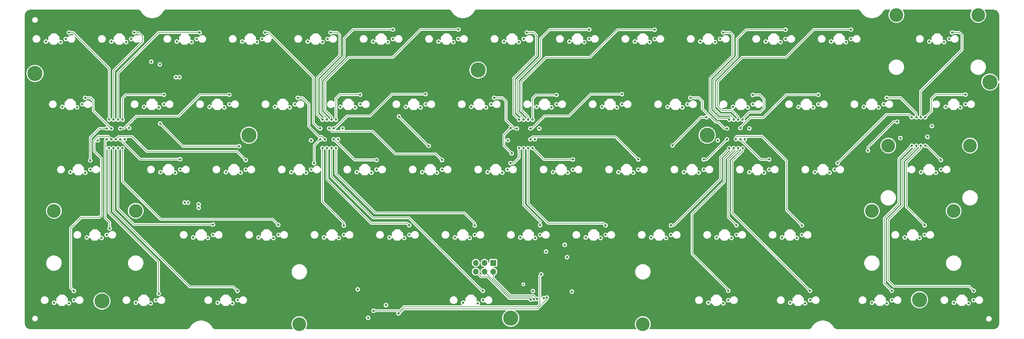
<source format=gbr>
%TF.GenerationSoftware,KiCad,Pcbnew,7.0.7*%
%TF.CreationDate,2023-12-09T23:09:19-05:00*%
%TF.ProjectId,keyboard,6b657962-6f61-4726-942e-6b696361645f,rev?*%
%TF.SameCoordinates,Original*%
%TF.FileFunction,Copper,L1,Top*%
%TF.FilePolarity,Positive*%
%FSLAX46Y46*%
G04 Gerber Fmt 4.6, Leading zero omitted, Abs format (unit mm)*
G04 Created by KiCad (PCBNEW 7.0.7) date 2023-12-09 23:09:19*
%MOMM*%
%LPD*%
G01*
G04 APERTURE LIST*
%TA.AperFunction,ComponentPad*%
%ADD10C,4.400000*%
%TD*%
%TA.AperFunction,ComponentPad*%
%ADD11C,4.000000*%
%TD*%
%TA.AperFunction,ComponentPad*%
%ADD12R,1.700000X1.700000*%
%TD*%
%TA.AperFunction,ComponentPad*%
%ADD13O,1.700000X1.700000*%
%TD*%
%TA.AperFunction,ViaPad*%
%ADD14C,0.700000*%
%TD*%
%TA.AperFunction,ViaPad*%
%ADD15C,0.500000*%
%TD*%
%TA.AperFunction,Conductor*%
%ADD16C,0.200000*%
%TD*%
G04 APERTURE END LIST*
D10*
%TO.P,H3,1*%
%TO.N,N/C*%
X279231600Y-21622400D03*
%TD*%
D11*
%TO.P,S4,*%
%TO.N,*%
X244874956Y-59209800D03*
X268687456Y-59209800D03*
%TD*%
D10*
%TO.P,H7,1*%
%TO.N,N/C*%
X139731600Y-90521400D03*
%TD*%
%TO.P,H5,1*%
%TO.N,N/C*%
X196931600Y-37122400D03*
%TD*%
D11*
%TO.P,S2,*%
%TO.N,*%
X249637456Y-40159800D03*
X273449956Y-40159800D03*
%TD*%
D10*
%TO.P,H1,1*%
%TO.N,N/C*%
X1231600Y-19122400D03*
%TD*%
D11*
%TO.P,S5,*%
%TO.N,*%
X178199956Y-92229800D03*
X78187456Y-92229800D03*
%TD*%
D10*
%TO.P,H2,1*%
%TO.N,N/C*%
X130231600Y-18122400D03*
%TD*%
%TO.P,H4,1*%
%TO.N,N/C*%
X63531600Y-37122400D03*
%TD*%
D11*
%TO.P,S1,*%
%TO.N,*%
X252018706Y-2059800D03*
X275831206Y-2059800D03*
%TD*%
D10*
%TO.P,H6,1*%
%TO.N,N/C*%
X20731600Y-85522400D03*
%TD*%
D11*
%TO.P,S3,*%
%TO.N,*%
X6749956Y-59209800D03*
X30562456Y-59209800D03*
%TD*%
D10*
%TO.P,H8,1*%
%TO.N,N/C*%
X258731600Y-85122400D03*
%TD*%
D12*
%TO.P,SWD1,1,Pin_1*%
%TO.N,GND*%
X134644956Y-74369800D03*
D13*
%TO.P,SWD1,2,Pin_2*%
%TO.N,SWO*%
X134644956Y-76909800D03*
%TO.P,SWD1,3,Pin_3*%
%TO.N,GND*%
X132104956Y-74369800D03*
%TO.P,SWD1,4,Pin_4*%
%TO.N,SWCLK*%
X132104956Y-76909800D03*
%TO.P,SWD1,5,Pin_5*%
%TO.N,+3V3*%
X129564956Y-74369800D03*
%TO.P,SWD1,6,Pin_6*%
%TO.N,SWDIO*%
X129564956Y-76909800D03*
%TD*%
D14*
%TO.N,GND*%
X95200000Y-82100000D03*
X56804756Y-47915300D03*
X20631006Y-67128200D03*
X118262256Y-48078200D03*
X10197956Y-9063800D03*
X42517256Y-9815300D03*
X250704206Y-85263800D03*
X130168506Y-86178200D03*
X98224956Y-90407300D03*
X51587256Y-67128200D03*
X176885456Y-47163800D03*
X13487256Y-29028200D03*
X238797956Y-9063800D03*
X45800000Y-56800000D03*
X9179756Y-28865300D03*
X4417256Y-9815300D03*
X61112256Y-48078200D03*
X262342956Y-34456000D03*
X207895956Y-38299800D03*
X71092256Y-28865300D03*
X14960456Y-28113800D03*
X157534956Y-82757300D03*
X54423506Y-86015300D03*
X246849756Y-29028200D03*
X100685456Y-47163800D03*
X113499756Y-29028200D03*
X237324756Y-9978200D03*
X86397956Y-9063800D03*
X103974756Y-9978200D03*
X62585456Y-47163800D03*
X209204756Y-47915300D03*
X53060456Y-66213800D03*
X85379756Y-66965300D03*
X58731006Y-86178200D03*
X138886956Y-38649800D03*
X223037256Y-67128200D03*
X137312256Y-48078200D03*
X128242256Y-28865300D03*
X84924756Y-9978200D03*
X261045956Y-37606000D03*
X272135456Y-28113800D03*
X76872956Y-28113800D03*
X99212256Y-48078200D03*
X184937256Y-67128200D03*
X34918506Y-86178200D03*
X66329756Y-66965300D03*
X226891706Y-85263800D03*
X161124756Y-9978200D03*
X205460456Y-66213800D03*
X210222956Y-28113800D03*
X129260456Y-66213800D03*
X219747956Y-9063800D03*
X46824756Y-9978200D03*
X133004756Y-47915300D03*
X242542256Y-28865300D03*
X105447956Y-9063800D03*
X80617256Y-9815300D03*
X94904756Y-47915300D03*
X180629756Y-66965300D03*
X28654956Y-35049800D03*
X227799756Y-29028200D03*
X65874756Y-9978200D03*
X35101206Y-15700000D03*
X152054756Y-47915300D03*
X270662256Y-29028200D03*
X146837256Y-67128200D03*
X124497956Y-9063800D03*
X199224756Y-9978200D03*
X146184956Y-82599800D03*
X43274956Y-20219800D03*
X27774756Y-9978200D03*
X57822956Y-28113800D03*
X156362256Y-48078200D03*
X197298506Y-86015300D03*
X266354756Y-28865300D03*
X134022956Y-28113800D03*
X48297956Y-9063800D03*
X8724756Y-9978200D03*
X200036956Y-38649800D03*
X268736006Y-86015300D03*
X194917256Y-9815300D03*
X29247956Y-9063800D03*
X190154756Y-47915300D03*
X225418506Y-86178200D03*
X48900000Y-57300000D03*
X131641706Y-85263800D03*
X265899756Y-9978200D03*
X175867256Y-9815300D03*
X27358356Y-38299800D03*
X48900000Y-58300000D03*
X94449756Y-29028200D03*
X229272956Y-28113800D03*
X142074756Y-9978200D03*
X17341706Y-47163800D03*
X113954756Y-47915300D03*
X147292256Y-28865300D03*
X156817256Y-9815300D03*
X186410456Y-66213800D03*
X171104756Y-47915300D03*
X123024756Y-9978200D03*
X89489956Y-38299800D03*
X195935456Y-47163800D03*
X194462256Y-48078200D03*
X30611006Y-86015300D03*
X95922956Y-28113800D03*
X180174756Y-9978200D03*
X248322956Y-28113800D03*
X42274956Y-20219800D03*
X110210456Y-66213800D03*
X119735456Y-47163800D03*
X153072956Y-28113800D03*
X260229206Y-66213800D03*
X137767256Y-9815300D03*
X253186956Y-37956000D03*
X109192256Y-28865300D03*
X37299756Y-29028200D03*
X16323506Y-66965300D03*
X223492256Y-28865300D03*
X42062256Y-48078200D03*
X228254756Y-47915300D03*
X209192956Y-35149800D03*
X170649756Y-29028200D03*
X70637256Y-67128200D03*
X81635456Y-47163800D03*
X189699756Y-29028200D03*
X90142256Y-28865300D03*
X103424956Y-86707300D03*
X261592256Y-9815300D03*
X44800000Y-56800000D03*
X274516706Y-85263800D03*
X11106006Y-86178200D03*
X118717256Y-9815300D03*
X185392256Y-28865300D03*
X249231006Y-86178200D03*
X149997361Y-71072488D03*
X200697956Y-9063800D03*
X264991706Y-47163800D03*
X22104206Y-66213800D03*
D15*
X143404956Y-80629800D03*
D14*
X37584956Y-16500000D03*
X23467256Y-9815300D03*
X234035456Y-47163800D03*
X148310456Y-66213800D03*
X244923506Y-86015300D03*
X114972956Y-28113800D03*
X208749756Y-29028200D03*
X75399756Y-29028200D03*
X149364956Y-84647300D03*
X191172956Y-28113800D03*
X199679756Y-66965300D03*
X52042256Y-28865300D03*
X221111006Y-86015300D03*
X43535456Y-47163800D03*
X259211006Y-47915300D03*
X104429756Y-66965300D03*
X38772956Y-28113800D03*
X90785956Y-35149800D03*
X224510456Y-66213800D03*
X36391706Y-85263800D03*
X155457549Y-69112300D03*
X146745956Y-38299800D03*
X165887256Y-67128200D03*
X167360456Y-66213800D03*
X204442256Y-28865300D03*
X47279756Y-66965300D03*
X263518506Y-48078200D03*
X156130747Y-72715300D03*
X91160456Y-66213800D03*
X138785456Y-47163800D03*
X162597956Y-9063800D03*
X218729756Y-66965300D03*
X218274756Y-9978200D03*
X273043506Y-86178200D03*
X157835456Y-47163800D03*
X32992256Y-28865300D03*
X267372956Y-9063800D03*
X37754756Y-47915300D03*
X161579756Y-66965300D03*
X181647956Y-9063800D03*
X108737256Y-67128200D03*
X232562256Y-48078200D03*
X132549756Y-29028200D03*
X89687256Y-67128200D03*
X15868506Y-48078200D03*
X60204206Y-85263800D03*
X61567256Y-9815300D03*
X203987256Y-67128200D03*
X127787256Y-67128200D03*
X11561006Y-47915300D03*
X142529756Y-66965300D03*
X166342256Y-28865300D03*
X233017256Y-9815300D03*
X214985456Y-47163800D03*
X67347956Y-9063800D03*
X125861006Y-86015300D03*
X6798506Y-86015300D03*
X254448506Y-66965300D03*
X258756006Y-67128200D03*
X148042956Y-35149800D03*
X143547956Y-9063800D03*
X75854756Y-47915300D03*
X12579206Y-85263800D03*
X213967256Y-9815300D03*
X201606006Y-86178200D03*
X151599756Y-29028200D03*
X175412256Y-48078200D03*
X123479756Y-66965300D03*
X203079206Y-85263800D03*
X56349756Y-29028200D03*
X81630956Y-38649800D03*
X72110456Y-66213800D03*
X19499956Y-38649800D03*
X99667256Y-9815300D03*
X213512256Y-48078200D03*
X172122956Y-28113800D03*
X80162256Y-48078200D03*
%TO.N,/Multiplexers/keys/KEYS_0_9*%
X181624956Y-6369800D03*
X144793956Y-32599800D03*
%TO.N,/Multiplexers/keys/KEYS_2_11*%
X234904656Y-45269600D03*
X256494956Y-31899800D03*
%TO.N,/Multiplexers/keys/KEYS_0_1*%
X24106156Y-32599800D03*
X30117156Y-7169600D03*
%TO.N,/Multiplexers/keys/KEYS_1_13*%
X260393956Y-31899800D03*
X272123956Y-25301000D03*
%TO.N,/Multiplexers/keys/KEYS_2_1*%
X26049956Y-38325300D03*
X43524956Y-44149800D03*
%TO.N,/Multiplexers/keys/KEYS_0_7*%
X144417156Y-7169600D03*
X142193956Y-32599800D03*
%TO.N,+5V*%
X35241206Y-13700000D03*
X138886956Y-39599800D03*
X200036956Y-39599800D03*
X45800000Y-51900000D03*
X35241206Y-14700000D03*
X81630956Y-39599800D03*
X19499956Y-39599800D03*
X253186956Y-38906000D03*
X44800000Y-51900000D03*
%TO.N,/Multiplexers/keys/KEYS_1_6*%
X134892156Y-26219600D03*
X141543956Y-35174800D03*
%TO.N,/Multiplexers/keys/KEYS_0_10*%
X201567156Y-7169600D03*
X203343956Y-32599800D03*
%TO.N,NRST*%
X148637456Y-77707300D03*
X99784956Y-88347300D03*
%TO.N,/Multiplexers/keys/KEYS_3_9*%
X205949956Y-40899800D03*
X205448956Y-63401900D03*
%TO.N,/Multiplexers/keys/KEYS_1_0*%
X23474956Y-35174800D03*
X15829656Y-26219600D03*
%TO.N,/Multiplexers/keys/KEYS_4_3*%
X131629956Y-82534800D03*
X87549956Y-40879800D03*
%TO.N,/Multiplexers/keys/KEYS_3_11*%
X259099956Y-40204800D03*
X260216956Y-63420200D03*
%TO.N,/Multiplexers/keys/KEYS_4_5*%
X226882956Y-82521800D03*
X207249956Y-40899800D03*
%TO.N,/Multiplexers/keys/KEYS_2_7*%
X157824956Y-44199800D03*
X146093956Y-40893600D03*
%TO.N,/Multiplexers/keys/KEYS_2_3*%
X84299956Y-38337800D03*
X82504656Y-45269600D03*
%TO.N,/Multiplexers/keys/KEYS_1_3*%
X85586956Y-38337800D03*
X77742156Y-26219600D03*
%TO.N,/Multiplexers/keys/KEYS_1_12*%
X249192156Y-26219600D03*
X257804956Y-31899800D03*
%TO.N,/Multiplexers/keys/KEYS_1_2*%
X57824956Y-25324800D03*
X26074956Y-35174800D03*
%TO.N,/Multiplexers/keys/KEYS_4_6*%
X256493956Y-40204800D03*
X250692956Y-82499800D03*
%TO.N,/Multiplexers/keys/KEYS_2_12*%
X264979956Y-44354800D03*
X260399956Y-40209800D03*
%TO.N,/Multiplexers/keys/KEYS_2_4*%
X88187456Y-38337800D03*
X100673956Y-44351000D03*
%TO.N,/Multiplexers/keys/KEYS_4_2*%
X24099956Y-40899800D03*
X60192456Y-82558800D03*
%TO.N,/Multiplexers/keys/KEYS_0_12*%
X205943956Y-32599800D03*
X238790956Y-6308800D03*
%TO.N,/Multiplexers/keys/KEYS_3_4*%
X86237456Y-40879800D03*
X110198956Y-63412800D03*
%TO.N,/Multiplexers/keys/KEYS_1_1*%
X38774956Y-25324800D03*
X26706156Y-32599800D03*
%TO.N,/Multiplexers/keys/KEYS_3_0*%
X22973406Y-64319600D03*
X22149956Y-38325300D03*
%TO.N,/Multiplexers/keys/KEYS_1_4*%
X95911256Y-25296100D03*
X88824956Y-32599800D03*
%TO.N,/Multiplexers/keys/KEYS_3_6*%
X143493956Y-40893600D03*
X148298956Y-63410800D03*
%TO.N,/Multiplexers/keys/KEYS_2_0*%
X17340141Y-44497602D03*
X22156156Y-35174800D03*
%TO.N,/Multiplexers/keys/KEYS_2_9*%
X195923956Y-44201000D03*
X202693956Y-38325300D03*
%TO.N,/Multiplexers/keys/KEYS_4_4*%
X204649956Y-40899800D03*
X203066956Y-82492800D03*
%TO.N,/Multiplexers/keys/KEYS_0_4*%
X84936956Y-32599800D03*
X87267156Y-7169600D03*
%TO.N,/Multiplexers/keys/KEYS_0_8*%
X162585956Y-6301200D03*
X143493756Y-32600000D03*
%TO.N,/Multiplexers/keys/KEYS_3_1*%
X53048756Y-63201000D03*
X25399956Y-40899800D03*
%TO.N,/Multiplexers/keys/KEYS_1_8*%
X145443956Y-35174800D03*
X172124956Y-25153900D03*
%TO.N,/Multiplexers/keys/KEYS_1_11*%
X229274956Y-25339800D03*
X206594956Y-35039800D03*
%TO.N,/Multiplexers/keys/KEYS_4_0*%
X23449956Y-38325300D03*
X12567456Y-82581800D03*
%TO.N,/Multiplexers/keys/KEYS_4_7*%
X274504956Y-82499800D03*
X257799956Y-40204800D03*
%TO.N,/Multiplexers/keys/KEYS_0_11*%
X219745156Y-6373000D03*
X204643956Y-32599800D03*
%TO.N,/Multiplexers/keys/KEYS_2_6*%
X142193756Y-40893600D03*
X139654656Y-45269600D03*
%TO.N,/Multiplexers/keys/KEYS_1_9*%
X202712956Y-35174800D03*
X192042156Y-26219600D03*
%TO.N,/Multiplexers/keys/KEYS_1_10*%
X207243956Y-32599800D03*
X210198956Y-25393300D03*
%TO.N,/Multiplexers/keys/KEYS_3_5*%
X88837456Y-40879800D03*
X129250956Y-63490700D03*
%TO.N,/Multiplexers/keys/KEYS_0_0*%
X11067156Y-7169600D03*
X22824956Y-32599800D03*
%TO.N,/Multiplexers/keys/KEYS_0_13*%
X268242156Y-7169600D03*
X259093956Y-31899800D03*
%TO.N,/Multiplexers/keys/KEYS_0_3*%
X84284956Y-35149800D03*
X68217156Y-7169600D03*
%TO.N,/Multiplexers/keys/KEYS_3_7*%
X167349956Y-63446500D03*
X144793756Y-40893600D03*
%TO.N,/Multiplexers/keys/KEYS_2_10*%
X206593956Y-38325300D03*
X214971956Y-44206000D03*
%TO.N,/Multiplexers/keys/KEYS_3_8*%
X203343956Y-40899800D03*
X186398956Y-63423500D03*
%TO.N,/Multiplexers/keys/KEYS_0_2*%
X25406156Y-32599800D03*
X49167156Y-7169600D03*
%TO.N,/Multiplexers/keys/KEYS_3_2*%
X26699956Y-40899800D03*
X72074956Y-63299800D03*
%TO.N,/Multiplexers/keys/KEYS_3_10*%
X224498756Y-63443600D03*
X205299956Y-38325300D03*
%TO.N,/Multiplexers/keys/KEYS_2_8*%
X145443956Y-38325300D03*
X176875956Y-44217100D03*
%TO.N,/Multiplexers/keys/KEYS_4_1*%
X22799956Y-40899800D03*
X37260906Y-83369600D03*
%TO.N,/Multiplexers/keys/KEYS_2_2*%
X24749956Y-38325300D03*
X62573756Y-44376000D03*
%TO.N,/Multiplexers/keys/KEYS_1_7*%
X146093956Y-32599800D03*
X153059956Y-25399800D03*
%TO.N,/Multiplexers/keys/KEYS_1_5*%
X114954956Y-25155600D03*
X88186956Y-35149800D03*
%TO.N,/Multiplexers/keys/KEYS_2_5*%
X86887456Y-35149800D03*
X119724956Y-44379800D03*
%TO.N,/Multiplexers/keys/KEYS_0_6*%
X87537456Y-32618800D03*
X124487956Y-6283800D03*
%TO.N,/Multiplexers/keys/KEYS_0_5*%
X86236956Y-32599800D03*
X105445156Y-6308000D03*
%TO.N,/Multiplexers/keys/KEYS_3_3*%
X84934956Y-40879800D03*
X91149956Y-63493700D03*
%TO.N,BOOT0*%
X150248026Y-84476147D03*
X107065521Y-89132300D03*
%TO.N,SWCLK*%
X146461701Y-84980233D03*
%TO.N,SWO*%
X147400000Y-84900000D03*
%TO.N,SWDIO*%
X145566166Y-85064622D03*
%TO.N,ADC12_IN1*%
X60650000Y-40350000D03*
X37694956Y-33749800D03*
%TO.N,ADC12_IN2*%
X115874956Y-40244800D03*
X107184956Y-31699800D03*
%TO.N,ADC3_IN1*%
X140039956Y-42434800D03*
X139753402Y-35027654D03*
%TO.N,ADC3_IN5*%
X243724956Y-41599800D03*
X252224956Y-33193500D03*
%TO.N,ADC4_IN3*%
X196724956Y-31909800D03*
X186839956Y-40134800D03*
%TD*%
D16*
%TO.N,/Multiplexers/keys/KEYS_0_9*%
X142724956Y-21689800D02*
X142724956Y-29699800D01*
X142724956Y-29699800D02*
X144793956Y-31768800D01*
X149984956Y-14429800D02*
X142724956Y-21689800D01*
X181624956Y-6369800D02*
X170794956Y-6369800D01*
X170794956Y-6369800D02*
X162734956Y-14429800D01*
X144793956Y-31768800D02*
X144793956Y-32599800D01*
X162734956Y-14429800D02*
X149984956Y-14429800D01*
%TO.N,/Multiplexers/keys/KEYS_2_11*%
X255704956Y-31109800D02*
X256494956Y-31899800D01*
X234924956Y-45249800D02*
X249064956Y-31109800D01*
X249064956Y-31109800D02*
X255704956Y-31109800D01*
X234924956Y-45271600D02*
X234924956Y-45249800D01*
%TO.N,/Multiplexers/keys/KEYS_0_1*%
X32524956Y-9889800D02*
X24104956Y-18309800D01*
X31434956Y-7199800D02*
X32524956Y-8289800D01*
X24104956Y-18309800D02*
X24104956Y-32598600D01*
X24104956Y-32598600D02*
X24106156Y-32599800D01*
X32524956Y-8289800D02*
X32524956Y-9889800D01*
X30194956Y-7199800D02*
X31434956Y-7199800D01*
%TO.N,/Multiplexers/keys/KEYS_1_13*%
X263424956Y-25299800D02*
X262244956Y-26479800D01*
X272124956Y-25299800D02*
X263424956Y-25299800D01*
X262244956Y-26479800D02*
X262244956Y-30048800D01*
X262244956Y-30048800D02*
X260393956Y-31899800D01*
%TO.N,/Multiplexers/keys/KEYS_2_1*%
X31874456Y-44149800D02*
X26049956Y-38325300D01*
X43524956Y-44149800D02*
X31874456Y-44149800D01*
%TO.N,/Multiplexers/keys/KEYS_0_7*%
X142156956Y-32619000D02*
X140599956Y-31062300D01*
X140599956Y-31062300D02*
X140599956Y-20424800D01*
X142193956Y-32599800D02*
X142193956Y-32619000D01*
X147224956Y-13799800D02*
X147224956Y-7924800D01*
X142193956Y-32619000D02*
X142156956Y-32619000D01*
X140599956Y-20424800D02*
X147224956Y-13799800D01*
X146494956Y-7194600D02*
X144441956Y-7194600D01*
X144441956Y-7194600D02*
X144418956Y-7171200D01*
X144418956Y-7171200D02*
X144416956Y-7169600D01*
X147224956Y-7924800D02*
X146494956Y-7194600D01*
%TO.N,/Multiplexers/keys/KEYS_1_6*%
X141541956Y-35176800D02*
X140821080Y-35176800D01*
X141543956Y-35174800D02*
X141541956Y-35176800D01*
X140821080Y-35176800D02*
X138353956Y-32709676D01*
X134893956Y-26221500D02*
X134891956Y-26219600D01*
X137373956Y-26221500D02*
X134893956Y-26221500D01*
X138353956Y-32709676D02*
X138353956Y-27201800D01*
X138353956Y-27201800D02*
X137373956Y-26221500D01*
%TO.N,/Multiplexers/keys/KEYS_0_10*%
X204424956Y-7924800D02*
X204424956Y-13799800D01*
X197756956Y-20468300D02*
X197756956Y-29931800D01*
X197756956Y-29931800D02*
X200094956Y-32269800D01*
X200094956Y-32269800D02*
X203013956Y-32269800D01*
X201591956Y-7194600D02*
X203694956Y-7194600D01*
X203694956Y-7194600D02*
X204424956Y-7924800D01*
X201568956Y-7171200D02*
X201591956Y-7194600D01*
X204424956Y-13799800D02*
X197756956Y-20468300D01*
X203013956Y-32269800D02*
X203343956Y-32599800D01*
%TO.N,NRST*%
X148637456Y-77707300D02*
X148204956Y-78139800D01*
X147516864Y-87189800D02*
X108619956Y-87189800D01*
X108619956Y-87189800D02*
X107462456Y-88347300D01*
X148204956Y-86501708D02*
X147516864Y-87189800D01*
X107462456Y-88347300D02*
X99784956Y-88347300D01*
X148204956Y-78139800D02*
X148204956Y-86501708D01*
%TO.N,/Multiplexers/keys/KEYS_3_9*%
X205949956Y-40899800D02*
X205949956Y-41424800D01*
X205949956Y-41424800D02*
X203084956Y-44289800D01*
X203084956Y-44289800D02*
X203084956Y-61033800D01*
X203084956Y-61033800D02*
X205450956Y-63399800D01*
%TO.N,/Multiplexers/keys/KEYS_1_0*%
X18174956Y-29919800D02*
X18174956Y-26924800D01*
X23429956Y-35174800D02*
X18174956Y-29919800D01*
X18174956Y-26924800D02*
X17469756Y-26219600D01*
X23474956Y-35174800D02*
X23429956Y-35174800D01*
X17469756Y-26219600D02*
X15829756Y-26219600D01*
%TO.N,/Multiplexers/keys/KEYS_4_3*%
X99654956Y-61228600D02*
X87549956Y-49123300D01*
X131439956Y-82534800D02*
X110133756Y-61228600D01*
X87549956Y-49123300D02*
X87549956Y-40879800D01*
X131629956Y-82534800D02*
X131439956Y-82534800D01*
X110133756Y-61228600D02*
X99654956Y-61228600D01*
%TO.N,/Multiplexers/keys/KEYS_3_11*%
X259099956Y-40924800D02*
X259099956Y-40204800D01*
X259099956Y-40924800D02*
X254924956Y-45099800D01*
X260216956Y-63292300D02*
X260216956Y-63420200D01*
X254924956Y-57999800D02*
X260216956Y-63292300D01*
X254924956Y-45099800D02*
X254924956Y-57999800D01*
%TO.N,/Multiplexers/keys/KEYS_4_5*%
X226882956Y-82521800D02*
X226876956Y-82521800D01*
X204214956Y-44719800D02*
X207249956Y-41684800D01*
X204214956Y-59859800D02*
X204214956Y-44719800D01*
X207249956Y-41684800D02*
X207249956Y-40899800D01*
X226876956Y-82521800D02*
X204214956Y-59859800D01*
%TO.N,/Multiplexers/keys/KEYS_2_7*%
X149399956Y-44199800D02*
X157824956Y-44199800D01*
X146093956Y-40893800D02*
X149399956Y-44199800D01*
X146093956Y-40899800D02*
X146093956Y-40893800D01*
%TO.N,/Multiplexers/keys/KEYS_2_3*%
X82537456Y-40100300D02*
X84299956Y-38337800D01*
X82524956Y-45249300D02*
X82504956Y-45269600D01*
X82524956Y-40100300D02*
X82537456Y-40100300D01*
X82524956Y-40100300D02*
X82524956Y-45249300D01*
%TO.N,/Multiplexers/keys/KEYS_1_3*%
X79169956Y-26219600D02*
X77741956Y-26219600D01*
X80968956Y-28018600D02*
X79169956Y-26219600D01*
X85582956Y-38337800D02*
X84744956Y-37499800D01*
X80968956Y-34543600D02*
X80968956Y-28018600D01*
X84744956Y-37499800D02*
X83924956Y-37499800D01*
X83924956Y-37499800D02*
X80968956Y-34543600D01*
X85586956Y-38337800D02*
X85582956Y-38337800D01*
%TO.N,/Multiplexers/keys/KEYS_1_12*%
X257804956Y-31899800D02*
X257804956Y-30759800D01*
X257804956Y-30759800D02*
X253264756Y-26219600D01*
X253264756Y-26219600D02*
X249192156Y-26219600D01*
%TO.N,/Multiplexers/keys/KEYS_1_2*%
X57824956Y-25324800D02*
X49309956Y-25324800D01*
X30694956Y-31609800D02*
X27129956Y-35174800D01*
X49309956Y-25324800D02*
X43024956Y-31609800D01*
X43024956Y-31609800D02*
X30694956Y-31609800D01*
X27129956Y-35174800D02*
X26074956Y-35174800D01*
%TO.N,/Multiplexers/keys/KEYS_4_6*%
X252724956Y-57099800D02*
X248524956Y-61299800D01*
X248524956Y-61299800D02*
X248524956Y-80331800D01*
X252724956Y-43969800D02*
X252724956Y-57099800D01*
X256489956Y-40204800D02*
X252724956Y-43969800D01*
X256493956Y-40204800D02*
X256489956Y-40204800D01*
X248524956Y-80331800D02*
X250692956Y-82499800D01*
%TO.N,/Multiplexers/keys/KEYS_2_12*%
X260399956Y-40209800D02*
X260834956Y-40209800D01*
X260834956Y-40209800D02*
X264979956Y-44354800D01*
%TO.N,/Multiplexers/keys/KEYS_2_4*%
X88313456Y-38337800D02*
X94315456Y-44339800D01*
X88187456Y-38337800D02*
X88313456Y-38337800D01*
X100662756Y-44339800D02*
X100673956Y-44351000D01*
X94315456Y-44339800D02*
X100662756Y-44339800D01*
%TO.N,/Multiplexers/keys/KEYS_4_2*%
X59015356Y-81374800D02*
X46299956Y-81374800D01*
X46299956Y-81374800D02*
X24099956Y-59174800D01*
X60195756Y-82554800D02*
X59015356Y-81374800D01*
X24099956Y-59174800D02*
X24099956Y-40899800D01*
%TO.N,/Multiplexers/keys/KEYS_0_12*%
X204185056Y-29959800D02*
X205979956Y-31754700D01*
X205979956Y-31754700D02*
X205979956Y-32599800D01*
X207049956Y-14424800D02*
X199924956Y-21549800D01*
X199924956Y-28589800D02*
X201294956Y-29959800D01*
X201294956Y-29959800D02*
X204185056Y-29959800D01*
X238790956Y-6308800D02*
X227965956Y-6308800D01*
X205979956Y-32599800D02*
X205943956Y-32599800D01*
X199924956Y-21549800D02*
X199924956Y-28589800D01*
X227965956Y-6308800D02*
X219849956Y-14424800D01*
X219849956Y-14424800D02*
X207049956Y-14424800D01*
%TO.N,/Multiplexers/keys/KEYS_3_4*%
X99068956Y-62799800D02*
X109585956Y-62799800D01*
X86249956Y-40892300D02*
X86237456Y-40879800D01*
X86249956Y-49981200D02*
X86249956Y-40892300D01*
X86249956Y-49981200D02*
X99068956Y-62799800D01*
X109585956Y-62799800D02*
X110198956Y-63412800D01*
%TO.N,/Multiplexers/keys/KEYS_1_1*%
X26706156Y-26308600D02*
X27689956Y-25324800D01*
X26706156Y-32599800D02*
X26706156Y-26308600D01*
X27689956Y-25324800D02*
X38774956Y-25324800D01*
%TO.N,/Multiplexers/keys/KEYS_3_0*%
X22974956Y-64318000D02*
X22974956Y-62524800D01*
X22974956Y-62524800D02*
X21655656Y-61205500D01*
X21655656Y-61205500D02*
X21655656Y-38594100D01*
X21655656Y-38594100D02*
X21924456Y-38325300D01*
X22973456Y-64319600D02*
X22974956Y-64318000D01*
X21924456Y-38325300D02*
X22149956Y-38325300D01*
%TO.N,/Multiplexers/keys/KEYS_1_4*%
X95911256Y-25296100D02*
X95894956Y-25279800D01*
X89964956Y-25279800D02*
X88824956Y-26419800D01*
X88824956Y-26419800D02*
X88824956Y-32599800D01*
X95894956Y-25279800D02*
X89964956Y-25279800D01*
%TO.N,/Multiplexers/keys/KEYS_3_6*%
X143493956Y-57468800D02*
X143493956Y-40899800D01*
X148298956Y-62273600D02*
X143493956Y-57468800D01*
X148298956Y-63410800D02*
X148298956Y-62273600D01*
%TO.N,/Multiplexers/keys/KEYS_2_0*%
X22156156Y-35156000D02*
X22153256Y-35153100D01*
X22156156Y-35174800D02*
X22156156Y-35156000D01*
X17340141Y-37804615D02*
X17340141Y-44497602D01*
X17324956Y-44482417D02*
X17340141Y-44497602D01*
X19969956Y-35174800D02*
X17340141Y-37804615D01*
X22156156Y-35174800D02*
X19969956Y-35174800D01*
%TO.N,/Multiplexers/keys/KEYS_2_9*%
X202693956Y-38325300D02*
X202693956Y-38500800D01*
X202693956Y-38325300D02*
X196819456Y-44199800D01*
X196819456Y-44199800D02*
X195924956Y-44199800D01*
%TO.N,/Multiplexers/keys/KEYS_4_4*%
X203068956Y-82491800D02*
X203068956Y-82243800D01*
X200647956Y-51976400D02*
X201904956Y-50719400D01*
X204649956Y-41234800D02*
X204649956Y-40899800D01*
X192524956Y-71699800D02*
X192524956Y-60099800D01*
X204649956Y-40899800D02*
X204647956Y-40901400D01*
X201904956Y-43979800D02*
X204649956Y-41234800D01*
X201904956Y-50719400D02*
X201904956Y-43979800D01*
X192524956Y-60099800D02*
X200647956Y-51976400D01*
X203068956Y-82243800D02*
X192524956Y-71699800D01*
%TO.N,/Multiplexers/keys/KEYS_0_4*%
X89999956Y-13774800D02*
X89999956Y-7899800D01*
X83374956Y-20399800D02*
X89999956Y-13774800D01*
X83374956Y-31037300D02*
X83374956Y-20399800D01*
X89999956Y-7899800D02*
X89269956Y-7169600D01*
X84936956Y-32599800D02*
X83374956Y-31037300D01*
X89269956Y-7169600D02*
X87266956Y-7169600D01*
%TO.N,/Multiplexers/keys/KEYS_0_8*%
X162563956Y-6323800D02*
X162587956Y-6299800D01*
X143493756Y-32600000D02*
X143493756Y-32148600D01*
X143493756Y-32148600D02*
X141671956Y-30326800D01*
X151075956Y-6323800D02*
X162563956Y-6323800D01*
X148449956Y-14224800D02*
X148449956Y-8949800D01*
X148449956Y-8949800D02*
X151075956Y-6323800D01*
X141671956Y-30326800D02*
X141671956Y-21003000D01*
X141671956Y-21003000D02*
X148449956Y-14224800D01*
%TO.N,/Multiplexers/keys/KEYS_3_1*%
X25692156Y-58792000D02*
X25707756Y-58792000D01*
X53049956Y-63199800D02*
X30115556Y-63199800D01*
X30115556Y-63199800D02*
X25707756Y-58792000D01*
X25399956Y-58499800D02*
X25399956Y-40899800D01*
X25399956Y-58499800D02*
X25692156Y-58792000D01*
%TO.N,/Multiplexers/keys/KEYS_1_8*%
X149574956Y-31499800D02*
X145918956Y-35156000D01*
X172124956Y-25153900D02*
X163070956Y-25153900D01*
X156724956Y-31499800D02*
X149574956Y-31499800D01*
X145443956Y-35174800D02*
X145443956Y-35156000D01*
X145443956Y-35156000D02*
X145918956Y-35156000D01*
X163070956Y-25153900D02*
X156724956Y-31499800D01*
%TO.N,/Multiplexers/keys/KEYS_1_11*%
X213224956Y-31999800D02*
X219884956Y-25339800D01*
X209454956Y-31999800D02*
X213224956Y-31999800D01*
X219884956Y-25339800D02*
X229274956Y-25339800D01*
X206594956Y-35039800D02*
X206594956Y-34859800D01*
X206594956Y-34859800D02*
X209454956Y-31999800D01*
%TO.N,/Multiplexers/keys/KEYS_4_0*%
X22624456Y-37499800D02*
X23449956Y-38325300D01*
X20571356Y-43870100D02*
X18439056Y-41737800D01*
X18439056Y-38597100D02*
X19536356Y-37499800D01*
X19536356Y-37499800D02*
X22624456Y-37499800D01*
X12574956Y-82574800D02*
X11624956Y-81624800D01*
X18439056Y-41737800D02*
X18439056Y-38597100D01*
X19956956Y-61119800D02*
X20571356Y-60505400D01*
X20571356Y-60505400D02*
X20571356Y-43870100D01*
X14704956Y-61119800D02*
X19956956Y-61119800D01*
X11624956Y-81624800D02*
X11624956Y-64199800D01*
X11624956Y-64199800D02*
X14704956Y-61119800D01*
%TO.N,/Multiplexers/keys/KEYS_4_7*%
X273244956Y-81239800D02*
X274504956Y-82499800D01*
X257799956Y-40624800D02*
X253824956Y-44599800D01*
X253824956Y-57599800D02*
X249624956Y-61799800D01*
X249624956Y-61799800D02*
X249624956Y-79499800D01*
X251364956Y-81239800D02*
X273244956Y-81239800D01*
X253824956Y-44599800D02*
X253824956Y-57599800D01*
X257799956Y-40204800D02*
X257799956Y-40624800D01*
X249624956Y-79499800D02*
X251364956Y-81239800D01*
%TO.N,/Multiplexers/keys/KEYS_0_11*%
X203662356Y-31179800D02*
X200634956Y-31179800D01*
X198847956Y-29392800D02*
X198847956Y-21026400D01*
X204643956Y-32599800D02*
X204643956Y-32161400D01*
X200634956Y-31179800D02*
X198847956Y-29392800D01*
X219741956Y-6369800D02*
X219745156Y-6373000D01*
X198847956Y-21026400D02*
X205649956Y-14224800D01*
X205649956Y-14224800D02*
X205649956Y-8949800D01*
X208229956Y-6369800D02*
X219741956Y-6369800D01*
X205649956Y-8949800D02*
X208229956Y-6369800D01*
X204643956Y-32161400D02*
X203662356Y-31179800D01*
%TO.N,/Multiplexers/keys/KEYS_2_6*%
X142193756Y-40893600D02*
X142193756Y-43631100D01*
X142193756Y-43631100D02*
X140554956Y-45269900D01*
X140554956Y-45269900D02*
X139654956Y-45269900D01*
X139654956Y-45269900D02*
X139654956Y-45269600D01*
%TO.N,/Multiplexers/keys/KEYS_1_9*%
X195524956Y-27199800D02*
X194544956Y-26219600D01*
X195524956Y-29409800D02*
X195524956Y-27199800D01*
X202712956Y-35174800D02*
X202019956Y-35174800D01*
X202019956Y-35174800D02*
X200214956Y-33369800D01*
X200214956Y-33369800D02*
X199484956Y-33369800D01*
X194544956Y-26219600D02*
X192041956Y-26219600D01*
X199484956Y-33369800D02*
X195524956Y-29409800D01*
%TO.N,/Multiplexers/keys/KEYS_1_10*%
X207243956Y-32599800D02*
X207243956Y-32340800D01*
X212318456Y-25393300D02*
X210198956Y-25393300D01*
X213484956Y-29229800D02*
X213484956Y-26559800D01*
X213484956Y-26559800D02*
X212318456Y-25393300D01*
X209194956Y-30389800D02*
X212324956Y-30389800D01*
X207243956Y-32340800D02*
X209194956Y-30389800D01*
X212324956Y-30389800D02*
X213484956Y-29229800D01*
%TO.N,/Multiplexers/keys/KEYS_3_5*%
X126199956Y-59774800D02*
X129250956Y-62825800D01*
X129250956Y-62825800D02*
X129250956Y-63490700D01*
X88837456Y-48337300D02*
X100274956Y-59774800D01*
X88837456Y-40879800D02*
X88837456Y-48337300D01*
X100274956Y-59774800D02*
X126199956Y-59774800D01*
%TO.N,/Multiplexers/keys/KEYS_0_0*%
X11067156Y-7169600D02*
X12344756Y-7169600D01*
X12344756Y-7169600D02*
X22824956Y-17649800D01*
X22824956Y-17649800D02*
X22824956Y-32599800D01*
%TO.N,/Multiplexers/keys/KEYS_0_13*%
X271124956Y-7899800D02*
X270394956Y-7169600D01*
X259093956Y-31899800D02*
X259112956Y-31899800D01*
X259084956Y-24239800D02*
X271124956Y-12199800D01*
X271124956Y-12199800D02*
X271124956Y-7899800D01*
X259084956Y-31890800D02*
X259084956Y-24239800D01*
X259093956Y-31899800D02*
X259084956Y-31890800D01*
X270394956Y-7169600D02*
X268241956Y-7169600D01*
%TO.N,/Multiplexers/keys/KEYS_0_3*%
X69194456Y-7171300D02*
X82260956Y-20237700D01*
X83784956Y-35149800D02*
X84284956Y-35149800D01*
X68218956Y-7171300D02*
X69194456Y-7171300D01*
X68217156Y-7169600D02*
X68218956Y-7171300D01*
X84284956Y-35276500D02*
X84101756Y-35276500D01*
X82260956Y-20237700D02*
X82260956Y-33625800D01*
X82260956Y-33625800D02*
X83784956Y-35149800D01*
%TO.N,/Multiplexers/keys/KEYS_3_7*%
X144794956Y-40894800D02*
X144794956Y-56969800D01*
X144794956Y-56969800D02*
X150624956Y-62799800D01*
X144793756Y-40893600D02*
X144794956Y-40894800D01*
X150624956Y-62799800D02*
X166702956Y-62799800D01*
X166702956Y-62799800D02*
X167349956Y-63446500D01*
%TO.N,/Multiplexers/keys/KEYS_2_10*%
X206593956Y-38325300D02*
X212474656Y-44206000D01*
X206593956Y-38331600D02*
X206756956Y-38331600D01*
X206593956Y-38325300D02*
X206593956Y-38331600D01*
X212474656Y-44206000D02*
X214971956Y-44206000D01*
%TO.N,/Multiplexers/keys/KEYS_3_8*%
X187304956Y-63420200D02*
X199346956Y-51377400D01*
X186395956Y-63420200D02*
X187304956Y-63420200D01*
X200794956Y-49929400D02*
X200794956Y-43569800D01*
X203343956Y-41020800D02*
X203343956Y-40899800D01*
X200794956Y-43569800D02*
X203343956Y-41020800D01*
X199346956Y-51377400D02*
X200794956Y-49929400D01*
%TO.N,/Multiplexers/keys/KEYS_0_2*%
X25406156Y-32599800D02*
X25406156Y-18993600D01*
X25406156Y-18993600D02*
X37230156Y-7169600D01*
X37230156Y-7169600D02*
X49167156Y-7169600D01*
%TO.N,/Multiplexers/keys/KEYS_3_2*%
X26699956Y-50514800D02*
X37834956Y-61649800D01*
X72074956Y-63224800D02*
X72074956Y-63299800D01*
X70499956Y-61649800D02*
X72074956Y-63224800D01*
X37834956Y-61649800D02*
X70499956Y-61649800D01*
X26699956Y-40899800D02*
X26699956Y-50514800D01*
%TO.N,/Multiplexers/keys/KEYS_3_10*%
X212924956Y-37479800D02*
X220034956Y-44589800D01*
X220034956Y-58979800D02*
X224464956Y-63409800D01*
X205544956Y-37479800D02*
X212924956Y-37479800D01*
X220034956Y-44589800D02*
X220034956Y-58979800D01*
X205299956Y-37724800D02*
X205544956Y-37479800D01*
X205299956Y-38325300D02*
X205299956Y-37724800D01*
%TO.N,/Multiplexers/keys/KEYS_2_8*%
X170258956Y-37599800D02*
X176875956Y-44217100D01*
X145443956Y-38281000D02*
X146124956Y-37599800D01*
X145443956Y-38325300D02*
X145443956Y-38281000D01*
X146124956Y-37599800D02*
X170258956Y-37599800D01*
%TO.N,/Multiplexers/keys/KEYS_4_1*%
X22799956Y-40899800D02*
X22799956Y-59699800D01*
X22799956Y-59699800D02*
X37199956Y-74099800D01*
X37199956Y-74099800D02*
X37199956Y-83374800D01*
%TO.N,/Multiplexers/keys/KEYS_2_2*%
X60049956Y-41849800D02*
X33824956Y-41849800D01*
X33824956Y-41849800D02*
X29484956Y-37509800D01*
X62574956Y-44374800D02*
X60049956Y-41849800D01*
X25565456Y-37509800D02*
X24749956Y-38325300D01*
X29484956Y-37509800D02*
X25565456Y-37509800D01*
%TO.N,/Multiplexers/keys/KEYS_1_7*%
X146108956Y-32599800D02*
X146108956Y-26418200D01*
X146108956Y-26418200D02*
X147126956Y-25399800D01*
X146093956Y-32599800D02*
X146108956Y-32599800D01*
X147126956Y-25399800D02*
X153059956Y-25399800D01*
%TO.N,/Multiplexers/keys/KEYS_1_5*%
X98824956Y-31499800D02*
X105168956Y-25155600D01*
X92143956Y-31499800D02*
X98824956Y-31499800D01*
X105168956Y-25155600D02*
X114954956Y-25155600D01*
X88186956Y-35139800D02*
X88503956Y-35139800D01*
X114954956Y-25155600D02*
X114956956Y-25153900D01*
X88503956Y-35139800D02*
X92143956Y-31499800D01*
%TO.N,/Multiplexers/keys/KEYS_2_5*%
X106171206Y-42626050D02*
X99559957Y-36014801D01*
X119724956Y-44379800D02*
X117971206Y-42626050D01*
X99559957Y-36014801D02*
X87752457Y-36014801D01*
X117971206Y-42626050D02*
X106171206Y-42626050D01*
X87752457Y-36014801D02*
X86887456Y-35149800D01*
%TO.N,/Multiplexers/keys/KEYS_0_6*%
X87554956Y-31729700D02*
X85624956Y-29799800D01*
X92624956Y-14399800D02*
X105424956Y-14399800D01*
X87537456Y-32618800D02*
X87554956Y-32601300D01*
X85624956Y-29799800D02*
X85624956Y-21399800D01*
X87554956Y-32601300D02*
X87554956Y-31729700D01*
X105424956Y-14399800D02*
X113540956Y-6283800D01*
X113540956Y-6283800D02*
X124487956Y-6283800D01*
X85624956Y-21399800D02*
X92624956Y-14399800D01*
%TO.N,/Multiplexers/keys/KEYS_0_5*%
X84484956Y-30369800D02*
X84484956Y-20929800D01*
X91234956Y-8909800D02*
X93844956Y-6299800D01*
X91234956Y-14179800D02*
X91234956Y-8909800D01*
X86236956Y-32599800D02*
X86236956Y-32121800D01*
X93844956Y-6299800D02*
X105436956Y-6299800D01*
X105436956Y-6299800D02*
X105445156Y-6308000D01*
X84484956Y-20929800D02*
X91234956Y-14179800D01*
X86236956Y-32121800D02*
X84484956Y-30369800D01*
%TO.N,/Multiplexers/keys/KEYS_3_3*%
X84949956Y-56524800D02*
X91149956Y-62724400D01*
X84934956Y-40897500D02*
X84949956Y-40912500D01*
X91149956Y-62724400D02*
X91149956Y-63493700D01*
X84934956Y-40879800D02*
X84934956Y-40897500D01*
X84949956Y-40912500D02*
X84949956Y-56524800D01*
%TO.N,BOOT0*%
X150248026Y-85024324D02*
X147492550Y-87779800D01*
X147492550Y-87779800D02*
X108595642Y-87779800D01*
X108595642Y-87779800D02*
X107628142Y-88747300D01*
X107628142Y-88747300D02*
X107450521Y-88747300D01*
X107450521Y-88747300D02*
X107065521Y-89132300D01*
X150248026Y-84476147D02*
X150248026Y-85024324D01*
%TO.N,SWCLK*%
X146461701Y-84980233D02*
X145801268Y-84319800D01*
X145801268Y-84319800D02*
X139514956Y-84319800D01*
X139514956Y-84319800D02*
X132104956Y-76909800D01*
%TO.N,SWO*%
X139680642Y-83919800D02*
X134644956Y-78884114D01*
X134644956Y-78884114D02*
X134644956Y-76909800D01*
X146419800Y-83919800D02*
X139680642Y-83919800D01*
X147400000Y-84900000D02*
X146419800Y-83919800D01*
%TO.N,SWDIO*%
X145221344Y-84719800D02*
X139349270Y-84719800D01*
X131094956Y-78439800D02*
X129564956Y-76909800D01*
X133069270Y-78439800D02*
X131094956Y-78439800D01*
X145566166Y-85064622D02*
X145221344Y-84719800D01*
X139349270Y-84719800D02*
X133069270Y-78439800D01*
%TO.N,ADC12_IN1*%
X44295156Y-40350000D02*
X37694956Y-33749800D01*
X60650000Y-40350000D02*
X44295156Y-40350000D01*
%TO.N,ADC12_IN2*%
X115874956Y-40244800D02*
X115729956Y-40244800D01*
X115729956Y-40244800D02*
X107184956Y-31699800D01*
%TO.N,ADC3_IN1*%
X137724956Y-40119800D02*
X140039956Y-42434800D01*
X137724956Y-37056100D02*
X137724956Y-40119800D01*
X139753402Y-35027654D02*
X137724956Y-37056100D01*
%TO.N,ADC3_IN5*%
X243724956Y-40599800D02*
X243724956Y-41599800D01*
X251131256Y-33193500D02*
X243724956Y-40599800D01*
X252224956Y-33193500D02*
X251131256Y-33193500D01*
%TO.N,ADC4_IN3*%
X186839956Y-40134800D02*
X186859956Y-40134800D01*
X195084956Y-31909800D02*
X196724956Y-31909800D01*
X186859956Y-40134800D02*
X195084956Y-31909800D01*
%TD*%
%TA.AperFunction,Conductor*%
%TO.N,+5V*%
G36*
X31204687Y-500755D02*
G01*
X31350604Y-514050D01*
X31371238Y-515931D01*
X31393364Y-519996D01*
X31546269Y-562732D01*
X31567297Y-570728D01*
X31709907Y-640360D01*
X31709965Y-640388D01*
X31729202Y-652052D01*
X31856935Y-746342D01*
X31873743Y-761284D01*
X31982344Y-877109D01*
X31996176Y-894844D01*
X32086483Y-1035257D01*
X32089322Y-1040148D01*
X32150978Y-1158479D01*
X32171789Y-1198420D01*
X32246128Y-1311944D01*
X32370144Y-1501332D01*
X32370151Y-1501341D01*
X32597493Y-1783127D01*
X32597494Y-1783129D01*
X32597498Y-1783133D01*
X32851618Y-2041057D01*
X32917127Y-2095535D01*
X33129999Y-2272564D01*
X33130006Y-2272568D01*
X33130010Y-2272572D01*
X33429942Y-2475406D01*
X33748471Y-2647570D01*
X34082472Y-2787373D01*
X34428666Y-2893444D01*
X34783656Y-2964741D01*
X35143958Y-3000566D01*
X35143959Y-3000566D01*
X35506036Y-3000566D01*
X35506037Y-3000566D01*
X35866340Y-2964741D01*
X36221329Y-2893443D01*
X36567523Y-2787372D01*
X36901524Y-2647569D01*
X37220053Y-2475405D01*
X37519985Y-2272570D01*
X37798376Y-2041055D01*
X38052496Y-1783131D01*
X38279849Y-1501330D01*
X38478204Y-1198417D01*
X38478209Y-1198406D01*
X38478215Y-1198397D01*
X38541277Y-1077365D01*
X38559338Y-1042702D01*
X38560565Y-1040346D01*
X38563378Y-1035501D01*
X38653846Y-894813D01*
X38667674Y-877081D01*
X38776263Y-761257D01*
X38793068Y-746315D01*
X38920800Y-652020D01*
X38940021Y-640365D01*
X39082698Y-570699D01*
X39103712Y-562709D01*
X39256618Y-519976D01*
X39278735Y-515914D01*
X39389783Y-505800D01*
X39445182Y-500756D01*
X39450808Y-500500D01*
X39513981Y-500502D01*
X39513984Y-500500D01*
X39522604Y-500501D01*
X39522633Y-500500D01*
X121686565Y-500500D01*
X121692187Y-500755D01*
X121858731Y-515931D01*
X121880849Y-519994D01*
X122033760Y-562734D01*
X122054780Y-570728D01*
X122197435Y-640387D01*
X122216669Y-652050D01*
X122344400Y-746345D01*
X122361209Y-761290D01*
X122469797Y-877109D01*
X122483627Y-894844D01*
X122573823Y-1035103D01*
X122576661Y-1039992D01*
X122606917Y-1098061D01*
X122659221Y-1198449D01*
X122857576Y-1501371D01*
X123084930Y-1783181D01*
X123084937Y-1783188D01*
X123339043Y-2041105D01*
X123339049Y-2041110D01*
X123339052Y-2041113D01*
X123404467Y-2095514D01*
X123617441Y-2272632D01*
X123617454Y-2272641D01*
X123917373Y-2475471D01*
X123917382Y-2475477D01*
X123917384Y-2475478D01*
X124235920Y-2647647D01*
X124569927Y-2787454D01*
X124569930Y-2787455D01*
X124569929Y-2787455D01*
X124672544Y-2818894D01*
X124916128Y-2893527D01*
X125271125Y-2964826D01*
X125631436Y-3000650D01*
X125993506Y-3000647D01*
X125993530Y-3000647D01*
X125993530Y-3000646D01*
X126353832Y-2964819D01*
X126708829Y-2893516D01*
X127055029Y-2787438D01*
X127389034Y-2647627D01*
X127707567Y-2475454D01*
X127707640Y-2475405D01*
X128007489Y-2272617D01*
X128007501Y-2272609D01*
X128285894Y-2041082D01*
X128540012Y-1783147D01*
X128540023Y-1783134D01*
X128767352Y-1501348D01*
X128767353Y-1501346D01*
X128767363Y-1501334D01*
X128965714Y-1198409D01*
X129048057Y-1040362D01*
X129050890Y-1035483D01*
X129051035Y-1035257D01*
X129141351Y-894806D01*
X129155174Y-877081D01*
X129263763Y-761257D01*
X129280568Y-746315D01*
X129408300Y-652020D01*
X129427521Y-640365D01*
X129570198Y-570699D01*
X129591212Y-562709D01*
X129744118Y-519976D01*
X129766235Y-515914D01*
X129877283Y-505800D01*
X129932682Y-500756D01*
X129938308Y-500500D01*
X130001481Y-500502D01*
X130001484Y-500500D01*
X130010104Y-500501D01*
X130010133Y-500500D01*
X240749065Y-500500D01*
X240754687Y-500755D01*
X240921231Y-515931D01*
X240943349Y-519994D01*
X241096260Y-562734D01*
X241117280Y-570728D01*
X241259935Y-640387D01*
X241279169Y-652050D01*
X241406900Y-746345D01*
X241423709Y-761290D01*
X241532297Y-877109D01*
X241546127Y-894844D01*
X241636321Y-1035099D01*
X241639158Y-1039987D01*
X241721722Y-1198442D01*
X241721736Y-1198465D01*
X241920075Y-1501348D01*
X241920091Y-1501371D01*
X242147448Y-1783172D01*
X242362083Y-2001016D01*
X242401573Y-2041097D01*
X242467010Y-2095514D01*
X242679922Y-2272572D01*
X242679967Y-2272609D01*
X242679981Y-2272619D01*
X242979900Y-2475442D01*
X242979954Y-2475471D01*
X243298370Y-2647571D01*
X243298439Y-2647608D01*
X243298444Y-2647610D01*
X243632432Y-2787406D01*
X243632438Y-2787408D01*
X243632440Y-2787408D01*
X243632441Y-2787409D01*
X243978639Y-2893479D01*
X244333632Y-2964774D01*
X244693938Y-3000597D01*
X245056012Y-3000595D01*
X245056028Y-3000595D01*
X245056028Y-3000594D01*
X245416325Y-2964767D01*
X245771318Y-2893467D01*
X246117514Y-2787394D01*
X246451516Y-2647587D01*
X246770047Y-2475420D01*
X247069981Y-2272583D01*
X247348374Y-2041064D01*
X247602495Y-1783137D01*
X247829848Y-1501333D01*
X248028205Y-1198417D01*
X248110103Y-1041234D01*
X248110570Y-1040338D01*
X248113369Y-1035514D01*
X248203850Y-894808D01*
X248217674Y-877081D01*
X248326263Y-761257D01*
X248343068Y-746315D01*
X248470800Y-652020D01*
X248490021Y-640365D01*
X248632698Y-570699D01*
X248653712Y-562709D01*
X248806618Y-519976D01*
X248828735Y-515914D01*
X248939783Y-505800D01*
X248995182Y-500756D01*
X249000808Y-500500D01*
X249063981Y-500502D01*
X249063984Y-500500D01*
X249072604Y-500501D01*
X249072633Y-500500D01*
X250061822Y-500500D01*
X250128861Y-520185D01*
X250174616Y-572989D01*
X250184560Y-642147D01*
X250164924Y-693389D01*
X250108230Y-778239D01*
X250022137Y-907086D01*
X249888768Y-1177531D01*
X249888759Y-1177552D01*
X249791828Y-1463101D01*
X249791824Y-1463116D01*
X249732994Y-1758869D01*
X249732993Y-1758879D01*
X249732993Y-1758880D01*
X249713270Y-2059800D01*
X249730053Y-2315870D01*
X249732993Y-2360718D01*
X249732994Y-2360730D01*
X249791824Y-2656483D01*
X249791828Y-2656498D01*
X249888759Y-2942047D01*
X249888768Y-2942068D01*
X250022137Y-3212513D01*
X250022141Y-3212520D01*
X250189679Y-3463259D01*
X250388516Y-3689989D01*
X250615246Y-3888826D01*
X250865985Y-4056364D01*
X250865992Y-4056368D01*
X251136437Y-4189737D01*
X251136442Y-4189739D01*
X251136454Y-4189745D01*
X251422015Y-4286680D01*
X251621957Y-4326451D01*
X251717775Y-4345511D01*
X251717776Y-4345511D01*
X251717786Y-4345513D01*
X252018706Y-4365236D01*
X252319626Y-4345513D01*
X252615397Y-4286680D01*
X252900958Y-4189745D01*
X253171424Y-4056366D01*
X253422167Y-3888825D01*
X253648895Y-3689989D01*
X253847731Y-3463261D01*
X254015272Y-3212518D01*
X254148651Y-2942052D01*
X254245586Y-2656491D01*
X254304419Y-2360720D01*
X254324142Y-2059800D01*
X254304419Y-1758880D01*
X254245586Y-1463109D01*
X254148651Y-1177548D01*
X254116046Y-1111432D01*
X254015274Y-907086D01*
X254015273Y-907085D01*
X254015272Y-907082D01*
X253872487Y-693390D01*
X253851610Y-626713D01*
X253870095Y-559333D01*
X253922074Y-512643D01*
X253975590Y-500500D01*
X273874322Y-500500D01*
X273941361Y-520185D01*
X273987116Y-572989D01*
X273997060Y-642147D01*
X273977424Y-693389D01*
X273920730Y-778239D01*
X273834637Y-907086D01*
X273701268Y-1177531D01*
X273701259Y-1177552D01*
X273604328Y-1463101D01*
X273604324Y-1463116D01*
X273545494Y-1758869D01*
X273545493Y-1758879D01*
X273545493Y-1758880D01*
X273543902Y-1783154D01*
X273526999Y-2041056D01*
X273525770Y-2059800D01*
X273542553Y-2315870D01*
X273545493Y-2360718D01*
X273545494Y-2360730D01*
X273604324Y-2656483D01*
X273604328Y-2656498D01*
X273701259Y-2942047D01*
X273701268Y-2942068D01*
X273834637Y-3212513D01*
X273834641Y-3212520D01*
X274002179Y-3463259D01*
X274201016Y-3689989D01*
X274427746Y-3888826D01*
X274678485Y-4056364D01*
X274678492Y-4056368D01*
X274948937Y-4189737D01*
X274948942Y-4189739D01*
X274948954Y-4189745D01*
X275234515Y-4286680D01*
X275434457Y-4326451D01*
X275530275Y-4345511D01*
X275530276Y-4345511D01*
X275530286Y-4345513D01*
X275831206Y-4365236D01*
X276132126Y-4345513D01*
X276427897Y-4286680D01*
X276713458Y-4189745D01*
X276983924Y-4056366D01*
X277234667Y-3888825D01*
X277461395Y-3689989D01*
X277660231Y-3463261D01*
X277827772Y-3212518D01*
X277961151Y-2942052D01*
X278058086Y-2656491D01*
X278116919Y-2360720D01*
X278136642Y-2059800D01*
X278116919Y-1758880D01*
X278058086Y-1463109D01*
X277961151Y-1177548D01*
X277928546Y-1111432D01*
X277827774Y-907086D01*
X277827773Y-907085D01*
X277827772Y-907082D01*
X277684987Y-693390D01*
X277664110Y-626713D01*
X277682595Y-559333D01*
X277734574Y-512643D01*
X277788090Y-500500D01*
X280197773Y-500500D01*
X280202198Y-500657D01*
X280440130Y-517679D01*
X280457638Y-520196D01*
X280667138Y-565773D01*
X280684220Y-569489D01*
X280701194Y-574472D01*
X280918469Y-655513D01*
X280934549Y-662857D01*
X281138081Y-773993D01*
X281152950Y-783549D01*
X281338588Y-922515D01*
X281351951Y-934093D01*
X281515932Y-1098069D01*
X281527511Y-1111432D01*
X281666476Y-1297062D01*
X281676041Y-1311944D01*
X281787178Y-1515463D01*
X281794528Y-1531556D01*
X281875571Y-1748822D01*
X281880555Y-1765797D01*
X281929851Y-1992369D01*
X281932370Y-2009879D01*
X281949342Y-2247032D01*
X281949500Y-2251459D01*
X281949500Y-21213899D01*
X281929815Y-21280938D01*
X281877011Y-21326693D01*
X281807853Y-21336637D01*
X281744297Y-21307612D01*
X281706523Y-21248834D01*
X281703696Y-21237135D01*
X281699608Y-21215705D01*
X281658331Y-20999321D01*
X281561103Y-20700085D01*
X281560219Y-20698207D01*
X281497863Y-20565693D01*
X281427137Y-20415393D01*
X281372566Y-20329403D01*
X281258548Y-20149738D01*
X281258545Y-20149734D01*
X281057993Y-19907309D01*
X281057991Y-19907307D01*
X280885667Y-19745483D01*
X280828630Y-19691922D01*
X280828627Y-19691920D01*
X280828621Y-19691915D01*
X280574095Y-19506991D01*
X280574088Y-19506986D01*
X280574084Y-19506984D01*
X280298366Y-19355406D01*
X280298363Y-19355404D01*
X280298358Y-19355402D01*
X280298357Y-19355401D01*
X280005828Y-19239581D01*
X280005825Y-19239580D01*
X279701076Y-19161334D01*
X279701063Y-19161332D01*
X279388929Y-19121900D01*
X279388918Y-19121900D01*
X279074282Y-19121900D01*
X279074270Y-19121900D01*
X278762136Y-19161332D01*
X278762123Y-19161334D01*
X278457374Y-19239580D01*
X278457371Y-19239581D01*
X278164842Y-19355401D01*
X278164841Y-19355402D01*
X277889116Y-19506984D01*
X277889104Y-19506991D01*
X277634578Y-19691915D01*
X277634568Y-19691923D01*
X277405208Y-19907307D01*
X277405206Y-19907309D01*
X277204654Y-20149734D01*
X277204651Y-20149738D01*
X277036064Y-20415390D01*
X277036061Y-20415396D01*
X276902099Y-20700078D01*
X276902097Y-20700083D01*
X276804870Y-20999316D01*
X276745911Y-21308388D01*
X276745910Y-21308395D01*
X276726156Y-21622394D01*
X276726156Y-21622405D01*
X276745910Y-21936404D01*
X276745911Y-21936411D01*
X276804870Y-22245483D01*
X276902097Y-22544716D01*
X276902099Y-22544721D01*
X277036061Y-22829403D01*
X277036064Y-22829409D01*
X277204651Y-23095061D01*
X277204654Y-23095065D01*
X277405206Y-23337490D01*
X277405208Y-23337492D01*
X277634568Y-23552876D01*
X277634578Y-23552884D01*
X277889104Y-23737808D01*
X277889109Y-23737810D01*
X277889116Y-23737816D01*
X278164834Y-23889394D01*
X278164839Y-23889396D01*
X278164841Y-23889397D01*
X278164842Y-23889398D01*
X278457371Y-24005218D01*
X278457374Y-24005219D01*
X278654005Y-24055705D01*
X278762127Y-24083466D01*
X278782669Y-24086061D01*
X279074270Y-24122899D01*
X279074279Y-24122899D01*
X279074282Y-24122900D01*
X279074284Y-24122900D01*
X279388916Y-24122900D01*
X279388918Y-24122900D01*
X279388921Y-24122899D01*
X279388929Y-24122899D01*
X279611734Y-24094752D01*
X279701073Y-24083466D01*
X280005825Y-24005219D01*
X280005828Y-24005218D01*
X280298357Y-23889398D01*
X280298358Y-23889397D01*
X280298356Y-23889397D01*
X280298366Y-23889394D01*
X280574084Y-23737816D01*
X280828630Y-23552878D01*
X281057990Y-23337494D01*
X281258547Y-23095063D01*
X281427137Y-22829407D01*
X281561103Y-22544715D01*
X281658331Y-22245479D01*
X281703696Y-22007663D01*
X281735594Y-21945501D01*
X281796037Y-21910451D01*
X281865833Y-21913643D01*
X281922825Y-21954063D01*
X281948916Y-22018878D01*
X281949500Y-22030900D01*
X281949500Y-91947786D01*
X281949342Y-91952210D01*
X281932325Y-92190129D01*
X281929807Y-92207642D01*
X281880517Y-92434220D01*
X281875532Y-92451195D01*
X281794502Y-92668440D01*
X281787153Y-92684534D01*
X281676022Y-92888050D01*
X281666457Y-92902933D01*
X281527497Y-93088559D01*
X281515910Y-93101930D01*
X281351952Y-93265884D01*
X281338581Y-93277470D01*
X281152953Y-93416426D01*
X281138069Y-93425991D01*
X280934559Y-93537111D01*
X280918465Y-93544461D01*
X280701206Y-93625489D01*
X280684231Y-93630473D01*
X280457651Y-93679758D01*
X280440138Y-93682275D01*
X280201438Y-93699341D01*
X280197014Y-93699499D01*
X280141486Y-93699498D01*
X280134120Y-93699498D01*
X280134119Y-93699498D01*
X280125496Y-93699498D01*
X280125468Y-93699500D01*
X234713439Y-93699500D01*
X234707817Y-93699244D01*
X234651652Y-93694126D01*
X234541256Y-93684067D01*
X234519130Y-93680002D01*
X234366219Y-93637265D01*
X234345193Y-93629270D01*
X234202515Y-93559609D01*
X234183278Y-93547946D01*
X234055535Y-93453653D01*
X234038723Y-93438707D01*
X233930116Y-93322886D01*
X233916285Y-93305155D01*
X233826186Y-93165082D01*
X233823350Y-93160196D01*
X233823063Y-93159645D01*
X233740705Y-93001582D01*
X233671458Y-92895834D01*
X233542353Y-92698675D01*
X233542341Y-92698659D01*
X233315000Y-92416875D01*
X233314996Y-92416871D01*
X233309539Y-92411332D01*
X233060876Y-92158948D01*
X233060868Y-92158941D01*
X232782494Y-91927440D01*
X232782484Y-91927433D01*
X232482552Y-91724599D01*
X232482549Y-91724597D01*
X232482547Y-91724596D01*
X232164022Y-91552435D01*
X231830024Y-91412632D01*
X231830021Y-91412631D01*
X231483829Y-91306562D01*
X231483824Y-91306561D01*
X231200437Y-91249645D01*
X231128841Y-91235266D01*
X231128839Y-91235265D01*
X231128837Y-91235265D01*
X230819591Y-91204517D01*
X230768539Y-91199441D01*
X230406461Y-91199441D01*
X230361744Y-91203887D01*
X230046162Y-91235265D01*
X230046159Y-91235266D01*
X229691175Y-91306561D01*
X229691170Y-91306562D01*
X229344978Y-91412631D01*
X229344975Y-91412632D01*
X229010977Y-91552435D01*
X228692452Y-91724596D01*
X228392505Y-91927440D01*
X228114131Y-92158941D01*
X227860003Y-92416871D01*
X227859999Y-92416875D01*
X227632658Y-92698659D01*
X227632646Y-92698675D01*
X227434305Y-93001565D01*
X227434286Y-93001597D01*
X227351936Y-93159645D01*
X227349099Y-93164532D01*
X227258657Y-93305180D01*
X227244820Y-93322923D01*
X227136243Y-93438732D01*
X227119429Y-93453682D01*
X226991708Y-93547968D01*
X226972468Y-93559634D01*
X226829814Y-93629287D01*
X226808784Y-93637284D01*
X226655892Y-93680013D01*
X226633760Y-93684078D01*
X226467210Y-93699244D01*
X226461583Y-93699499D01*
X226406180Y-93699497D01*
X226398523Y-93699497D01*
X226398522Y-93699497D01*
X226394484Y-93699497D01*
X226394442Y-93699500D01*
X180216709Y-93699500D01*
X180149670Y-93679815D01*
X180103915Y-93627011D01*
X180093971Y-93557853D01*
X180113606Y-93506610D01*
X180196522Y-93382518D01*
X180329901Y-93112052D01*
X180426836Y-92826491D01*
X180485669Y-92530720D01*
X180505392Y-92229800D01*
X180485669Y-91928880D01*
X180426836Y-91633109D01*
X180329901Y-91347548D01*
X180315117Y-91317570D01*
X180196524Y-91077086D01*
X180196520Y-91077079D01*
X180028982Y-90826340D01*
X179878711Y-90654989D01*
X278119850Y-90654989D01*
X278129583Y-90834501D01*
X278129584Y-90834506D01*
X278177676Y-91007718D01*
X278177680Y-91007726D01*
X278261887Y-91166557D01*
X278347248Y-91267051D01*
X278378271Y-91303574D01*
X278521388Y-91412369D01*
X278521389Y-91412369D01*
X278521390Y-91412370D01*
X278531692Y-91417136D01*
X278684547Y-91487854D01*
X278860119Y-91526500D01*
X278860122Y-91526500D01*
X278994816Y-91526500D01*
X278994822Y-91526500D01*
X279128727Y-91511937D01*
X279299091Y-91454535D01*
X279453132Y-91361851D01*
X279583648Y-91238220D01*
X279684535Y-91089423D01*
X279751076Y-90922416D01*
X279752633Y-90912923D01*
X279780161Y-90745010D01*
X279770428Y-90565498D01*
X279770427Y-90565493D01*
X279722335Y-90392281D01*
X279722331Y-90392273D01*
X279638124Y-90233442D01*
X279521741Y-90096426D01*
X279483007Y-90066981D01*
X279378624Y-89987631D01*
X279378622Y-89987630D01*
X279378621Y-89987629D01*
X279215463Y-89912145D01*
X279039893Y-89873500D01*
X278905190Y-89873500D01*
X278905188Y-89873500D01*
X278771284Y-89888063D01*
X278740840Y-89898321D01*
X278600921Y-89945465D01*
X278600919Y-89945465D01*
X278600919Y-89945466D01*
X278446882Y-90038147D01*
X278316362Y-90161781D01*
X278215477Y-90310575D01*
X278215476Y-90310576D01*
X278148935Y-90477583D01*
X278148934Y-90477587D01*
X278119851Y-90654986D01*
X278119850Y-90654989D01*
X179878711Y-90654989D01*
X179830145Y-90599610D01*
X179603415Y-90400773D01*
X179352676Y-90233235D01*
X179352669Y-90233231D01*
X179082224Y-90099862D01*
X179082203Y-90099853D01*
X178796654Y-90002922D01*
X178796648Y-90002920D01*
X178796647Y-90002920D01*
X178796645Y-90002919D01*
X178796639Y-90002918D01*
X178500886Y-89944088D01*
X178500877Y-89944087D01*
X178500876Y-89944087D01*
X178199956Y-89924364D01*
X178199955Y-89924364D01*
X178049495Y-89934225D01*
X177899036Y-89944087D01*
X177899035Y-89944087D01*
X177899025Y-89944088D01*
X177603272Y-90002918D01*
X177603257Y-90002922D01*
X177317708Y-90099853D01*
X177317687Y-90099862D01*
X177047242Y-90233231D01*
X177047235Y-90233235D01*
X176796496Y-90400773D01*
X176569766Y-90599610D01*
X176370929Y-90826340D01*
X176203391Y-91077079D01*
X176203387Y-91077086D01*
X176070018Y-91347531D01*
X176070009Y-91347552D01*
X175973078Y-91633101D01*
X175973074Y-91633116D01*
X175914244Y-91928869D01*
X175914243Y-91928879D01*
X175914243Y-91928880D01*
X175894520Y-92229800D01*
X175899696Y-92308779D01*
X175914243Y-92530718D01*
X175914244Y-92530730D01*
X175973074Y-92826483D01*
X175973078Y-92826498D01*
X176070009Y-93112047D01*
X176070018Y-93112068D01*
X176203386Y-93382511D01*
X176203388Y-93382514D01*
X176203390Y-93382518D01*
X176286306Y-93506610D01*
X176307183Y-93573287D01*
X176288698Y-93640667D01*
X176236719Y-93687357D01*
X176183203Y-93699500D01*
X80204209Y-93699500D01*
X80137170Y-93679815D01*
X80091415Y-93627011D01*
X80081471Y-93557853D01*
X80101106Y-93506610D01*
X80184022Y-93382518D01*
X80317401Y-93112052D01*
X80414336Y-92826491D01*
X80473169Y-92530720D01*
X80492892Y-92229800D01*
X80473169Y-91928880D01*
X80414336Y-91633109D01*
X80317401Y-91347548D01*
X80302617Y-91317570D01*
X80184024Y-91077086D01*
X80184020Y-91077079D01*
X80016482Y-90826340D01*
X79817645Y-90599610D01*
X79598358Y-90407300D01*
X97569678Y-90407300D01*
X97588718Y-90564118D01*
X97623182Y-90654990D01*
X97644736Y-90711823D01*
X97734473Y-90841830D01*
X97852716Y-90946583D01*
X97852718Y-90946584D01*
X97992590Y-91019996D01*
X98145970Y-91057800D01*
X98145971Y-91057800D01*
X98303941Y-91057800D01*
X98457321Y-91019996D01*
X98480714Y-91007718D01*
X98597196Y-90946583D01*
X98715439Y-90841830D01*
X98805176Y-90711823D01*
X98861193Y-90564118D01*
X98880234Y-90407300D01*
X98879442Y-90400773D01*
X98861193Y-90250481D01*
X98827553Y-90161780D01*
X98805176Y-90102777D01*
X98715439Y-89972770D01*
X98597196Y-89868017D01*
X98597194Y-89868016D01*
X98597193Y-89868015D01*
X98457321Y-89794603D01*
X98303942Y-89756800D01*
X98303941Y-89756800D01*
X98145971Y-89756800D01*
X98145970Y-89756800D01*
X97992590Y-89794603D01*
X97852718Y-89868015D01*
X97734472Y-89972771D01*
X97644737Y-90102775D01*
X97644736Y-90102776D01*
X97588718Y-90250481D01*
X97569678Y-90407299D01*
X97569678Y-90407300D01*
X79598358Y-90407300D01*
X79590915Y-90400773D01*
X79340176Y-90233235D01*
X79340169Y-90233231D01*
X79069724Y-90099862D01*
X79069703Y-90099853D01*
X78784154Y-90002922D01*
X78784148Y-90002920D01*
X78784147Y-90002920D01*
X78784145Y-90002919D01*
X78784139Y-90002918D01*
X78488386Y-89944088D01*
X78488377Y-89944087D01*
X78488376Y-89944087D01*
X78187456Y-89924364D01*
X77886536Y-89944087D01*
X77886535Y-89944087D01*
X77886525Y-89944088D01*
X77590772Y-90002918D01*
X77590757Y-90002922D01*
X77305208Y-90099853D01*
X77305187Y-90099862D01*
X77034742Y-90233231D01*
X77034735Y-90233235D01*
X76783996Y-90400773D01*
X76557266Y-90599610D01*
X76358429Y-90826340D01*
X76190891Y-91077079D01*
X76190887Y-91077086D01*
X76057518Y-91347531D01*
X76057509Y-91347552D01*
X75960578Y-91633101D01*
X75960574Y-91633116D01*
X75901744Y-91928869D01*
X75901743Y-91928879D01*
X75901743Y-91928880D01*
X75882020Y-92229800D01*
X75887196Y-92308779D01*
X75901743Y-92530718D01*
X75901744Y-92530730D01*
X75960574Y-92826483D01*
X75960578Y-92826498D01*
X76057509Y-93112047D01*
X76057518Y-93112068D01*
X76190886Y-93382511D01*
X76190888Y-93382514D01*
X76190890Y-93382518D01*
X76273806Y-93506610D01*
X76294683Y-93573287D01*
X76276198Y-93640667D01*
X76224219Y-93687357D01*
X76170703Y-93699500D01*
X53738439Y-93699500D01*
X53732817Y-93699244D01*
X53676652Y-93694126D01*
X53566256Y-93684067D01*
X53544130Y-93680002D01*
X53391219Y-93637265D01*
X53370193Y-93629270D01*
X53227515Y-93559609D01*
X53208278Y-93547946D01*
X53080535Y-93453653D01*
X53063723Y-93438707D01*
X52955116Y-93322886D01*
X52941285Y-93305155D01*
X52851186Y-93165082D01*
X52848350Y-93160196D01*
X52848063Y-93159645D01*
X52765705Y-93001582D01*
X52696458Y-92895834D01*
X52567353Y-92698675D01*
X52567341Y-92698659D01*
X52340000Y-92416875D01*
X52339996Y-92416871D01*
X52334539Y-92411332D01*
X52085876Y-92158948D01*
X52085868Y-92158941D01*
X51807494Y-91927440D01*
X51807484Y-91927433D01*
X51507552Y-91724599D01*
X51507549Y-91724597D01*
X51507547Y-91724596D01*
X51189022Y-91552435D01*
X50855024Y-91412632D01*
X50855021Y-91412631D01*
X50508829Y-91306562D01*
X50508824Y-91306561D01*
X50225437Y-91249645D01*
X50153841Y-91235266D01*
X50153839Y-91235265D01*
X50153837Y-91235265D01*
X49844591Y-91204517D01*
X49793539Y-91199441D01*
X49431461Y-91199441D01*
X49386744Y-91203887D01*
X49071162Y-91235265D01*
X49071159Y-91235266D01*
X48716175Y-91306561D01*
X48716170Y-91306562D01*
X48369978Y-91412631D01*
X48369975Y-91412632D01*
X48035977Y-91552435D01*
X47717452Y-91724596D01*
X47417505Y-91927440D01*
X47139131Y-92158941D01*
X46885003Y-92416871D01*
X46884999Y-92416875D01*
X46657658Y-92698659D01*
X46657646Y-92698675D01*
X46459305Y-93001565D01*
X46459286Y-93001597D01*
X46376936Y-93159645D01*
X46374099Y-93164532D01*
X46283657Y-93305180D01*
X46269820Y-93322923D01*
X46161243Y-93438732D01*
X46144429Y-93453682D01*
X46016708Y-93547968D01*
X45997468Y-93559634D01*
X45854814Y-93629287D01*
X45833784Y-93637284D01*
X45680892Y-93680013D01*
X45658760Y-93684078D01*
X45492210Y-93699244D01*
X45486583Y-93699499D01*
X45431180Y-93699497D01*
X45423523Y-93699497D01*
X45423522Y-93699497D01*
X45419484Y-93699497D01*
X45419442Y-93699500D01*
X69636Y-93699500D01*
X69620Y-93699499D01*
X2200Y-93699499D01*
X-2224Y-93699341D01*
X-240135Y-93682329D01*
X-257647Y-93679812D01*
X-484231Y-93630525D01*
X-501208Y-93625540D01*
X-718459Y-93544511D01*
X-734553Y-93537161D01*
X-938061Y-93426036D01*
X-952945Y-93416471D01*
X-1138574Y-93277509D01*
X-1151945Y-93265922D01*
X-1315898Y-93101965D01*
X-1327484Y-93088594D01*
X-1406927Y-92982467D01*
X-1466439Y-92902965D01*
X-1476003Y-92888083D01*
X-1509633Y-92826491D01*
X-1587126Y-92684565D01*
X-1594474Y-92668472D01*
X-1675498Y-92451217D01*
X-1680482Y-92434241D01*
X-1707770Y-92308779D01*
X-1729764Y-92207657D01*
X-1732280Y-92190150D01*
X-1732282Y-92190129D01*
X-1746887Y-91985799D01*
X-1749342Y-91951447D01*
X-1749500Y-91947022D01*
X-1749497Y-91884130D01*
X-1749499Y-91884126D01*
X-1749498Y-91874163D01*
X-1749501Y-91874113D01*
X-1749501Y-90560189D01*
X420200Y-90560189D01*
X429933Y-90739701D01*
X429934Y-90739706D01*
X478026Y-90912918D01*
X478030Y-90912926D01*
X562237Y-91071757D01*
X670693Y-91199441D01*
X678621Y-91208774D01*
X821738Y-91317569D01*
X984897Y-91393054D01*
X1160469Y-91431700D01*
X1160472Y-91431700D01*
X1295166Y-91431700D01*
X1295172Y-91431700D01*
X1429077Y-91417137D01*
X1599441Y-91359735D01*
X1753482Y-91267051D01*
X1883998Y-91143420D01*
X1984885Y-90994623D01*
X2051426Y-90827616D01*
X2051636Y-90826340D01*
X2080511Y-90650210D01*
X2070778Y-90470698D01*
X2070777Y-90470693D01*
X2022685Y-90297481D01*
X2022681Y-90297473D01*
X1938474Y-90138642D01*
X1822091Y-90001626D01*
X1784133Y-89972771D01*
X1678974Y-89892831D01*
X1678972Y-89892830D01*
X1678971Y-89892829D01*
X1515813Y-89817345D01*
X1340243Y-89778700D01*
X1205540Y-89778700D01*
X1205538Y-89778700D01*
X1071634Y-89793263D01*
X1000162Y-89817345D01*
X901271Y-89850665D01*
X901269Y-89850665D01*
X901269Y-89850666D01*
X747232Y-89943347D01*
X616712Y-90066981D01*
X515827Y-90215775D01*
X515826Y-90215776D01*
X449285Y-90382783D01*
X449284Y-90382787D01*
X420201Y-90560186D01*
X420200Y-90560189D01*
X-1749501Y-90560189D01*
X-1749501Y-88347300D01*
X99129678Y-88347300D01*
X99148718Y-88504118D01*
X99204736Y-88651822D01*
X99204736Y-88651823D01*
X99294473Y-88781830D01*
X99412716Y-88886583D01*
X99412718Y-88886584D01*
X99552590Y-88959996D01*
X99705970Y-88997800D01*
X99705971Y-88997800D01*
X99863941Y-88997800D01*
X100017321Y-88959996D01*
X100017321Y-88959995D01*
X100157196Y-88886583D01*
X100275439Y-88781830D01*
X100275439Y-88781828D01*
X100278651Y-88778984D01*
X100341885Y-88749263D01*
X100360878Y-88747800D01*
X106335987Y-88747800D01*
X106403026Y-88767485D01*
X106448781Y-88820289D01*
X106458725Y-88889447D01*
X106451929Y-88915771D01*
X106429284Y-88975481D01*
X106410243Y-89132299D01*
X106410243Y-89132300D01*
X106429283Y-89289118D01*
X106485301Y-89436823D01*
X106575038Y-89566830D01*
X106693281Y-89671583D01*
X106693283Y-89671584D01*
X106833155Y-89744996D01*
X106986535Y-89782800D01*
X106986536Y-89782800D01*
X107144506Y-89782800D01*
X107297886Y-89744996D01*
X107297885Y-89744995D01*
X107437761Y-89671583D01*
X107556004Y-89566830D01*
X107645741Y-89436823D01*
X107701758Y-89289118D01*
X107710503Y-89217086D01*
X107738124Y-89152910D01*
X107795285Y-89114101D01*
X107812232Y-89108596D01*
X107830168Y-89095563D01*
X107846730Y-89085414D01*
X107866484Y-89075350D01*
X107881976Y-89059857D01*
X107881983Y-89059852D01*
X108725216Y-88216619D01*
X108786539Y-88183134D01*
X108812897Y-88180300D01*
X138318110Y-88180300D01*
X138385149Y-88199985D01*
X138430904Y-88252789D01*
X138440848Y-88321947D01*
X138411823Y-88385503D01*
X138390995Y-88404618D01*
X138134578Y-88590915D01*
X138134568Y-88590923D01*
X137905208Y-88806307D01*
X137905206Y-88806309D01*
X137704654Y-89048734D01*
X137704651Y-89048738D01*
X137536064Y-89314390D01*
X137536061Y-89314396D01*
X137402099Y-89599078D01*
X137402097Y-89599083D01*
X137304870Y-89898316D01*
X137245911Y-90207388D01*
X137245910Y-90207395D01*
X137226156Y-90521394D01*
X137226156Y-90521405D01*
X137245910Y-90835404D01*
X137245911Y-90835411D01*
X137262508Y-90922416D01*
X137278780Y-91007718D01*
X137304870Y-91144483D01*
X137402097Y-91443716D01*
X137402099Y-91443721D01*
X137536061Y-91728403D01*
X137536064Y-91728409D01*
X137704651Y-91994061D01*
X137704654Y-91994065D01*
X137905206Y-92236490D01*
X137905208Y-92236492D01*
X137905210Y-92236494D01*
X138097292Y-92416871D01*
X138134568Y-92451876D01*
X138134578Y-92451884D01*
X138389104Y-92636808D01*
X138389109Y-92636810D01*
X138389116Y-92636816D01*
X138664834Y-92788394D01*
X138664839Y-92788396D01*
X138664841Y-92788397D01*
X138664842Y-92788398D01*
X138957371Y-92904218D01*
X138957374Y-92904219D01*
X139262123Y-92982465D01*
X139262127Y-92982466D01*
X139327610Y-92990738D01*
X139574270Y-93021899D01*
X139574279Y-93021899D01*
X139574282Y-93021900D01*
X139574284Y-93021900D01*
X139888916Y-93021900D01*
X139888918Y-93021900D01*
X139888921Y-93021899D01*
X139888929Y-93021899D01*
X140075193Y-92998368D01*
X140201073Y-92982466D01*
X140505825Y-92904219D01*
X140505828Y-92904218D01*
X140798357Y-92788398D01*
X140798358Y-92788397D01*
X140798356Y-92788397D01*
X140798366Y-92788394D01*
X141074084Y-92636816D01*
X141328630Y-92451878D01*
X141557990Y-92236494D01*
X141758547Y-91994063D01*
X141927137Y-91728407D01*
X142061103Y-91443715D01*
X142158331Y-91144479D01*
X142217288Y-90835415D01*
X142222976Y-90745010D01*
X142237044Y-90521405D01*
X142237044Y-90521394D01*
X142217289Y-90207395D01*
X142217288Y-90207388D01*
X142217288Y-90207385D01*
X142158331Y-89898321D01*
X142061103Y-89599085D01*
X141927137Y-89314393D01*
X141775434Y-89075347D01*
X141758548Y-89048738D01*
X141758545Y-89048734D01*
X141557993Y-88806309D01*
X141557991Y-88806307D01*
X141497246Y-88749263D01*
X141328630Y-88590922D01*
X141328627Y-88590920D01*
X141328621Y-88590915D01*
X141072205Y-88404618D01*
X141029539Y-88349288D01*
X141023560Y-88279675D01*
X141056166Y-88217880D01*
X141117004Y-88183523D01*
X141145090Y-88180300D01*
X147555981Y-88180300D01*
X147555983Y-88180300D01*
X147577051Y-88173454D01*
X147595967Y-88168912D01*
X147617854Y-88165446D01*
X147637594Y-88155386D01*
X147655561Y-88147944D01*
X147676640Y-88141096D01*
X147694576Y-88128063D01*
X147711138Y-88117914D01*
X147730892Y-88107850D01*
X147746384Y-88092357D01*
X147746391Y-88092352D01*
X150560578Y-85278165D01*
X150560583Y-85278158D01*
X150576076Y-85262666D01*
X150586135Y-85242922D01*
X150596298Y-85226339D01*
X150609323Y-85208413D01*
X150614980Y-85191002D01*
X193421866Y-85191002D01*
X193432093Y-85405701D01*
X193482769Y-85614591D01*
X193482771Y-85614595D01*
X193568850Y-85803083D01*
X193572060Y-85810110D01*
X193648404Y-85917320D01*
X193696741Y-85985200D01*
X193696746Y-85985206D01*
X193852300Y-86133525D01*
X193852302Y-86133526D01*
X193852303Y-86133527D01*
X194033126Y-86249735D01*
X194232674Y-86329622D01*
X194264802Y-86335814D01*
X194443733Y-86370300D01*
X194443734Y-86370300D01*
X194604818Y-86370300D01*
X194604824Y-86370300D01*
X194765177Y-86354988D01*
X194971415Y-86294431D01*
X195162465Y-86195938D01*
X195197970Y-86168017D01*
X195241827Y-86133527D01*
X195331423Y-86063068D01*
X195372814Y-86015300D01*
X196643228Y-86015300D01*
X196662268Y-86172118D01*
X196708656Y-86294431D01*
X196718286Y-86319823D01*
X196808023Y-86449830D01*
X196926266Y-86554583D01*
X196926268Y-86554584D01*
X197066140Y-86627996D01*
X197219520Y-86665800D01*
X197219521Y-86665800D01*
X197377491Y-86665800D01*
X197530871Y-86627996D01*
X197530871Y-86627995D01*
X197670746Y-86554583D01*
X197788989Y-86449830D01*
X197878726Y-86319823D01*
X197934743Y-86172118D01*
X197940618Y-86123725D01*
X197968241Y-86059547D01*
X198026175Y-86020490D01*
X198096028Y-86018955D01*
X198151396Y-86050990D01*
X198996206Y-86895800D01*
X200266206Y-86895800D01*
X200794896Y-86367108D01*
X200856217Y-86333625D01*
X200925908Y-86338609D01*
X200981842Y-86380480D01*
X200998516Y-86410819D01*
X201025786Y-86482723D01*
X201115523Y-86612730D01*
X201233766Y-86717483D01*
X201233768Y-86717484D01*
X201373640Y-86790896D01*
X201527020Y-86828700D01*
X201527021Y-86828700D01*
X201684991Y-86828700D01*
X201838371Y-86790896D01*
X201842014Y-86788984D01*
X201978246Y-86717483D01*
X202096489Y-86612730D01*
X202186226Y-86482723D01*
X202242243Y-86335018D01*
X202261284Y-86178200D01*
X202257312Y-86145483D01*
X202242243Y-86021381D01*
X202220998Y-85965364D01*
X202186226Y-85873677D01*
X202096489Y-85743670D01*
X201978246Y-85638917D01*
X201978244Y-85638916D01*
X201978243Y-85638915D01*
X201838371Y-85565503D01*
X201684992Y-85527700D01*
X201684991Y-85527700D01*
X201527021Y-85527700D01*
X201527020Y-85527700D01*
X201435879Y-85550163D01*
X201366076Y-85547093D01*
X201309015Y-85506773D01*
X201282810Y-85442003D01*
X201282205Y-85429766D01*
X201282205Y-85263800D01*
X202423928Y-85263800D01*
X202442968Y-85420618D01*
X202497917Y-85565504D01*
X202498986Y-85568323D01*
X202588723Y-85698330D01*
X202706966Y-85803083D01*
X202706968Y-85803084D01*
X202846840Y-85876496D01*
X203000220Y-85914300D01*
X203000221Y-85914300D01*
X203158191Y-85914300D01*
X203311571Y-85876496D01*
X203451444Y-85803084D01*
X203451443Y-85803084D01*
X203451446Y-85803083D01*
X203523529Y-85739223D01*
X203586761Y-85709502D01*
X203656024Y-85718685D01*
X203709328Y-85763857D01*
X203718549Y-85780526D01*
X203732058Y-85810107D01*
X203732059Y-85810108D01*
X203732060Y-85810110D01*
X203808404Y-85917320D01*
X203856741Y-85985200D01*
X203856746Y-85985206D01*
X204012300Y-86133525D01*
X204012302Y-86133526D01*
X204012303Y-86133527D01*
X204193126Y-86249735D01*
X204392674Y-86329622D01*
X204424802Y-86335814D01*
X204603733Y-86370300D01*
X204603734Y-86370300D01*
X204764818Y-86370300D01*
X204764824Y-86370300D01*
X204925177Y-86354988D01*
X205131415Y-86294431D01*
X205322465Y-86195938D01*
X205357970Y-86168017D01*
X205401827Y-86133527D01*
X205491423Y-86063068D01*
X205632182Y-85900624D01*
X205646113Y-85876496D01*
X205725366Y-85739224D01*
X205739654Y-85714477D01*
X205809956Y-85511354D01*
X205840545Y-85298597D01*
X205835420Y-85191002D01*
X217234366Y-85191002D01*
X217244593Y-85405701D01*
X217295269Y-85614591D01*
X217295271Y-85614595D01*
X217381350Y-85803083D01*
X217384560Y-85810110D01*
X217460904Y-85917320D01*
X217509241Y-85985200D01*
X217509246Y-85985206D01*
X217664800Y-86133525D01*
X217664802Y-86133526D01*
X217664803Y-86133527D01*
X217845626Y-86249735D01*
X218045174Y-86329622D01*
X218077302Y-86335814D01*
X218256233Y-86370300D01*
X218256234Y-86370300D01*
X218417318Y-86370300D01*
X218417324Y-86370300D01*
X218577677Y-86354988D01*
X218783915Y-86294431D01*
X218974965Y-86195938D01*
X219010470Y-86168017D01*
X219054327Y-86133527D01*
X219143923Y-86063068D01*
X219185314Y-86015300D01*
X220455728Y-86015300D01*
X220474768Y-86172118D01*
X220521156Y-86294431D01*
X220530786Y-86319823D01*
X220620523Y-86449830D01*
X220738766Y-86554583D01*
X220738768Y-86554584D01*
X220878640Y-86627996D01*
X221032020Y-86665800D01*
X221032021Y-86665800D01*
X221189991Y-86665800D01*
X221343371Y-86627996D01*
X221343370Y-86627996D01*
X221483246Y-86554583D01*
X221601489Y-86449830D01*
X221691226Y-86319823D01*
X221747243Y-86172118D01*
X221753118Y-86123725D01*
X221780741Y-86059547D01*
X221838675Y-86020490D01*
X221908528Y-86018955D01*
X221963896Y-86050989D01*
X222808706Y-86895800D01*
X224078706Y-86895800D01*
X224607396Y-86367108D01*
X224668717Y-86333625D01*
X224738408Y-86338609D01*
X224794342Y-86380480D01*
X224811016Y-86410819D01*
X224838286Y-86482723D01*
X224928023Y-86612730D01*
X225046266Y-86717483D01*
X225046268Y-86717484D01*
X225186140Y-86790896D01*
X225339520Y-86828700D01*
X225339521Y-86828700D01*
X225497491Y-86828700D01*
X225650871Y-86790896D01*
X225654514Y-86788984D01*
X225790746Y-86717483D01*
X225908989Y-86612730D01*
X225998726Y-86482723D01*
X226054743Y-86335018D01*
X226073784Y-86178200D01*
X226069812Y-86145483D01*
X226054743Y-86021381D01*
X226033498Y-85965363D01*
X225998726Y-85873677D01*
X225908989Y-85743670D01*
X225790746Y-85638917D01*
X225790744Y-85638916D01*
X225790743Y-85638915D01*
X225650871Y-85565503D01*
X225497492Y-85527700D01*
X225497491Y-85527700D01*
X225339521Y-85527700D01*
X225339520Y-85527700D01*
X225248380Y-85550163D01*
X225178578Y-85547093D01*
X225121516Y-85506773D01*
X225095311Y-85442004D01*
X225094706Y-85429766D01*
X225094706Y-85263800D01*
X226236428Y-85263800D01*
X226255468Y-85420618D01*
X226310417Y-85565504D01*
X226311486Y-85568323D01*
X226401223Y-85698330D01*
X226519466Y-85803083D01*
X226519468Y-85803084D01*
X226659340Y-85876496D01*
X226812720Y-85914300D01*
X226812721Y-85914300D01*
X226970691Y-85914300D01*
X227124071Y-85876496D01*
X227263944Y-85803084D01*
X227263943Y-85803084D01*
X227263946Y-85803083D01*
X227336029Y-85739223D01*
X227399261Y-85709502D01*
X227468524Y-85718685D01*
X227521828Y-85763857D01*
X227531049Y-85780526D01*
X227544558Y-85810107D01*
X227544559Y-85810108D01*
X227544560Y-85810110D01*
X227620904Y-85917320D01*
X227669241Y-85985200D01*
X227669246Y-85985206D01*
X227824800Y-86133525D01*
X227824802Y-86133526D01*
X227824803Y-86133527D01*
X228005626Y-86249735D01*
X228205174Y-86329622D01*
X228237302Y-86335814D01*
X228416233Y-86370300D01*
X228416234Y-86370300D01*
X228577318Y-86370300D01*
X228577324Y-86370300D01*
X228737677Y-86354988D01*
X228943915Y-86294431D01*
X229134965Y-86195938D01*
X229170470Y-86168017D01*
X229214327Y-86133527D01*
X229303923Y-86063068D01*
X229444682Y-85900624D01*
X229458613Y-85876496D01*
X229537866Y-85739224D01*
X229552154Y-85714477D01*
X229622456Y-85511354D01*
X229653045Y-85298597D01*
X229647920Y-85191002D01*
X241046866Y-85191002D01*
X241057093Y-85405701D01*
X241107769Y-85614591D01*
X241107771Y-85614595D01*
X241193850Y-85803083D01*
X241197060Y-85810110D01*
X241273404Y-85917320D01*
X241321741Y-85985200D01*
X241321746Y-85985206D01*
X241477300Y-86133525D01*
X241477302Y-86133526D01*
X241477303Y-86133527D01*
X241658126Y-86249735D01*
X241857674Y-86329622D01*
X241889802Y-86335814D01*
X242068733Y-86370300D01*
X242068734Y-86370300D01*
X242229818Y-86370300D01*
X242229824Y-86370300D01*
X242390177Y-86354988D01*
X242596415Y-86294431D01*
X242787465Y-86195938D01*
X242822970Y-86168017D01*
X242866827Y-86133527D01*
X242956423Y-86063068D01*
X242997814Y-86015300D01*
X244268228Y-86015300D01*
X244287268Y-86172118D01*
X244333656Y-86294431D01*
X244343286Y-86319823D01*
X244433023Y-86449830D01*
X244551266Y-86554583D01*
X244551268Y-86554584D01*
X244691140Y-86627996D01*
X244844520Y-86665800D01*
X244844521Y-86665800D01*
X245002491Y-86665800D01*
X245155871Y-86627996D01*
X245295746Y-86554583D01*
X245413989Y-86449830D01*
X245503726Y-86319823D01*
X245559743Y-86172118D01*
X245565618Y-86123725D01*
X245593241Y-86059547D01*
X245651175Y-86020490D01*
X245721028Y-86018955D01*
X245776396Y-86050990D01*
X246621206Y-86895800D01*
X247891206Y-86895800D01*
X248419896Y-86367108D01*
X248481217Y-86333625D01*
X248550908Y-86338609D01*
X248606842Y-86380480D01*
X248623516Y-86410819D01*
X248650786Y-86482723D01*
X248740523Y-86612730D01*
X248858766Y-86717483D01*
X248858768Y-86717484D01*
X248998640Y-86790896D01*
X249152020Y-86828700D01*
X249152021Y-86828700D01*
X249309991Y-86828700D01*
X249463371Y-86790896D01*
X249467014Y-86788984D01*
X249603246Y-86717483D01*
X249721489Y-86612730D01*
X249811226Y-86482723D01*
X249867243Y-86335018D01*
X249886284Y-86178200D01*
X249882312Y-86145483D01*
X249867243Y-86021381D01*
X249845998Y-85965363D01*
X249811226Y-85873677D01*
X249721489Y-85743670D01*
X249603246Y-85638917D01*
X249603244Y-85638916D01*
X249603243Y-85638915D01*
X249463371Y-85565503D01*
X249309992Y-85527700D01*
X249309991Y-85527700D01*
X249152021Y-85527700D01*
X249152020Y-85527700D01*
X249060880Y-85550163D01*
X248991078Y-85547093D01*
X248934016Y-85506773D01*
X248907811Y-85442004D01*
X248907206Y-85429766D01*
X248907206Y-85263800D01*
X250048928Y-85263800D01*
X250067968Y-85420618D01*
X250122917Y-85565504D01*
X250123986Y-85568323D01*
X250213723Y-85698330D01*
X250331966Y-85803083D01*
X250331968Y-85803084D01*
X250471840Y-85876496D01*
X250625220Y-85914300D01*
X250625221Y-85914300D01*
X250783191Y-85914300D01*
X250936571Y-85876496D01*
X251076444Y-85803084D01*
X251076443Y-85803084D01*
X251076446Y-85803083D01*
X251148529Y-85739223D01*
X251211761Y-85709502D01*
X251281024Y-85718685D01*
X251334328Y-85763857D01*
X251343549Y-85780526D01*
X251357058Y-85810107D01*
X251357059Y-85810108D01*
X251357060Y-85810110D01*
X251433404Y-85917320D01*
X251481741Y-85985200D01*
X251481746Y-85985206D01*
X251637300Y-86133525D01*
X251637302Y-86133526D01*
X251637303Y-86133527D01*
X251818126Y-86249735D01*
X252017674Y-86329622D01*
X252049802Y-86335814D01*
X252228733Y-86370300D01*
X252228734Y-86370300D01*
X252389818Y-86370300D01*
X252389824Y-86370300D01*
X252550177Y-86354988D01*
X252756415Y-86294431D01*
X252947465Y-86195938D01*
X252982970Y-86168017D01*
X253026827Y-86133527D01*
X253116423Y-86063068D01*
X253257182Y-85900624D01*
X253271113Y-85876496D01*
X253350366Y-85739224D01*
X253364654Y-85714477D01*
X253434956Y-85511354D01*
X253465545Y-85298597D01*
X253457152Y-85122405D01*
X256226156Y-85122405D01*
X256245910Y-85436404D01*
X256245911Y-85436411D01*
X256273449Y-85580770D01*
X256295874Y-85698328D01*
X256304870Y-85745483D01*
X256402097Y-86044716D01*
X256402099Y-86044721D01*
X256536061Y-86329403D01*
X256536064Y-86329409D01*
X256704651Y-86595061D01*
X256704654Y-86595065D01*
X256905206Y-86837490D01*
X256905208Y-86837492D01*
X256905210Y-86837494D01*
X257073004Y-86995063D01*
X257134568Y-87052876D01*
X257134578Y-87052884D01*
X257389104Y-87237808D01*
X257389109Y-87237810D01*
X257389116Y-87237816D01*
X257664834Y-87389394D01*
X257664839Y-87389396D01*
X257664841Y-87389397D01*
X257664842Y-87389398D01*
X257957371Y-87505218D01*
X257957374Y-87505219D01*
X258262123Y-87583465D01*
X258262127Y-87583466D01*
X258327610Y-87591738D01*
X258574270Y-87622899D01*
X258574279Y-87622899D01*
X258574282Y-87622900D01*
X258574284Y-87622900D01*
X258888916Y-87622900D01*
X258888918Y-87622900D01*
X258888921Y-87622899D01*
X258888929Y-87622899D01*
X259075193Y-87599368D01*
X259201073Y-87583466D01*
X259505825Y-87505219D01*
X259505828Y-87505218D01*
X259798357Y-87389398D01*
X259798358Y-87389397D01*
X259798356Y-87389397D01*
X259798366Y-87389394D01*
X260074084Y-87237816D01*
X260328630Y-87052878D01*
X260557990Y-86837494D01*
X260758547Y-86595063D01*
X260927137Y-86329407D01*
X261061103Y-86044715D01*
X261158331Y-85745479D01*
X261217288Y-85436415D01*
X261217289Y-85436404D01*
X261232728Y-85191002D01*
X264859366Y-85191002D01*
X264869593Y-85405701D01*
X264920269Y-85614591D01*
X264920271Y-85614595D01*
X265006350Y-85803083D01*
X265009560Y-85810110D01*
X265085904Y-85917320D01*
X265134241Y-85985200D01*
X265134246Y-85985206D01*
X265289800Y-86133525D01*
X265289802Y-86133526D01*
X265289803Y-86133527D01*
X265470626Y-86249735D01*
X265670174Y-86329622D01*
X265702302Y-86335814D01*
X265881233Y-86370300D01*
X265881234Y-86370300D01*
X266042318Y-86370300D01*
X266042324Y-86370300D01*
X266202677Y-86354988D01*
X266408915Y-86294431D01*
X266599965Y-86195938D01*
X266635470Y-86168017D01*
X266679327Y-86133527D01*
X266768923Y-86063068D01*
X266810314Y-86015300D01*
X268080728Y-86015300D01*
X268099768Y-86172118D01*
X268146156Y-86294431D01*
X268155786Y-86319823D01*
X268245523Y-86449830D01*
X268363766Y-86554583D01*
X268363768Y-86554584D01*
X268503640Y-86627996D01*
X268657020Y-86665800D01*
X268657021Y-86665800D01*
X268814991Y-86665800D01*
X268968371Y-86627996D01*
X268968371Y-86627995D01*
X269108246Y-86554583D01*
X269226489Y-86449830D01*
X269316226Y-86319823D01*
X269372243Y-86172118D01*
X269378118Y-86123725D01*
X269405741Y-86059547D01*
X269463675Y-86020490D01*
X269533528Y-86018955D01*
X269588895Y-86050990D01*
X270433706Y-86895800D01*
X271703706Y-86895800D01*
X272232396Y-86367108D01*
X272293717Y-86333625D01*
X272363408Y-86338609D01*
X272419342Y-86380480D01*
X272436016Y-86410819D01*
X272463286Y-86482723D01*
X272553023Y-86612730D01*
X272671266Y-86717483D01*
X272671268Y-86717484D01*
X272811140Y-86790896D01*
X272964520Y-86828700D01*
X272964521Y-86828700D01*
X273122491Y-86828700D01*
X273275871Y-86790896D01*
X273279514Y-86788984D01*
X273415746Y-86717483D01*
X273533989Y-86612730D01*
X273623726Y-86482723D01*
X273679743Y-86335018D01*
X273698784Y-86178200D01*
X273694812Y-86145483D01*
X273679743Y-86021381D01*
X273658498Y-85965364D01*
X273623726Y-85873677D01*
X273533989Y-85743670D01*
X273415746Y-85638917D01*
X273415744Y-85638916D01*
X273415743Y-85638915D01*
X273275871Y-85565503D01*
X273122492Y-85527700D01*
X273122491Y-85527700D01*
X272964521Y-85527700D01*
X272964520Y-85527700D01*
X272873380Y-85550163D01*
X272803578Y-85547093D01*
X272746516Y-85506773D01*
X272720311Y-85442004D01*
X272719706Y-85429766D01*
X272719706Y-85263800D01*
X273861428Y-85263800D01*
X273880468Y-85420618D01*
X273935417Y-85565504D01*
X273936486Y-85568323D01*
X274026223Y-85698330D01*
X274144466Y-85803083D01*
X274144468Y-85803084D01*
X274284340Y-85876496D01*
X274437720Y-85914300D01*
X274437721Y-85914300D01*
X274595691Y-85914300D01*
X274749071Y-85876496D01*
X274888944Y-85803084D01*
X274888943Y-85803084D01*
X274888946Y-85803083D01*
X274961029Y-85739223D01*
X275024261Y-85709502D01*
X275093524Y-85718685D01*
X275146828Y-85763857D01*
X275156049Y-85780526D01*
X275169558Y-85810107D01*
X275169559Y-85810108D01*
X275169560Y-85810110D01*
X275245904Y-85917320D01*
X275294241Y-85985200D01*
X275294246Y-85985206D01*
X275449800Y-86133525D01*
X275449802Y-86133526D01*
X275449803Y-86133527D01*
X275630626Y-86249735D01*
X275830174Y-86329622D01*
X275862302Y-86335814D01*
X276041233Y-86370300D01*
X276041234Y-86370300D01*
X276202318Y-86370300D01*
X276202324Y-86370300D01*
X276362677Y-86354988D01*
X276568915Y-86294431D01*
X276759965Y-86195938D01*
X276795470Y-86168017D01*
X276839327Y-86133527D01*
X276928923Y-86063068D01*
X277069682Y-85900624D01*
X277083613Y-85876496D01*
X277162866Y-85739224D01*
X277177154Y-85714477D01*
X277247456Y-85511354D01*
X277278045Y-85298597D01*
X277267818Y-85083896D01*
X277217143Y-84875010D01*
X277127852Y-84679490D01*
X277003172Y-84504401D01*
X277003170Y-84504399D01*
X277003165Y-84504393D01*
X276847611Y-84356074D01*
X276666786Y-84239865D01*
X276467236Y-84159977D01*
X276256179Y-84119300D01*
X276256178Y-84119300D01*
X276095088Y-84119300D01*
X275934734Y-84134612D01*
X275934735Y-84134612D01*
X275934731Y-84134613D01*
X275728499Y-84195168D01*
X275537442Y-84293664D01*
X275368491Y-84426529D01*
X275368488Y-84426533D01*
X275227727Y-84588978D01*
X275137248Y-84745693D01*
X275086681Y-84793909D01*
X275018074Y-84807131D01*
X274953209Y-84781163D01*
X274947635Y-84776509D01*
X274888946Y-84724517D01*
X274888944Y-84724515D01*
X274749071Y-84651103D01*
X274595692Y-84613300D01*
X274595691Y-84613300D01*
X274437721Y-84613300D01*
X274437720Y-84613300D01*
X274284340Y-84651103D01*
X274144468Y-84724515D01*
X274026222Y-84829271D01*
X273936487Y-84959275D01*
X273936486Y-84959276D01*
X273880468Y-85106981D01*
X273861428Y-85263799D01*
X273861428Y-85263800D01*
X272719706Y-85263800D01*
X272719706Y-84609800D01*
X271703706Y-83593800D01*
X270433706Y-83593800D01*
X270433705Y-83593800D01*
X269417706Y-84609799D01*
X269417706Y-85474656D01*
X269398021Y-85541695D01*
X269345217Y-85587450D01*
X269276059Y-85597394D01*
X269212503Y-85568369D01*
X269211480Y-85567472D01*
X269108246Y-85476017D01*
X269108244Y-85476015D01*
X268968371Y-85402603D01*
X268814992Y-85364800D01*
X268814991Y-85364800D01*
X268657021Y-85364800D01*
X268657020Y-85364800D01*
X268503640Y-85402603D01*
X268363768Y-85476015D01*
X268245522Y-85580771D01*
X268155787Y-85710775D01*
X268155786Y-85710776D01*
X268099768Y-85858481D01*
X268080728Y-86015299D01*
X268080728Y-86015300D01*
X266810314Y-86015300D01*
X266909682Y-85900624D01*
X266923613Y-85876496D01*
X267002866Y-85739224D01*
X267017154Y-85714477D01*
X267087456Y-85511354D01*
X267118045Y-85298597D01*
X267107818Y-85083896D01*
X267057143Y-84875010D01*
X266967852Y-84679490D01*
X266843172Y-84504401D01*
X266843170Y-84504399D01*
X266843165Y-84504393D01*
X266687611Y-84356074D01*
X266506786Y-84239865D01*
X266307236Y-84159977D01*
X266096179Y-84119300D01*
X266096178Y-84119300D01*
X265935088Y-84119300D01*
X265774734Y-84134612D01*
X265774735Y-84134612D01*
X265774731Y-84134613D01*
X265568499Y-84195168D01*
X265377442Y-84293664D01*
X265208491Y-84426529D01*
X265208488Y-84426533D01*
X265067727Y-84588978D01*
X264960259Y-84775119D01*
X264889957Y-84978242D01*
X264889956Y-84978244D01*
X264859367Y-85191000D01*
X264859366Y-85191002D01*
X261232728Y-85191002D01*
X261237044Y-85122405D01*
X261237044Y-85122394D01*
X261217289Y-84808395D01*
X261217288Y-84808388D01*
X261217288Y-84808385D01*
X261158331Y-84499321D01*
X261061103Y-84200085D01*
X261058789Y-84195168D01*
X260990355Y-84049738D01*
X260927137Y-83915393D01*
X260856526Y-83804128D01*
X260758548Y-83649738D01*
X260758545Y-83649734D01*
X260557993Y-83407309D01*
X260557991Y-83407307D01*
X260557655Y-83406991D01*
X260328630Y-83191922D01*
X260328627Y-83191920D01*
X260328621Y-83191915D01*
X260074095Y-83006991D01*
X260074088Y-83006986D01*
X260074084Y-83006984D01*
X259798366Y-82855406D01*
X259798363Y-82855404D01*
X259798358Y-82855402D01*
X259798357Y-82855401D01*
X259505828Y-82739581D01*
X259505825Y-82739580D01*
X259201076Y-82661334D01*
X259201063Y-82661332D01*
X258888929Y-82621900D01*
X258888918Y-82621900D01*
X258574282Y-82621900D01*
X258574270Y-82621900D01*
X258262136Y-82661332D01*
X258262123Y-82661334D01*
X257957374Y-82739580D01*
X257957371Y-82739581D01*
X257664842Y-82855401D01*
X257664841Y-82855402D01*
X257389116Y-83006984D01*
X257389104Y-83006991D01*
X257134578Y-83191915D01*
X257134568Y-83191923D01*
X256905208Y-83407307D01*
X256905206Y-83407309D01*
X256704654Y-83649734D01*
X256704651Y-83649738D01*
X256536064Y-83915390D01*
X256536061Y-83915396D01*
X256402099Y-84200078D01*
X256402097Y-84200083D01*
X256304870Y-84499316D01*
X256304869Y-84499320D01*
X256304869Y-84499321D01*
X256303900Y-84504399D01*
X256245911Y-84808388D01*
X256245910Y-84808395D01*
X256226156Y-85122394D01*
X256226156Y-85122405D01*
X253457152Y-85122405D01*
X253455318Y-85083896D01*
X253404643Y-84875010D01*
X253315352Y-84679490D01*
X253190672Y-84504401D01*
X253190670Y-84504399D01*
X253190665Y-84504393D01*
X253035111Y-84356074D01*
X252854286Y-84239865D01*
X252654736Y-84159977D01*
X252443679Y-84119300D01*
X252443678Y-84119300D01*
X252282588Y-84119300D01*
X252122234Y-84134612D01*
X252122235Y-84134612D01*
X252122231Y-84134613D01*
X251915999Y-84195168D01*
X251724942Y-84293664D01*
X251555991Y-84426529D01*
X251555988Y-84426533D01*
X251415227Y-84588978D01*
X251324748Y-84745693D01*
X251274181Y-84793909D01*
X251205574Y-84807131D01*
X251140709Y-84781163D01*
X251135135Y-84776509D01*
X251076446Y-84724517D01*
X251076444Y-84724515D01*
X250936571Y-84651103D01*
X250783192Y-84613300D01*
X250783191Y-84613300D01*
X250625221Y-84613300D01*
X250625220Y-84613300D01*
X250471840Y-84651103D01*
X250331968Y-84724515D01*
X250213722Y-84829271D01*
X250123987Y-84959275D01*
X250123986Y-84959276D01*
X250067968Y-85106981D01*
X250048928Y-85263799D01*
X250048928Y-85263800D01*
X248907206Y-85263800D01*
X248907206Y-84609800D01*
X247891206Y-83593800D01*
X246621206Y-83593800D01*
X246621205Y-83593800D01*
X245605206Y-84609799D01*
X245605206Y-85474656D01*
X245585521Y-85541695D01*
X245532717Y-85587450D01*
X245463559Y-85597394D01*
X245400003Y-85568369D01*
X245398980Y-85567472D01*
X245295746Y-85476017D01*
X245295744Y-85476015D01*
X245155871Y-85402603D01*
X245002492Y-85364800D01*
X245002491Y-85364800D01*
X244844521Y-85364800D01*
X244844520Y-85364800D01*
X244691140Y-85402603D01*
X244551268Y-85476015D01*
X244433022Y-85580771D01*
X244343287Y-85710775D01*
X244343286Y-85710776D01*
X244287268Y-85858481D01*
X244268228Y-86015299D01*
X244268228Y-86015300D01*
X242997814Y-86015300D01*
X243097182Y-85900624D01*
X243111113Y-85876496D01*
X243190366Y-85739224D01*
X243204654Y-85714477D01*
X243274956Y-85511354D01*
X243305545Y-85298597D01*
X243295318Y-85083896D01*
X243244643Y-84875010D01*
X243155352Y-84679490D01*
X243030672Y-84504401D01*
X243030670Y-84504399D01*
X243030665Y-84504393D01*
X242875111Y-84356074D01*
X242694286Y-84239865D01*
X242494736Y-84159977D01*
X242283679Y-84119300D01*
X242283678Y-84119300D01*
X242122588Y-84119300D01*
X241962234Y-84134612D01*
X241962235Y-84134612D01*
X241962231Y-84134613D01*
X241755999Y-84195168D01*
X241564942Y-84293664D01*
X241395991Y-84426529D01*
X241395988Y-84426533D01*
X241255227Y-84588978D01*
X241147759Y-84775119D01*
X241077457Y-84978242D01*
X241077456Y-84978244D01*
X241046867Y-85191000D01*
X241046866Y-85191002D01*
X229647920Y-85191002D01*
X229642818Y-85083896D01*
X229592143Y-84875010D01*
X229502852Y-84679490D01*
X229378172Y-84504401D01*
X229378170Y-84504399D01*
X229378165Y-84504393D01*
X229222611Y-84356074D01*
X229041786Y-84239865D01*
X228842236Y-84159977D01*
X228631179Y-84119300D01*
X228631178Y-84119300D01*
X228470088Y-84119300D01*
X228309735Y-84134612D01*
X228309731Y-84134613D01*
X228103499Y-84195168D01*
X227912442Y-84293664D01*
X227743491Y-84426529D01*
X227743488Y-84426533D01*
X227602727Y-84588978D01*
X227512248Y-84745693D01*
X227461681Y-84793909D01*
X227393074Y-84807131D01*
X227328209Y-84781163D01*
X227322635Y-84776509D01*
X227263946Y-84724517D01*
X227263944Y-84724515D01*
X227124071Y-84651103D01*
X226970692Y-84613300D01*
X226970691Y-84613300D01*
X226812721Y-84613300D01*
X226812720Y-84613300D01*
X226659340Y-84651103D01*
X226519468Y-84724515D01*
X226401222Y-84829271D01*
X226311487Y-84959275D01*
X226311486Y-84959276D01*
X226255468Y-85106981D01*
X226236428Y-85263799D01*
X226236428Y-85263800D01*
X225094706Y-85263800D01*
X225094706Y-84609800D01*
X224078706Y-83593800D01*
X222808706Y-83593800D01*
X222808705Y-83593800D01*
X221792706Y-84609799D01*
X221792706Y-85474656D01*
X221773021Y-85541695D01*
X221720217Y-85587450D01*
X221651059Y-85597394D01*
X221587503Y-85568369D01*
X221586480Y-85567472D01*
X221483246Y-85476017D01*
X221483244Y-85476015D01*
X221343371Y-85402603D01*
X221189992Y-85364800D01*
X221189991Y-85364800D01*
X221032021Y-85364800D01*
X221032020Y-85364800D01*
X220878640Y-85402603D01*
X220738768Y-85476015D01*
X220620522Y-85580771D01*
X220530787Y-85710775D01*
X220530786Y-85710776D01*
X220474768Y-85858481D01*
X220455728Y-86015299D01*
X220455728Y-86015300D01*
X219185314Y-86015300D01*
X219284682Y-85900624D01*
X219298613Y-85876496D01*
X219377866Y-85739224D01*
X219392154Y-85714477D01*
X219462456Y-85511354D01*
X219493045Y-85298597D01*
X219482818Y-85083896D01*
X219432143Y-84875010D01*
X219342852Y-84679490D01*
X219218172Y-84504401D01*
X219218170Y-84504399D01*
X219218165Y-84504393D01*
X219062611Y-84356074D01*
X218881786Y-84239865D01*
X218682236Y-84159977D01*
X218471179Y-84119300D01*
X218471178Y-84119300D01*
X218310088Y-84119300D01*
X218149735Y-84134612D01*
X218149731Y-84134613D01*
X217943499Y-84195168D01*
X217752442Y-84293664D01*
X217583491Y-84426529D01*
X217583488Y-84426533D01*
X217442727Y-84588978D01*
X217335259Y-84775119D01*
X217264957Y-84978242D01*
X217264956Y-84978244D01*
X217234367Y-85191000D01*
X217234366Y-85191002D01*
X205835420Y-85191002D01*
X205830318Y-85083896D01*
X205779643Y-84875010D01*
X205690352Y-84679490D01*
X205565672Y-84504401D01*
X205565670Y-84504399D01*
X205565665Y-84504393D01*
X205410111Y-84356074D01*
X205229286Y-84239865D01*
X205029736Y-84159977D01*
X204818679Y-84119300D01*
X204818678Y-84119300D01*
X204657588Y-84119300D01*
X204497234Y-84134612D01*
X204497235Y-84134612D01*
X204497231Y-84134613D01*
X204290999Y-84195168D01*
X204099942Y-84293664D01*
X203930991Y-84426529D01*
X203930988Y-84426533D01*
X203790227Y-84588978D01*
X203699748Y-84745693D01*
X203649181Y-84793909D01*
X203580574Y-84807131D01*
X203515709Y-84781163D01*
X203510135Y-84776509D01*
X203451446Y-84724517D01*
X203451444Y-84724515D01*
X203311571Y-84651103D01*
X203158192Y-84613300D01*
X203158191Y-84613300D01*
X203000221Y-84613300D01*
X203000220Y-84613300D01*
X202846840Y-84651103D01*
X202706968Y-84724515D01*
X202588722Y-84829271D01*
X202498987Y-84959275D01*
X202498986Y-84959276D01*
X202442968Y-85106981D01*
X202423928Y-85263799D01*
X202423928Y-85263800D01*
X201282205Y-85263800D01*
X201282205Y-85113453D01*
X201282206Y-84609800D01*
X200266206Y-83593800D01*
X198996206Y-83593800D01*
X198996205Y-83593800D01*
X197980206Y-84609799D01*
X197980206Y-85474656D01*
X197960521Y-85541695D01*
X197907717Y-85587450D01*
X197838559Y-85597394D01*
X197775003Y-85568369D01*
X197773980Y-85567472D01*
X197670746Y-85476017D01*
X197670744Y-85476015D01*
X197530871Y-85402603D01*
X197377492Y-85364800D01*
X197377491Y-85364800D01*
X197219521Y-85364800D01*
X197219520Y-85364800D01*
X197066140Y-85402603D01*
X196926268Y-85476015D01*
X196808022Y-85580771D01*
X196718287Y-85710775D01*
X196718286Y-85710776D01*
X196662268Y-85858481D01*
X196643228Y-86015299D01*
X196643228Y-86015300D01*
X195372814Y-86015300D01*
X195472182Y-85900624D01*
X195486113Y-85876496D01*
X195565366Y-85739224D01*
X195579654Y-85714477D01*
X195649956Y-85511354D01*
X195680545Y-85298597D01*
X195670318Y-85083896D01*
X195619643Y-84875010D01*
X195530352Y-84679490D01*
X195405672Y-84504401D01*
X195405670Y-84504399D01*
X195405665Y-84504393D01*
X195250111Y-84356074D01*
X195069286Y-84239865D01*
X194869736Y-84159977D01*
X194658679Y-84119300D01*
X194658678Y-84119300D01*
X194497588Y-84119300D01*
X194337234Y-84134612D01*
X194337235Y-84134612D01*
X194337231Y-84134613D01*
X194130999Y-84195168D01*
X193939942Y-84293664D01*
X193770991Y-84426529D01*
X193770988Y-84426533D01*
X193630227Y-84588978D01*
X193522759Y-84775119D01*
X193452457Y-84978242D01*
X193452456Y-84978244D01*
X193421867Y-85191000D01*
X193421866Y-85191002D01*
X150614980Y-85191002D01*
X150616170Y-85187338D01*
X150623615Y-85169364D01*
X150633672Y-85149628D01*
X150637137Y-85127745D01*
X150641680Y-85108826D01*
X150642279Y-85106982D01*
X150648526Y-85087757D01*
X150648526Y-85046202D01*
X150668211Y-84979163D01*
X150690300Y-84953386D01*
X150738508Y-84910678D01*
X150746351Y-84899316D01*
X150828246Y-84780670D01*
X150884263Y-84632965D01*
X150903304Y-84476147D01*
X150888725Y-84356073D01*
X150884263Y-84319328D01*
X150857780Y-84249500D01*
X150828246Y-84171624D01*
X150738509Y-84041617D01*
X150620266Y-83936864D01*
X150620264Y-83936863D01*
X150620263Y-83936862D01*
X150480391Y-83863450D01*
X150327012Y-83825647D01*
X150327011Y-83825647D01*
X150169041Y-83825647D01*
X150169040Y-83825647D01*
X150015660Y-83863450D01*
X149875787Y-83936862D01*
X149875785Y-83936864D01*
X149766971Y-84033263D01*
X149703738Y-84062984D01*
X149634474Y-84053800D01*
X149627119Y-84050243D01*
X149597321Y-84034603D01*
X149443942Y-83996800D01*
X149443941Y-83996800D01*
X149285971Y-83996800D01*
X149285970Y-83996800D01*
X149132590Y-84034603D01*
X148992718Y-84108015D01*
X148992715Y-84108017D01*
X148992716Y-84108017D01*
X148888800Y-84200078D01*
X148874471Y-84212772D01*
X148831504Y-84275019D01*
X148777221Y-84319009D01*
X148707772Y-84326667D01*
X148645207Y-84295563D01*
X148609391Y-84235572D01*
X148605456Y-84204585D01*
X148605456Y-82757300D01*
X156879678Y-82757300D01*
X156898718Y-82914118D01*
X156919657Y-82969328D01*
X156954736Y-83061823D01*
X157044473Y-83191830D01*
X157162716Y-83296583D01*
X157162718Y-83296584D01*
X157302590Y-83369996D01*
X157455970Y-83407800D01*
X157455971Y-83407800D01*
X157613941Y-83407800D01*
X157767321Y-83369996D01*
X157767320Y-83369995D01*
X157907196Y-83296583D01*
X158025439Y-83191830D01*
X158115176Y-83061823D01*
X158171193Y-82914118D01*
X158190234Y-82757300D01*
X158188083Y-82739580D01*
X158171193Y-82600481D01*
X158141353Y-82521800D01*
X158115176Y-82452777D01*
X158025439Y-82322770D01*
X157907196Y-82218017D01*
X157907194Y-82218016D01*
X157907193Y-82218015D01*
X157767321Y-82144603D01*
X157613942Y-82106800D01*
X157613941Y-82106800D01*
X157455971Y-82106800D01*
X157455970Y-82106800D01*
X157302590Y-82144603D01*
X157162718Y-82218015D01*
X157044472Y-82322771D01*
X156954737Y-82452775D01*
X156954736Y-82452776D01*
X156898718Y-82600481D01*
X156879678Y-82757299D01*
X156879678Y-82757300D01*
X148605456Y-82757300D01*
X148605456Y-78481129D01*
X148625141Y-78414091D01*
X148677945Y-78368336D01*
X148714517Y-78358033D01*
X148716430Y-78357800D01*
X148716441Y-78357800D01*
X148869821Y-78319996D01*
X149009696Y-78246583D01*
X149127939Y-78141830D01*
X149217676Y-78011823D01*
X149273693Y-77864118D01*
X149292734Y-77707300D01*
X149286590Y-77656695D01*
X149273693Y-77550481D01*
X149236192Y-77451601D01*
X149217676Y-77402777D01*
X149127939Y-77272770D01*
X149009696Y-77168017D01*
X149009694Y-77168016D01*
X149009693Y-77168015D01*
X148869821Y-77094603D01*
X148749578Y-77064967D01*
X175951789Y-77064967D01*
X175981866Y-77363942D01*
X175981867Y-77363949D01*
X176051524Y-77656241D01*
X176051527Y-77656253D01*
X176159522Y-77936653D01*
X176159529Y-77936668D01*
X176303935Y-78200175D01*
X176303939Y-78200181D01*
X176395252Y-78324112D01*
X176482179Y-78442090D01*
X176590006Y-78553582D01*
X176691076Y-78658088D01*
X176691083Y-78658094D01*
X176735560Y-78693217D01*
X176926902Y-78844318D01*
X177185443Y-78997452D01*
X177462089Y-79114760D01*
X177462092Y-79114760D01*
X177462095Y-79114762D01*
X177606995Y-79154454D01*
X177751902Y-79194148D01*
X178049711Y-79234200D01*
X178049716Y-79234200D01*
X178274997Y-79234200D01*
X178438469Y-79223256D01*
X178499775Y-79219152D01*
X178794243Y-79159299D01*
X179078107Y-79060731D01*
X179346299Y-78925207D01*
X179594036Y-78755146D01*
X179816895Y-78553582D01*
X180010899Y-78324112D01*
X180172587Y-78070832D01*
X180299074Y-77798260D01*
X180388102Y-77511262D01*
X180438082Y-77214958D01*
X180448123Y-76914636D01*
X180418045Y-76615655D01*
X180348386Y-76323351D01*
X180240387Y-76042940D01*
X180095977Y-75779425D01*
X179917733Y-75537510D01*
X179708835Y-75321511D01*
X179708828Y-75321505D01*
X179473011Y-75135283D01*
X179473012Y-75135283D01*
X179473010Y-75135282D01*
X179214469Y-74982148D01*
X178937823Y-74864840D01*
X178937816Y-74864837D01*
X178648015Y-74785453D01*
X178648012Y-74785452D01*
X178648010Y-74785452D01*
X178350201Y-74745400D01*
X178124923Y-74745400D01*
X178124915Y-74745400D01*
X177900139Y-74760447D01*
X177900130Y-74760449D01*
X177605666Y-74820301D01*
X177321803Y-74918869D01*
X177321800Y-74918871D01*
X177053618Y-75054389D01*
X176805874Y-75224455D01*
X176583018Y-75426016D01*
X176389014Y-75655486D01*
X176389012Y-75655488D01*
X176227322Y-75908772D01*
X176130187Y-76118094D01*
X176100838Y-76181340D01*
X176067727Y-76288076D01*
X176011810Y-76468335D01*
X175976250Y-76679152D01*
X175961830Y-76764642D01*
X175953766Y-77005848D01*
X175951789Y-77064967D01*
X148749578Y-77064967D01*
X148716442Y-77056800D01*
X148716441Y-77056800D01*
X148558471Y-77056800D01*
X148558470Y-77056800D01*
X148405090Y-77094603D01*
X148265218Y-77168015D01*
X148146972Y-77272771D01*
X148057237Y-77402775D01*
X148057236Y-77402776D01*
X148001218Y-77550481D01*
X147982178Y-77707299D01*
X147982178Y-77707302D01*
X147984524Y-77726628D01*
X147973062Y-77795551D01*
X147949111Y-77829250D01*
X147899473Y-77878890D01*
X147899469Y-77878894D01*
X147876905Y-77901459D01*
X147876904Y-77901460D01*
X147866847Y-77921197D01*
X147856687Y-77937777D01*
X147843662Y-77955705D01*
X147843659Y-77955710D01*
X147836810Y-77976788D01*
X147829369Y-77994752D01*
X147819310Y-78014495D01*
X147815843Y-78036382D01*
X147811303Y-78055291D01*
X147804456Y-78076367D01*
X147804456Y-84172924D01*
X147784771Y-84239963D01*
X147731967Y-84285718D01*
X147662809Y-84295662D01*
X147636487Y-84288867D01*
X147632364Y-84287303D01*
X147478986Y-84249500D01*
X147478985Y-84249500D01*
X147367255Y-84249500D01*
X147300216Y-84229815D01*
X147279574Y-84213181D01*
X146679087Y-83612693D01*
X146679056Y-83612664D01*
X146658142Y-83591750D01*
X146658141Y-83591749D01*
X146638400Y-83581690D01*
X146621814Y-83571526D01*
X146603890Y-83558504D01*
X146603891Y-83558504D01*
X146582818Y-83551657D01*
X146564845Y-83544212D01*
X146545107Y-83534155D01*
X146545104Y-83534154D01*
X146523218Y-83530687D01*
X146504307Y-83526146D01*
X146483239Y-83519301D01*
X146483234Y-83519300D01*
X146483233Y-83519300D01*
X146483229Y-83519300D01*
X139897896Y-83519300D01*
X139830857Y-83499615D01*
X139810215Y-83482981D01*
X138927034Y-82599800D01*
X145529678Y-82599800D01*
X145548718Y-82756618D01*
X145597910Y-82886324D01*
X145604736Y-82904323D01*
X145694473Y-83034330D01*
X145812716Y-83139083D01*
X145812718Y-83139084D01*
X145952590Y-83212496D01*
X146105970Y-83250300D01*
X146105971Y-83250300D01*
X146263941Y-83250300D01*
X146417321Y-83212496D01*
X146423410Y-83209300D01*
X146557196Y-83139083D01*
X146675439Y-83034330D01*
X146765176Y-82904323D01*
X146821193Y-82756618D01*
X146840234Y-82599800D01*
X146838049Y-82581800D01*
X146821193Y-82442981D01*
X146796490Y-82377846D01*
X146765176Y-82295277D01*
X146675439Y-82165270D01*
X146557196Y-82060517D01*
X146557194Y-82060516D01*
X146557193Y-82060515D01*
X146417321Y-81987103D01*
X146263942Y-81949300D01*
X146263941Y-81949300D01*
X146105971Y-81949300D01*
X146105970Y-81949300D01*
X145952590Y-81987103D01*
X145812718Y-82060515D01*
X145760473Y-82106800D01*
X145700008Y-82160367D01*
X145694472Y-82165271D01*
X145604737Y-82295275D01*
X145604736Y-82295276D01*
X145548718Y-82442981D01*
X145529678Y-82599799D01*
X145529678Y-82599800D01*
X138927034Y-82599800D01*
X136957035Y-80629800D01*
X142849706Y-80629800D01*
X142868626Y-80773508D01*
X142868627Y-80773512D01*
X142924093Y-80907422D01*
X142924094Y-80907424D01*
X142924095Y-80907425D01*
X143012335Y-81022421D01*
X143127331Y-81110661D01*
X143261247Y-81166130D01*
X143388236Y-81182848D01*
X143404955Y-81185050D01*
X143404956Y-81185050D01*
X143404957Y-81185050D01*
X143419933Y-81183078D01*
X143548665Y-81166130D01*
X143682581Y-81110661D01*
X143797577Y-81022421D01*
X143885817Y-80907425D01*
X143941286Y-80773509D01*
X143960206Y-80629800D01*
X143941286Y-80486091D01*
X143885817Y-80352175D01*
X143797577Y-80237179D01*
X143682581Y-80148939D01*
X143682580Y-80148938D01*
X143682578Y-80148937D01*
X143548668Y-80093471D01*
X143548666Y-80093470D01*
X143548665Y-80093470D01*
X143476810Y-80084010D01*
X143404957Y-80074550D01*
X143404955Y-80074550D01*
X143261247Y-80093470D01*
X143261243Y-80093471D01*
X143127333Y-80148937D01*
X143012335Y-80237179D01*
X142924093Y-80352177D01*
X142868627Y-80486087D01*
X142868626Y-80486091D01*
X142849706Y-80629799D01*
X142849706Y-80629800D01*
X136957035Y-80629800D01*
X135081775Y-78754540D01*
X135048290Y-78693217D01*
X135045456Y-78666859D01*
X135045456Y-78073404D01*
X135065141Y-78006365D01*
X135117945Y-77960610D01*
X135124626Y-77957791D01*
X135159975Y-77944098D01*
X135341258Y-77831852D01*
X135498828Y-77688207D01*
X135627322Y-77518055D01*
X135627323Y-77518053D01*
X135722359Y-77327194D01*
X135722359Y-77327193D01*
X135722361Y-77327189D01*
X135780712Y-77122110D01*
X135800385Y-76909800D01*
X135780712Y-76697490D01*
X135722361Y-76492411D01*
X135722359Y-76492406D01*
X135722359Y-76492405D01*
X135627323Y-76301546D01*
X135498828Y-76131393D01*
X135484233Y-76118088D01*
X135341258Y-75987748D01*
X135159975Y-75875502D01*
X135159973Y-75875501D01*
X135060564Y-75836990D01*
X134961154Y-75798479D01*
X134788412Y-75766187D01*
X134726132Y-75734519D01*
X134690859Y-75674207D01*
X134693793Y-75604399D01*
X134734002Y-75547259D01*
X134798720Y-75520928D01*
X134811189Y-75520299D01*
X135539820Y-75520299D01*
X135539835Y-75520297D01*
X135539838Y-75520297D01*
X135564943Y-75517386D01*
X135564944Y-75517385D01*
X135564947Y-75517385D01*
X135667721Y-75472006D01*
X135747162Y-75392565D01*
X135792541Y-75289791D01*
X135795456Y-75264665D01*
X135795455Y-73474936D01*
X135795453Y-73474917D01*
X135792542Y-73449812D01*
X135792541Y-73449810D01*
X135792541Y-73449809D01*
X135747162Y-73347035D01*
X135667721Y-73267594D01*
X135647080Y-73258480D01*
X135564948Y-73222215D01*
X135539821Y-73219300D01*
X133750099Y-73219300D01*
X133750073Y-73219302D01*
X133724968Y-73222213D01*
X133724964Y-73222215D01*
X133622191Y-73267593D01*
X133542750Y-73347034D01*
X133497371Y-73449806D01*
X133497371Y-73449808D01*
X133494456Y-73474931D01*
X133494456Y-74213751D01*
X133474771Y-74280790D01*
X133421967Y-74326545D01*
X133352809Y-74336489D01*
X133289253Y-74307464D01*
X133251479Y-74248686D01*
X133246985Y-74225191D01*
X133240712Y-74157489D01*
X133217428Y-74075657D01*
X133182361Y-73952411D01*
X133182359Y-73952406D01*
X133182359Y-73952405D01*
X133087323Y-73761546D01*
X132958828Y-73591393D01*
X132958827Y-73591392D01*
X132801258Y-73447748D01*
X132619975Y-73335502D01*
X132619973Y-73335501D01*
X132520564Y-73296990D01*
X132421154Y-73258479D01*
X132211566Y-73219300D01*
X131998346Y-73219300D01*
X131788758Y-73258479D01*
X131788755Y-73258479D01*
X131788755Y-73258480D01*
X131589938Y-73335501D01*
X131589936Y-73335502D01*
X131408655Y-73447747D01*
X131251083Y-73591393D01*
X131122588Y-73761546D01*
X131027552Y-73952405D01*
X131027552Y-73952407D01*
X130969200Y-74157489D01*
X130958427Y-74273751D01*
X130932641Y-74338688D01*
X130888085Y-74370604D01*
X130924457Y-74391467D01*
X130956648Y-74453480D01*
X130958426Y-74465847D01*
X130969199Y-74582109D01*
X130969200Y-74582110D01*
X131019942Y-74760448D01*
X131027552Y-74787192D01*
X131027552Y-74787194D01*
X131122588Y-74978053D01*
X131180235Y-75054389D01*
X131251084Y-75148207D01*
X131408654Y-75291852D01*
X131589937Y-75404098D01*
X131788758Y-75481121D01*
X131985569Y-75517911D01*
X132047849Y-75549579D01*
X132083122Y-75609892D01*
X132080188Y-75679700D01*
X132039979Y-75736840D01*
X131985569Y-75761688D01*
X131788758Y-75798479D01*
X131788755Y-75798479D01*
X131788755Y-75798480D01*
X131589938Y-75875501D01*
X131589936Y-75875502D01*
X131408655Y-75987747D01*
X131251083Y-76131393D01*
X131122588Y-76301546D01*
X131027552Y-76492405D01*
X131027552Y-76492407D01*
X130969200Y-76697489D01*
X130958426Y-76813752D01*
X130932639Y-76878689D01*
X130888085Y-76910603D01*
X130924459Y-76931468D01*
X130956649Y-76993481D01*
X130958426Y-77005847D01*
X130969200Y-77122110D01*
X131012067Y-77272771D01*
X131027552Y-77327192D01*
X131027552Y-77327194D01*
X131122588Y-77518053D01*
X131227287Y-77656695D01*
X131251979Y-77722056D01*
X131237414Y-77790391D01*
X131188217Y-77840003D01*
X131120007Y-77855142D01*
X131054441Y-77831001D01*
X131040652Y-77819103D01*
X130673150Y-77451601D01*
X130639665Y-77390278D01*
X130641565Y-77329985D01*
X130642361Y-77327189D01*
X130700712Y-77122110D01*
X130711485Y-77005847D01*
X130737271Y-76940911D01*
X130781825Y-76908995D01*
X130745451Y-76888130D01*
X130713262Y-76826117D01*
X130711486Y-76813766D01*
X130700712Y-76697490D01*
X130642361Y-76492411D01*
X130642359Y-76492406D01*
X130642359Y-76492405D01*
X130547323Y-76301546D01*
X130418828Y-76131393D01*
X130404233Y-76118088D01*
X130261258Y-75987748D01*
X130079975Y-75875502D01*
X130079973Y-75875501D01*
X129980564Y-75836990D01*
X129881154Y-75798479D01*
X129684341Y-75761688D01*
X129622062Y-75730021D01*
X129586789Y-75669708D01*
X129589723Y-75599900D01*
X129629932Y-75542760D01*
X129684340Y-75517911D01*
X129881154Y-75481121D01*
X130079975Y-75404098D01*
X130261258Y-75291852D01*
X130418828Y-75148207D01*
X130547322Y-74978055D01*
X130547323Y-74978053D01*
X130642359Y-74787194D01*
X130642359Y-74787193D01*
X130642361Y-74787189D01*
X130700712Y-74582110D01*
X130711485Y-74465845D01*
X130737269Y-74400912D01*
X130781824Y-74368994D01*
X130745453Y-74348131D01*
X130713263Y-74286118D01*
X130711485Y-74273751D01*
X130709162Y-74248686D01*
X130700712Y-74157490D01*
X130642361Y-73952411D01*
X130642359Y-73952406D01*
X130642359Y-73952405D01*
X130547323Y-73761546D01*
X130418828Y-73591393D01*
X130261258Y-73447748D01*
X130079975Y-73335502D01*
X130079973Y-73335501D01*
X129980564Y-73296990D01*
X129881154Y-73258479D01*
X129671566Y-73219300D01*
X129458346Y-73219300D01*
X129248758Y-73258479D01*
X129248755Y-73258479D01*
X129248755Y-73258480D01*
X129049938Y-73335501D01*
X129049936Y-73335502D01*
X128868655Y-73447747D01*
X128711083Y-73591393D01*
X128582588Y-73761546D01*
X128487552Y-73952405D01*
X128487552Y-73952407D01*
X128429200Y-74157489D01*
X128414415Y-74317054D01*
X128409527Y-74369800D01*
X128429200Y-74582110D01*
X128479942Y-74760448D01*
X128487552Y-74787192D01*
X128487552Y-74787194D01*
X128582588Y-74978053D01*
X128640235Y-75054389D01*
X128711084Y-75148207D01*
X128868654Y-75291852D01*
X129049937Y-75404098D01*
X129248758Y-75481121D01*
X129445569Y-75517911D01*
X129507849Y-75549579D01*
X129543122Y-75609892D01*
X129540188Y-75679700D01*
X129499979Y-75736840D01*
X129445569Y-75761688D01*
X129248758Y-75798479D01*
X129248755Y-75798479D01*
X129248755Y-75798480D01*
X129049938Y-75875501D01*
X129049936Y-75875502D01*
X128868655Y-75987747D01*
X128711083Y-76131393D01*
X128582588Y-76301546D01*
X128487552Y-76492405D01*
X128487552Y-76492407D01*
X128429200Y-76697489D01*
X128409602Y-76908995D01*
X128409527Y-76909800D01*
X128429200Y-77122110D01*
X128472067Y-77272771D01*
X128487552Y-77327192D01*
X128487552Y-77327194D01*
X128582588Y-77518053D01*
X128582590Y-77518055D01*
X128711084Y-77688207D01*
X128868654Y-77831852D01*
X129049937Y-77944098D01*
X129248758Y-78021121D01*
X129458346Y-78060300D01*
X129458348Y-78060300D01*
X129671564Y-78060300D01*
X129671566Y-78060300D01*
X129881154Y-78021121D01*
X129970676Y-77986439D01*
X130040298Y-77980578D01*
X130102038Y-78013288D01*
X130103149Y-78014386D01*
X130835942Y-78747180D01*
X130835962Y-78747198D01*
X130856614Y-78767850D01*
X130876354Y-78777908D01*
X130892943Y-78788074D01*
X130910865Y-78801095D01*
X130910866Y-78801095D01*
X130910867Y-78801096D01*
X130931936Y-78807942D01*
X130949905Y-78815384D01*
X130969652Y-78825446D01*
X130991538Y-78828912D01*
X131010453Y-78833453D01*
X131031523Y-78840300D01*
X131063437Y-78840300D01*
X132852015Y-78840300D01*
X132919054Y-78859985D01*
X132939696Y-78876619D01*
X135985181Y-81922103D01*
X139021220Y-84958142D01*
X139110928Y-85047850D01*
X139130665Y-85057906D01*
X139147251Y-85068069D01*
X139165180Y-85081096D01*
X139186251Y-85087942D01*
X139204228Y-85095388D01*
X139223966Y-85105446D01*
X139245848Y-85108911D01*
X139264761Y-85113452D01*
X139285837Y-85120300D01*
X139317751Y-85120300D01*
X144807852Y-85120300D01*
X144874891Y-85139985D01*
X144920646Y-85192789D01*
X144928248Y-85214624D01*
X144929926Y-85221435D01*
X144961430Y-85304502D01*
X144985946Y-85369145D01*
X145075683Y-85499152D01*
X145193926Y-85603905D01*
X145193928Y-85603906D01*
X145333800Y-85677318D01*
X145487180Y-85715122D01*
X145487181Y-85715122D01*
X145645151Y-85715122D01*
X145798531Y-85677318D01*
X145798531Y-85677317D01*
X145938406Y-85603905D01*
X145990356Y-85557881D01*
X146053586Y-85528161D01*
X146122850Y-85537344D01*
X146130207Y-85540902D01*
X146229335Y-85592929D01*
X146382715Y-85630733D01*
X146382716Y-85630733D01*
X146540686Y-85630733D01*
X146694066Y-85592929D01*
X146717233Y-85580770D01*
X146833941Y-85519516D01*
X146898855Y-85462007D01*
X146962085Y-85432287D01*
X147031349Y-85441470D01*
X147038694Y-85445022D01*
X147167635Y-85512696D01*
X147207027Y-85522405D01*
X147321014Y-85550500D01*
X147321015Y-85550500D01*
X147478985Y-85550500D01*
X147632365Y-85512696D01*
X147632370Y-85512693D01*
X147636478Y-85511136D01*
X147706141Y-85505764D01*
X147767649Y-85538908D01*
X147801474Y-85600044D01*
X147804456Y-85627075D01*
X147804456Y-86284452D01*
X147784771Y-86351491D01*
X147768137Y-86372133D01*
X147387290Y-86752981D01*
X147325967Y-86786466D01*
X147299609Y-86789300D01*
X130773374Y-86789300D01*
X130706335Y-86769615D01*
X130660580Y-86716811D01*
X130650636Y-86647653D01*
X130671324Y-86594860D01*
X130696183Y-86558845D01*
X130748726Y-86482723D01*
X130804743Y-86335018D01*
X130823784Y-86178200D01*
X130819812Y-86145483D01*
X130804743Y-86021381D01*
X130783498Y-85965364D01*
X130748726Y-85873677D01*
X130658989Y-85743670D01*
X130540746Y-85638917D01*
X130540744Y-85638916D01*
X130540743Y-85638915D01*
X130400871Y-85565503D01*
X130247492Y-85527700D01*
X130247491Y-85527700D01*
X130089521Y-85527700D01*
X130089520Y-85527700D01*
X129998380Y-85550163D01*
X129928578Y-85547093D01*
X129871516Y-85506773D01*
X129845311Y-85442004D01*
X129844706Y-85429766D01*
X129844706Y-85263800D01*
X130986428Y-85263800D01*
X131005468Y-85420618D01*
X131060417Y-85565504D01*
X131061486Y-85568323D01*
X131151223Y-85698330D01*
X131269466Y-85803083D01*
X131269468Y-85803084D01*
X131409340Y-85876496D01*
X131562720Y-85914300D01*
X131562721Y-85914300D01*
X131720691Y-85914300D01*
X131874071Y-85876496D01*
X132013944Y-85803084D01*
X132013943Y-85803084D01*
X132013946Y-85803083D01*
X132086029Y-85739223D01*
X132149261Y-85709502D01*
X132218524Y-85718685D01*
X132271828Y-85763857D01*
X132281049Y-85780526D01*
X132294558Y-85810107D01*
X132294559Y-85810108D01*
X132294560Y-85810110D01*
X132370904Y-85917320D01*
X132419241Y-85985200D01*
X132419246Y-85985206D01*
X132574800Y-86133525D01*
X132574802Y-86133526D01*
X132574803Y-86133527D01*
X132755626Y-86249735D01*
X132955174Y-86329622D01*
X132987302Y-86335814D01*
X133166233Y-86370300D01*
X133166234Y-86370300D01*
X133327318Y-86370300D01*
X133327324Y-86370300D01*
X133487677Y-86354988D01*
X133693915Y-86294431D01*
X133884965Y-86195938D01*
X133920470Y-86168017D01*
X133964327Y-86133527D01*
X134053923Y-86063068D01*
X134194682Y-85900624D01*
X134208613Y-85876496D01*
X134287866Y-85739224D01*
X134302154Y-85714477D01*
X134372456Y-85511354D01*
X134403045Y-85298597D01*
X134392818Y-85083896D01*
X134342143Y-84875010D01*
X134252852Y-84679490D01*
X134128172Y-84504401D01*
X134128170Y-84504399D01*
X134128165Y-84504393D01*
X133972611Y-84356074D01*
X133791786Y-84239865D01*
X133592236Y-84159977D01*
X133381179Y-84119300D01*
X133381178Y-84119300D01*
X133220088Y-84119300D01*
X133059735Y-84134612D01*
X133059731Y-84134613D01*
X132853499Y-84195168D01*
X132662442Y-84293664D01*
X132493491Y-84426529D01*
X132493488Y-84426533D01*
X132352727Y-84588978D01*
X132262248Y-84745693D01*
X132211681Y-84793909D01*
X132143074Y-84807131D01*
X132078209Y-84781163D01*
X132072635Y-84776509D01*
X132013946Y-84724517D01*
X132013944Y-84724515D01*
X131874071Y-84651103D01*
X131720692Y-84613300D01*
X131720691Y-84613300D01*
X131562721Y-84613300D01*
X131562720Y-84613300D01*
X131409340Y-84651103D01*
X131269468Y-84724515D01*
X131151222Y-84829271D01*
X131061487Y-84959275D01*
X131061486Y-84959276D01*
X131005468Y-85106981D01*
X130986428Y-85263799D01*
X130986428Y-85263800D01*
X129844706Y-85263800D01*
X129844706Y-84609800D01*
X128828706Y-83593800D01*
X127558706Y-83593800D01*
X127558705Y-83593800D01*
X126542706Y-84609799D01*
X126542706Y-85474656D01*
X126523021Y-85541695D01*
X126470217Y-85587450D01*
X126401059Y-85597394D01*
X126337503Y-85568369D01*
X126336480Y-85567472D01*
X126233246Y-85476017D01*
X126233244Y-85476015D01*
X126093371Y-85402603D01*
X125939992Y-85364800D01*
X125939991Y-85364800D01*
X125782021Y-85364800D01*
X125782020Y-85364800D01*
X125628640Y-85402603D01*
X125488768Y-85476015D01*
X125370522Y-85580771D01*
X125280787Y-85710775D01*
X125280786Y-85710776D01*
X125224768Y-85858481D01*
X125205728Y-86015299D01*
X125205728Y-86015300D01*
X125224768Y-86172118D01*
X125271156Y-86294431D01*
X125280786Y-86319823D01*
X125370523Y-86449830D01*
X125488766Y-86554583D01*
X125490519Y-86555503D01*
X125491565Y-86556516D01*
X125494940Y-86558845D01*
X125494552Y-86559405D01*
X125540732Y-86604088D01*
X125556707Y-86672107D01*
X125533372Y-86737964D01*
X125478136Y-86780752D01*
X125432894Y-86789300D01*
X108585904Y-86789300D01*
X108585880Y-86789301D01*
X108556520Y-86789301D01*
X108535455Y-86796146D01*
X108516538Y-86800687D01*
X108494656Y-86804152D01*
X108494651Y-86804154D01*
X108474906Y-86814214D01*
X108456942Y-86821655D01*
X108435863Y-86828505D01*
X108417940Y-86841527D01*
X108401355Y-86851690D01*
X108381615Y-86861748D01*
X108370331Y-86873032D01*
X108359047Y-86884317D01*
X107546563Y-87696800D01*
X107332882Y-87910481D01*
X107271559Y-87943966D01*
X107245201Y-87946800D01*
X100360878Y-87946800D01*
X100293839Y-87927115D01*
X100278651Y-87915616D01*
X100275439Y-87912771D01*
X100275439Y-87912770D01*
X100157196Y-87808017D01*
X100157194Y-87808016D01*
X100157193Y-87808015D01*
X100017321Y-87734603D01*
X99863942Y-87696800D01*
X99863941Y-87696800D01*
X99705971Y-87696800D01*
X99705970Y-87696800D01*
X99552590Y-87734603D01*
X99412718Y-87808015D01*
X99412715Y-87808017D01*
X99412716Y-87808017D01*
X99302997Y-87905219D01*
X99294472Y-87912771D01*
X99204737Y-88042775D01*
X99204736Y-88042776D01*
X99148718Y-88190481D01*
X99129678Y-88347299D01*
X99129678Y-88347300D01*
X-1749501Y-88347300D01*
X-1749501Y-85191002D01*
X2921866Y-85191002D01*
X2932093Y-85405701D01*
X2982769Y-85614591D01*
X2982771Y-85614595D01*
X3068850Y-85803083D01*
X3072060Y-85810110D01*
X3148404Y-85917320D01*
X3196741Y-85985200D01*
X3196746Y-85985206D01*
X3352300Y-86133525D01*
X3352302Y-86133526D01*
X3352303Y-86133527D01*
X3533126Y-86249735D01*
X3732674Y-86329622D01*
X3764802Y-86335814D01*
X3943733Y-86370300D01*
X3943734Y-86370300D01*
X4104818Y-86370300D01*
X4104824Y-86370300D01*
X4265177Y-86354988D01*
X4471415Y-86294431D01*
X4662465Y-86195938D01*
X4697970Y-86168017D01*
X4741827Y-86133527D01*
X4831423Y-86063068D01*
X4872814Y-86015300D01*
X6143228Y-86015300D01*
X6162268Y-86172118D01*
X6208656Y-86294431D01*
X6218286Y-86319823D01*
X6308023Y-86449830D01*
X6426266Y-86554583D01*
X6426268Y-86554584D01*
X6566140Y-86627996D01*
X6719520Y-86665800D01*
X6719521Y-86665800D01*
X6877491Y-86665800D01*
X7030871Y-86627996D01*
X7030870Y-86627995D01*
X7170746Y-86554583D01*
X7288989Y-86449830D01*
X7378726Y-86319823D01*
X7434743Y-86172118D01*
X7440618Y-86123725D01*
X7468241Y-86059547D01*
X7526175Y-86020490D01*
X7596028Y-86018955D01*
X7651395Y-86050989D01*
X8496206Y-86895800D01*
X9766206Y-86895800D01*
X10294896Y-86367108D01*
X10356217Y-86333625D01*
X10425908Y-86338609D01*
X10481842Y-86380480D01*
X10498516Y-86410819D01*
X10525786Y-86482723D01*
X10615523Y-86612730D01*
X10733766Y-86717483D01*
X10733768Y-86717484D01*
X10873640Y-86790896D01*
X11027020Y-86828700D01*
X11027021Y-86828700D01*
X11184991Y-86828700D01*
X11338371Y-86790896D01*
X11342014Y-86788984D01*
X11478246Y-86717483D01*
X11596489Y-86612730D01*
X11686226Y-86482723D01*
X11742243Y-86335018D01*
X11761284Y-86178200D01*
X11757312Y-86145483D01*
X11742243Y-86021381D01*
X11720998Y-85965364D01*
X11686226Y-85873677D01*
X11596489Y-85743670D01*
X11478246Y-85638917D01*
X11478244Y-85638916D01*
X11478243Y-85638915D01*
X11338371Y-85565503D01*
X11184992Y-85527700D01*
X11184991Y-85527700D01*
X11027021Y-85527700D01*
X11027020Y-85527700D01*
X10935880Y-85550163D01*
X10866078Y-85547093D01*
X10809016Y-85506773D01*
X10782811Y-85442004D01*
X10782206Y-85429766D01*
X10782206Y-85263800D01*
X11923928Y-85263800D01*
X11942968Y-85420618D01*
X11997917Y-85565504D01*
X11998986Y-85568323D01*
X12088723Y-85698330D01*
X12206966Y-85803083D01*
X12206968Y-85803084D01*
X12346840Y-85876496D01*
X12500220Y-85914300D01*
X12500221Y-85914300D01*
X12658191Y-85914300D01*
X12811571Y-85876496D01*
X12951444Y-85803084D01*
X12951443Y-85803084D01*
X12951446Y-85803083D01*
X13023529Y-85739223D01*
X13086761Y-85709502D01*
X13156024Y-85718685D01*
X13209328Y-85763857D01*
X13218549Y-85780526D01*
X13232058Y-85810107D01*
X13232059Y-85810108D01*
X13232060Y-85810110D01*
X13308404Y-85917320D01*
X13356741Y-85985200D01*
X13356746Y-85985206D01*
X13512300Y-86133525D01*
X13512302Y-86133526D01*
X13512303Y-86133527D01*
X13693126Y-86249735D01*
X13892674Y-86329622D01*
X13924802Y-86335814D01*
X14103733Y-86370300D01*
X14103734Y-86370300D01*
X14264818Y-86370300D01*
X14264824Y-86370300D01*
X14425177Y-86354988D01*
X14631415Y-86294431D01*
X14822465Y-86195938D01*
X14857970Y-86168017D01*
X14901827Y-86133527D01*
X14991423Y-86063068D01*
X15132182Y-85900624D01*
X15146113Y-85876496D01*
X15225366Y-85739224D01*
X15239654Y-85714477D01*
X15306131Y-85522405D01*
X18226156Y-85522405D01*
X18245910Y-85836404D01*
X18245911Y-85836411D01*
X18258160Y-85900621D01*
X18285648Y-86044721D01*
X18304870Y-86145483D01*
X18402097Y-86444716D01*
X18402099Y-86444721D01*
X18536061Y-86729403D01*
X18536064Y-86729409D01*
X18704651Y-86995061D01*
X18704654Y-86995065D01*
X18905206Y-87237490D01*
X18905208Y-87237492D01*
X18905210Y-87237494D01*
X18993066Y-87319996D01*
X19134568Y-87452876D01*
X19134578Y-87452884D01*
X19389104Y-87637808D01*
X19389109Y-87637810D01*
X19389116Y-87637816D01*
X19664834Y-87789394D01*
X19664839Y-87789396D01*
X19664841Y-87789397D01*
X19664842Y-87789398D01*
X19957371Y-87905218D01*
X19957374Y-87905219D01*
X20119322Y-87946800D01*
X20262127Y-87983466D01*
X20327610Y-87991738D01*
X20574270Y-88022899D01*
X20574279Y-88022899D01*
X20574282Y-88022900D01*
X20574284Y-88022900D01*
X20888916Y-88022900D01*
X20888918Y-88022900D01*
X20888921Y-88022899D01*
X20888929Y-88022899D01*
X21075193Y-87999368D01*
X21201073Y-87983466D01*
X21505825Y-87905219D01*
X21505828Y-87905218D01*
X21798357Y-87789398D01*
X21798358Y-87789397D01*
X21798356Y-87789397D01*
X21798366Y-87789394D01*
X22074084Y-87637816D01*
X22328630Y-87452878D01*
X22557990Y-87237494D01*
X22758547Y-86995063D01*
X22927137Y-86729407D01*
X23061103Y-86444715D01*
X23158331Y-86145479D01*
X23217288Y-85836415D01*
X23219385Y-85803082D01*
X23237044Y-85522405D01*
X23237044Y-85522394D01*
X23217289Y-85208395D01*
X23217288Y-85208388D01*
X23217288Y-85208385D01*
X23213972Y-85191002D01*
X26734366Y-85191002D01*
X26744593Y-85405701D01*
X26795269Y-85614591D01*
X26795271Y-85614595D01*
X26881350Y-85803083D01*
X26884560Y-85810110D01*
X26960904Y-85917320D01*
X27009241Y-85985200D01*
X27009246Y-85985206D01*
X27164800Y-86133525D01*
X27164802Y-86133526D01*
X27164803Y-86133527D01*
X27345626Y-86249735D01*
X27545174Y-86329622D01*
X27577302Y-86335814D01*
X27756233Y-86370300D01*
X27756234Y-86370300D01*
X27917318Y-86370300D01*
X27917324Y-86370300D01*
X28077677Y-86354988D01*
X28283915Y-86294431D01*
X28474965Y-86195938D01*
X28510470Y-86168017D01*
X28554327Y-86133527D01*
X28643923Y-86063068D01*
X28685314Y-86015300D01*
X29955728Y-86015300D01*
X29974768Y-86172118D01*
X30021156Y-86294431D01*
X30030786Y-86319823D01*
X30120523Y-86449830D01*
X30238766Y-86554583D01*
X30238768Y-86554584D01*
X30378640Y-86627996D01*
X30532020Y-86665800D01*
X30532021Y-86665800D01*
X30689991Y-86665800D01*
X30843371Y-86627996D01*
X30983246Y-86554583D01*
X31101489Y-86449830D01*
X31191226Y-86319823D01*
X31247243Y-86172118D01*
X31253118Y-86123725D01*
X31280741Y-86059547D01*
X31338675Y-86020490D01*
X31408528Y-86018955D01*
X31463895Y-86050990D01*
X32308706Y-86895800D01*
X33578706Y-86895800D01*
X34107396Y-86367108D01*
X34168717Y-86333625D01*
X34238408Y-86338609D01*
X34294342Y-86380480D01*
X34311016Y-86410819D01*
X34338286Y-86482723D01*
X34428023Y-86612730D01*
X34546266Y-86717483D01*
X34546268Y-86717484D01*
X34686140Y-86790896D01*
X34839520Y-86828700D01*
X34839521Y-86828700D01*
X34997491Y-86828700D01*
X35150871Y-86790896D01*
X35154514Y-86788984D01*
X35290746Y-86717483D01*
X35408989Y-86612730D01*
X35498726Y-86482723D01*
X35554743Y-86335018D01*
X35573784Y-86178200D01*
X35569812Y-86145483D01*
X35554743Y-86021381D01*
X35533498Y-85965364D01*
X35498726Y-85873677D01*
X35408989Y-85743670D01*
X35290746Y-85638917D01*
X35290744Y-85638916D01*
X35290743Y-85638915D01*
X35150871Y-85565503D01*
X34997492Y-85527700D01*
X34997491Y-85527700D01*
X34839521Y-85527700D01*
X34839520Y-85527700D01*
X34748380Y-85550163D01*
X34678578Y-85547093D01*
X34621516Y-85506773D01*
X34595311Y-85442004D01*
X34594706Y-85429766D01*
X34594706Y-85263800D01*
X35736428Y-85263800D01*
X35755468Y-85420618D01*
X35810417Y-85565504D01*
X35811486Y-85568323D01*
X35901223Y-85698330D01*
X36019466Y-85803083D01*
X36019468Y-85803084D01*
X36159340Y-85876496D01*
X36312720Y-85914300D01*
X36312721Y-85914300D01*
X36470691Y-85914300D01*
X36624071Y-85876496D01*
X36763944Y-85803084D01*
X36763943Y-85803084D01*
X36763946Y-85803083D01*
X36836029Y-85739223D01*
X36899261Y-85709502D01*
X36968524Y-85718685D01*
X37021828Y-85763857D01*
X37031049Y-85780526D01*
X37044558Y-85810107D01*
X37044559Y-85810108D01*
X37044560Y-85810110D01*
X37120904Y-85917320D01*
X37169241Y-85985200D01*
X37169246Y-85985206D01*
X37324800Y-86133525D01*
X37324802Y-86133526D01*
X37324803Y-86133527D01*
X37505626Y-86249735D01*
X37705174Y-86329622D01*
X37737302Y-86335814D01*
X37916233Y-86370300D01*
X37916234Y-86370300D01*
X38077318Y-86370300D01*
X38077324Y-86370300D01*
X38237677Y-86354988D01*
X38443915Y-86294431D01*
X38634965Y-86195938D01*
X38670470Y-86168017D01*
X38714327Y-86133527D01*
X38803923Y-86063068D01*
X38944682Y-85900624D01*
X38958613Y-85876496D01*
X39037866Y-85739224D01*
X39052154Y-85714477D01*
X39122456Y-85511354D01*
X39153045Y-85298597D01*
X39147920Y-85191002D01*
X50546866Y-85191002D01*
X50557093Y-85405701D01*
X50607769Y-85614591D01*
X50607771Y-85614595D01*
X50693850Y-85803083D01*
X50697060Y-85810110D01*
X50773404Y-85917320D01*
X50821741Y-85985200D01*
X50821746Y-85985206D01*
X50977300Y-86133525D01*
X50977302Y-86133526D01*
X50977303Y-86133527D01*
X51158126Y-86249735D01*
X51357674Y-86329622D01*
X51389802Y-86335814D01*
X51568733Y-86370300D01*
X51568734Y-86370300D01*
X51729818Y-86370300D01*
X51729824Y-86370300D01*
X51890177Y-86354988D01*
X52096415Y-86294431D01*
X52287465Y-86195938D01*
X52322970Y-86168017D01*
X52366827Y-86133527D01*
X52456423Y-86063068D01*
X52497814Y-86015300D01*
X53768228Y-86015300D01*
X53787268Y-86172118D01*
X53833656Y-86294431D01*
X53843286Y-86319823D01*
X53933023Y-86449830D01*
X54051266Y-86554583D01*
X54051268Y-86554584D01*
X54191140Y-86627996D01*
X54344520Y-86665800D01*
X54344521Y-86665800D01*
X54502491Y-86665800D01*
X54655871Y-86627996D01*
X54655871Y-86627995D01*
X54795746Y-86554583D01*
X54913989Y-86449830D01*
X55003726Y-86319823D01*
X55059743Y-86172118D01*
X55065618Y-86123725D01*
X55093241Y-86059547D01*
X55151175Y-86020490D01*
X55221028Y-86018955D01*
X55276396Y-86050990D01*
X56121206Y-86895800D01*
X57391206Y-86895800D01*
X57919896Y-86367108D01*
X57981217Y-86333625D01*
X58050908Y-86338609D01*
X58106842Y-86380480D01*
X58123516Y-86410819D01*
X58150786Y-86482723D01*
X58240523Y-86612730D01*
X58358766Y-86717483D01*
X58358768Y-86717484D01*
X58498640Y-86790896D01*
X58652020Y-86828700D01*
X58652021Y-86828700D01*
X58809991Y-86828700D01*
X58963371Y-86790896D01*
X58967014Y-86788984D01*
X59103246Y-86717483D01*
X59114740Y-86707300D01*
X102769678Y-86707300D01*
X102788718Y-86864118D01*
X102844735Y-87011822D01*
X102844736Y-87011823D01*
X102934473Y-87141830D01*
X103052716Y-87246583D01*
X103052718Y-87246584D01*
X103192590Y-87319996D01*
X103345970Y-87357800D01*
X103345971Y-87357800D01*
X103503941Y-87357800D01*
X103657321Y-87319996D01*
X103657321Y-87319995D01*
X103797196Y-87246583D01*
X103915439Y-87141830D01*
X104005176Y-87011823D01*
X104061193Y-86864118D01*
X104080234Y-86707300D01*
X104066582Y-86594860D01*
X104061193Y-86550481D01*
X104008226Y-86410820D01*
X104005176Y-86402777D01*
X103915439Y-86272770D01*
X103797196Y-86168017D01*
X103797194Y-86168016D01*
X103797193Y-86168015D01*
X103657321Y-86094603D01*
X103503942Y-86056800D01*
X103503941Y-86056800D01*
X103345971Y-86056800D01*
X103345970Y-86056800D01*
X103192590Y-86094603D01*
X103052718Y-86168015D01*
X102934472Y-86272771D01*
X102844737Y-86402775D01*
X102844736Y-86402776D01*
X102788718Y-86550481D01*
X102769678Y-86707299D01*
X102769678Y-86707300D01*
X59114740Y-86707300D01*
X59221489Y-86612730D01*
X59311226Y-86482723D01*
X59367243Y-86335018D01*
X59386284Y-86178200D01*
X59382312Y-86145483D01*
X59367243Y-86021381D01*
X59345998Y-85965363D01*
X59311226Y-85873677D01*
X59221489Y-85743670D01*
X59103246Y-85638917D01*
X59103244Y-85638916D01*
X59103243Y-85638915D01*
X58963371Y-85565503D01*
X58809992Y-85527700D01*
X58809991Y-85527700D01*
X58652021Y-85527700D01*
X58652020Y-85527700D01*
X58560880Y-85550163D01*
X58491078Y-85547093D01*
X58434016Y-85506773D01*
X58407811Y-85442004D01*
X58407206Y-85429766D01*
X58407206Y-85263800D01*
X59548928Y-85263800D01*
X59567968Y-85420618D01*
X59622917Y-85565504D01*
X59623986Y-85568323D01*
X59713723Y-85698330D01*
X59831966Y-85803083D01*
X59831968Y-85803084D01*
X59971840Y-85876496D01*
X60125220Y-85914300D01*
X60125221Y-85914300D01*
X60283191Y-85914300D01*
X60436571Y-85876496D01*
X60576444Y-85803084D01*
X60576443Y-85803084D01*
X60576446Y-85803083D01*
X60648529Y-85739223D01*
X60711761Y-85709502D01*
X60781024Y-85718685D01*
X60834328Y-85763857D01*
X60843549Y-85780526D01*
X60857058Y-85810107D01*
X60857059Y-85810108D01*
X60857060Y-85810110D01*
X60933404Y-85917320D01*
X60981741Y-85985200D01*
X60981746Y-85985206D01*
X61137300Y-86133525D01*
X61137302Y-86133526D01*
X61137303Y-86133527D01*
X61318126Y-86249735D01*
X61517674Y-86329622D01*
X61549802Y-86335814D01*
X61728733Y-86370300D01*
X61728734Y-86370300D01*
X61889818Y-86370300D01*
X61889824Y-86370300D01*
X62050177Y-86354988D01*
X62256415Y-86294431D01*
X62447465Y-86195938D01*
X62482970Y-86168017D01*
X62526827Y-86133527D01*
X62616423Y-86063068D01*
X62757182Y-85900624D01*
X62771113Y-85876496D01*
X62850366Y-85739224D01*
X62864654Y-85714477D01*
X62934956Y-85511354D01*
X62965545Y-85298597D01*
X62960420Y-85191002D01*
X121984366Y-85191002D01*
X121994593Y-85405701D01*
X122045269Y-85614591D01*
X122045271Y-85614595D01*
X122131350Y-85803083D01*
X122134560Y-85810110D01*
X122210904Y-85917320D01*
X122259241Y-85985200D01*
X122259246Y-85985206D01*
X122414800Y-86133525D01*
X122414802Y-86133526D01*
X122414803Y-86133527D01*
X122595626Y-86249735D01*
X122795174Y-86329622D01*
X122827302Y-86335814D01*
X123006233Y-86370300D01*
X123006234Y-86370300D01*
X123167318Y-86370300D01*
X123167324Y-86370300D01*
X123327677Y-86354988D01*
X123533915Y-86294431D01*
X123724965Y-86195938D01*
X123760470Y-86168017D01*
X123804327Y-86133527D01*
X123893923Y-86063068D01*
X124034682Y-85900624D01*
X124048613Y-85876496D01*
X124127866Y-85739224D01*
X124142154Y-85714477D01*
X124212456Y-85511354D01*
X124243045Y-85298597D01*
X124232818Y-85083896D01*
X124182143Y-84875010D01*
X124092852Y-84679490D01*
X123968172Y-84504401D01*
X123968170Y-84504399D01*
X123968165Y-84504393D01*
X123812611Y-84356074D01*
X123631786Y-84239865D01*
X123432236Y-84159977D01*
X123221179Y-84119300D01*
X123221178Y-84119300D01*
X123060088Y-84119300D01*
X122899735Y-84134612D01*
X122899731Y-84134613D01*
X122693499Y-84195168D01*
X122502442Y-84293664D01*
X122333491Y-84426529D01*
X122333488Y-84426533D01*
X122192727Y-84588978D01*
X122085259Y-84775119D01*
X122014957Y-84978242D01*
X122014956Y-84978244D01*
X121984367Y-85191000D01*
X121984366Y-85191002D01*
X62960420Y-85191002D01*
X62955318Y-85083896D01*
X62904643Y-84875010D01*
X62815352Y-84679490D01*
X62690672Y-84504401D01*
X62690670Y-84504399D01*
X62690665Y-84504393D01*
X62535111Y-84356074D01*
X62354286Y-84239865D01*
X62154736Y-84159977D01*
X61943679Y-84119300D01*
X61943678Y-84119300D01*
X61782588Y-84119300D01*
X61622234Y-84134612D01*
X61622235Y-84134612D01*
X61622231Y-84134613D01*
X61415999Y-84195168D01*
X61224942Y-84293664D01*
X61055991Y-84426529D01*
X61055988Y-84426533D01*
X60915227Y-84588978D01*
X60824748Y-84745693D01*
X60774181Y-84793909D01*
X60705574Y-84807131D01*
X60640709Y-84781163D01*
X60635135Y-84776509D01*
X60576446Y-84724517D01*
X60576444Y-84724515D01*
X60436571Y-84651103D01*
X60283192Y-84613300D01*
X60283191Y-84613300D01*
X60125221Y-84613300D01*
X60125220Y-84613300D01*
X59971840Y-84651103D01*
X59831968Y-84724515D01*
X59713722Y-84829271D01*
X59623987Y-84959275D01*
X59623986Y-84959276D01*
X59567968Y-85106981D01*
X59548928Y-85263799D01*
X59548928Y-85263800D01*
X58407206Y-85263800D01*
X58407206Y-84609800D01*
X57391206Y-83593800D01*
X56121206Y-83593800D01*
X56121205Y-83593800D01*
X55105205Y-84609800D01*
X55105205Y-85474656D01*
X55085520Y-85541696D01*
X55032716Y-85587450D01*
X54963558Y-85597394D01*
X54900002Y-85568369D01*
X54898978Y-85567472D01*
X54896757Y-85565504D01*
X54795746Y-85476017D01*
X54795744Y-85476016D01*
X54795743Y-85476015D01*
X54655871Y-85402603D01*
X54502492Y-85364800D01*
X54502491Y-85364800D01*
X54344521Y-85364800D01*
X54344520Y-85364800D01*
X54191140Y-85402603D01*
X54051268Y-85476015D01*
X53933022Y-85580771D01*
X53843287Y-85710775D01*
X53843286Y-85710776D01*
X53787268Y-85858481D01*
X53768228Y-86015299D01*
X53768228Y-86015300D01*
X52497814Y-86015300D01*
X52597182Y-85900624D01*
X52611113Y-85876496D01*
X52690366Y-85739224D01*
X52704654Y-85714477D01*
X52774956Y-85511354D01*
X52805545Y-85298597D01*
X52795318Y-85083896D01*
X52744643Y-84875010D01*
X52655352Y-84679490D01*
X52530672Y-84504401D01*
X52530670Y-84504399D01*
X52530665Y-84504393D01*
X52375111Y-84356074D01*
X52194286Y-84239865D01*
X51994736Y-84159977D01*
X51783679Y-84119300D01*
X51783678Y-84119300D01*
X51622588Y-84119300D01*
X51462234Y-84134612D01*
X51462235Y-84134612D01*
X51462231Y-84134613D01*
X51255999Y-84195168D01*
X51064942Y-84293664D01*
X50895991Y-84426529D01*
X50895988Y-84426533D01*
X50755227Y-84588978D01*
X50647759Y-84775119D01*
X50577457Y-84978242D01*
X50577456Y-84978244D01*
X50546867Y-85191000D01*
X50546866Y-85191002D01*
X39147920Y-85191002D01*
X39142818Y-85083896D01*
X39092143Y-84875010D01*
X39002852Y-84679490D01*
X38878172Y-84504401D01*
X38878170Y-84504399D01*
X38878165Y-84504393D01*
X38722611Y-84356074D01*
X38541786Y-84239865D01*
X38342236Y-84159977D01*
X38131179Y-84119300D01*
X38131178Y-84119300D01*
X37970088Y-84119300D01*
X37809735Y-84134612D01*
X37809728Y-84134613D01*
X37632165Y-84186750D01*
X37591517Y-84186750D01*
X37564876Y-84214896D01*
X37559304Y-84217951D01*
X37412446Y-84293661D01*
X37243491Y-84426529D01*
X37243488Y-84426533D01*
X37102727Y-84588978D01*
X37012248Y-84745693D01*
X36961681Y-84793909D01*
X36893074Y-84807131D01*
X36828209Y-84781163D01*
X36822635Y-84776509D01*
X36763946Y-84724517D01*
X36763944Y-84724515D01*
X36624071Y-84651103D01*
X36470692Y-84613300D01*
X36470691Y-84613300D01*
X36312721Y-84613300D01*
X36312720Y-84613300D01*
X36159340Y-84651103D01*
X36019468Y-84724515D01*
X35901222Y-84829271D01*
X35811487Y-84959275D01*
X35811486Y-84959276D01*
X35755468Y-85106981D01*
X35736428Y-85263799D01*
X35736428Y-85263800D01*
X34594706Y-85263800D01*
X34594706Y-84609800D01*
X33578706Y-83593800D01*
X32308706Y-83593800D01*
X32308705Y-83593800D01*
X31292706Y-84609799D01*
X31292706Y-85474656D01*
X31273021Y-85541695D01*
X31220217Y-85587450D01*
X31151059Y-85597394D01*
X31087503Y-85568369D01*
X31086480Y-85567472D01*
X30983246Y-85476017D01*
X30983244Y-85476015D01*
X30843371Y-85402603D01*
X30689992Y-85364800D01*
X30689991Y-85364800D01*
X30532021Y-85364800D01*
X30532020Y-85364800D01*
X30378640Y-85402603D01*
X30238768Y-85476015D01*
X30120522Y-85580771D01*
X30030787Y-85710775D01*
X30030786Y-85710776D01*
X29974768Y-85858481D01*
X29955728Y-86015299D01*
X29955728Y-86015300D01*
X28685314Y-86015300D01*
X28784682Y-85900624D01*
X28798613Y-85876496D01*
X28877866Y-85739224D01*
X28892154Y-85714477D01*
X28962456Y-85511354D01*
X28993045Y-85298597D01*
X28982818Y-85083896D01*
X28932143Y-84875010D01*
X28842852Y-84679490D01*
X28718172Y-84504401D01*
X28718170Y-84504399D01*
X28718165Y-84504393D01*
X28562611Y-84356074D01*
X28381786Y-84239865D01*
X28182236Y-84159977D01*
X27971179Y-84119300D01*
X27971178Y-84119300D01*
X27810088Y-84119300D01*
X27649735Y-84134612D01*
X27649731Y-84134613D01*
X27443499Y-84195168D01*
X27252442Y-84293664D01*
X27083491Y-84426529D01*
X27083488Y-84426533D01*
X26942727Y-84588978D01*
X26835259Y-84775119D01*
X26764957Y-84978242D01*
X26764956Y-84978244D01*
X26734367Y-85191000D01*
X26734366Y-85191002D01*
X23213972Y-85191002D01*
X23158331Y-84899321D01*
X23061103Y-84600085D01*
X23055876Y-84588978D01*
X23002782Y-84476146D01*
X22927137Y-84315393D01*
X22863360Y-84214896D01*
X22758548Y-84049738D01*
X22758545Y-84049734D01*
X22557993Y-83807309D01*
X22557991Y-83807307D01*
X22390197Y-83649737D01*
X22328630Y-83591922D01*
X22328627Y-83591920D01*
X22328621Y-83591915D01*
X22074095Y-83406991D01*
X22074088Y-83406986D01*
X22074084Y-83406984D01*
X21798366Y-83255406D01*
X21798363Y-83255404D01*
X21798358Y-83255402D01*
X21798357Y-83255401D01*
X21505828Y-83139581D01*
X21505825Y-83139580D01*
X21201076Y-83061334D01*
X21201063Y-83061332D01*
X20888929Y-83021900D01*
X20888918Y-83021900D01*
X20574282Y-83021900D01*
X20574270Y-83021900D01*
X20262136Y-83061332D01*
X20262123Y-83061334D01*
X19957374Y-83139580D01*
X19957371Y-83139581D01*
X19664842Y-83255401D01*
X19664841Y-83255402D01*
X19389116Y-83406984D01*
X19389104Y-83406991D01*
X19134578Y-83591915D01*
X19134568Y-83591923D01*
X18905208Y-83807307D01*
X18905206Y-83807309D01*
X18704654Y-84049734D01*
X18704651Y-84049738D01*
X18536064Y-84315390D01*
X18536061Y-84315396D01*
X18402099Y-84600078D01*
X18402097Y-84600083D01*
X18304870Y-84899316D01*
X18245911Y-85208388D01*
X18245910Y-85208395D01*
X18226156Y-85522394D01*
X18226156Y-85522405D01*
X15306131Y-85522405D01*
X15309956Y-85511354D01*
X15340545Y-85298597D01*
X15330318Y-85083896D01*
X15279643Y-84875010D01*
X15190352Y-84679490D01*
X15065672Y-84504401D01*
X15065670Y-84504399D01*
X15065665Y-84504393D01*
X14910111Y-84356074D01*
X14729286Y-84239865D01*
X14529736Y-84159977D01*
X14318679Y-84119300D01*
X14318678Y-84119300D01*
X14157588Y-84119300D01*
X13997234Y-84134612D01*
X13997235Y-84134612D01*
X13997231Y-84134613D01*
X13790999Y-84195168D01*
X13599942Y-84293664D01*
X13430991Y-84426529D01*
X13430988Y-84426533D01*
X13290227Y-84588978D01*
X13199748Y-84745693D01*
X13149181Y-84793909D01*
X13080574Y-84807131D01*
X13015709Y-84781163D01*
X13010135Y-84776509D01*
X12951446Y-84724517D01*
X12951444Y-84724515D01*
X12811571Y-84651103D01*
X12658192Y-84613300D01*
X12658191Y-84613300D01*
X12500221Y-84613300D01*
X12500220Y-84613300D01*
X12346840Y-84651103D01*
X12206968Y-84724515D01*
X12088722Y-84829271D01*
X11998987Y-84959275D01*
X11998986Y-84959276D01*
X11942968Y-85106981D01*
X11923928Y-85263799D01*
X11923928Y-85263800D01*
X10782206Y-85263800D01*
X10782206Y-84609800D01*
X9766206Y-83593800D01*
X8496206Y-83593800D01*
X8496205Y-83593800D01*
X7480206Y-84609799D01*
X7480206Y-85474656D01*
X7460521Y-85541695D01*
X7407717Y-85587450D01*
X7338559Y-85597394D01*
X7275003Y-85568369D01*
X7273980Y-85567472D01*
X7170746Y-85476017D01*
X7170744Y-85476015D01*
X7030871Y-85402603D01*
X6877492Y-85364800D01*
X6877491Y-85364800D01*
X6719521Y-85364800D01*
X6719520Y-85364800D01*
X6566140Y-85402603D01*
X6426268Y-85476015D01*
X6308022Y-85580771D01*
X6218287Y-85710775D01*
X6218286Y-85710776D01*
X6162268Y-85858481D01*
X6143228Y-86015299D01*
X6143228Y-86015300D01*
X4872814Y-86015300D01*
X4972182Y-85900624D01*
X4986113Y-85876496D01*
X5065366Y-85739224D01*
X5079654Y-85714477D01*
X5149956Y-85511354D01*
X5180545Y-85298597D01*
X5170318Y-85083896D01*
X5119643Y-84875010D01*
X5030352Y-84679490D01*
X4905672Y-84504401D01*
X4905670Y-84504399D01*
X4905665Y-84504393D01*
X4750111Y-84356074D01*
X4569286Y-84239865D01*
X4369736Y-84159977D01*
X4158679Y-84119300D01*
X4158678Y-84119300D01*
X3997588Y-84119300D01*
X3837234Y-84134612D01*
X3837235Y-84134612D01*
X3837231Y-84134613D01*
X3630999Y-84195168D01*
X3439942Y-84293664D01*
X3270991Y-84426529D01*
X3270988Y-84426533D01*
X3130227Y-84588978D01*
X3022759Y-84775119D01*
X2952457Y-84978242D01*
X2952456Y-84978244D01*
X2921867Y-85191000D01*
X2921866Y-85191002D01*
X-1749501Y-85191002D01*
X-1749501Y-81688229D01*
X11224456Y-81688229D01*
X11224457Y-81688239D01*
X11231302Y-81709307D01*
X11235843Y-81728218D01*
X11239310Y-81750104D01*
X11239311Y-81750107D01*
X11249368Y-81769845D01*
X11256813Y-81787818D01*
X11263660Y-81808890D01*
X11276682Y-81826814D01*
X11286846Y-81843400D01*
X11290368Y-81850312D01*
X11296906Y-81863142D01*
X11317820Y-81884056D01*
X11317849Y-81884087D01*
X11880679Y-82446916D01*
X11914164Y-82508239D01*
X11916094Y-82549541D01*
X11912178Y-82581797D01*
X11912178Y-82581800D01*
X11931218Y-82738618D01*
X11987235Y-82886322D01*
X11987236Y-82886323D01*
X12076973Y-83016330D01*
X12195216Y-83121083D01*
X12195218Y-83121084D01*
X12335090Y-83194496D01*
X12488470Y-83232300D01*
X12488471Y-83232300D01*
X12646441Y-83232300D01*
X12799821Y-83194496D01*
X12884028Y-83150300D01*
X12939696Y-83121083D01*
X13057939Y-83016330D01*
X13147676Y-82886323D01*
X13203693Y-82738618D01*
X13222734Y-82581800D01*
X13216995Y-82534530D01*
X13203693Y-82424981D01*
X13180938Y-82364981D01*
X13147676Y-82277277D01*
X13057939Y-82147270D01*
X12939696Y-82042517D01*
X12939694Y-82042516D01*
X12939693Y-82042515D01*
X12799821Y-81969103D01*
X12646442Y-81931300D01*
X12646441Y-81931300D01*
X12549211Y-81931300D01*
X12482172Y-81911615D01*
X12461530Y-81894981D01*
X12061775Y-81495226D01*
X12028290Y-81433903D01*
X12025456Y-81407545D01*
X12025456Y-74524967D01*
X28314289Y-74524967D01*
X28344366Y-74823942D01*
X28344367Y-74823949D01*
X28414024Y-75116241D01*
X28414027Y-75116253D01*
X28522022Y-75396653D01*
X28522029Y-75396668D01*
X28666435Y-75660175D01*
X28666439Y-75660181D01*
X28757752Y-75784112D01*
X28844679Y-75902090D01*
X29053577Y-76118089D01*
X29289402Y-76304318D01*
X29547943Y-76457452D01*
X29824589Y-76574760D01*
X29824592Y-76574760D01*
X29824595Y-76574762D01*
X29969495Y-76614454D01*
X30114402Y-76654148D01*
X30412211Y-76694200D01*
X30412216Y-76694200D01*
X30637497Y-76694200D01*
X30800969Y-76683256D01*
X30862275Y-76679152D01*
X31156743Y-76619299D01*
X31440607Y-76520731D01*
X31708799Y-76385207D01*
X31956536Y-76215146D01*
X32179395Y-76013582D01*
X32373399Y-75784112D01*
X32535087Y-75530832D01*
X32661574Y-75258260D01*
X32750602Y-74971262D01*
X32800582Y-74674958D01*
X32810623Y-74374636D01*
X32780545Y-74075655D01*
X32778234Y-74065959D01*
X32756437Y-73974494D01*
X32710886Y-73783351D01*
X32602887Y-73502940D01*
X32458477Y-73239425D01*
X32280233Y-72997510D01*
X32071335Y-72781511D01*
X32071328Y-72781505D01*
X31835511Y-72595283D01*
X31835512Y-72595283D01*
X31835510Y-72595282D01*
X31576969Y-72442148D01*
X31300323Y-72324840D01*
X31300316Y-72324837D01*
X31010515Y-72245453D01*
X31010512Y-72245452D01*
X31010510Y-72245452D01*
X30712701Y-72205400D01*
X30487423Y-72205400D01*
X30487415Y-72205400D01*
X30262639Y-72220447D01*
X30262630Y-72220449D01*
X29968166Y-72280301D01*
X29684303Y-72378869D01*
X29684300Y-72378871D01*
X29416118Y-72514389D01*
X29168374Y-72684455D01*
X28945518Y-72886016D01*
X28751514Y-73115486D01*
X28751512Y-73115488D01*
X28589822Y-73368772D01*
X28486516Y-73591393D01*
X28463338Y-73641340D01*
X28430227Y-73748076D01*
X28374310Y-73928335D01*
X28335657Y-74157489D01*
X28324330Y-74224642D01*
X28316266Y-74465849D01*
X28314289Y-74524967D01*
X12025456Y-74524967D01*
X12025456Y-66141002D01*
X12446866Y-66141002D01*
X12457093Y-66355701D01*
X12507769Y-66564591D01*
X12507771Y-66564595D01*
X12593850Y-66753083D01*
X12597060Y-66760110D01*
X12721740Y-66935199D01*
X12721741Y-66935200D01*
X12721746Y-66935206D01*
X12877300Y-67083525D01*
X12877302Y-67083526D01*
X12877303Y-67083527D01*
X13058126Y-67199735D01*
X13257674Y-67279622D01*
X13304304Y-67288609D01*
X13468733Y-67320300D01*
X13468734Y-67320300D01*
X13629818Y-67320300D01*
X13629824Y-67320300D01*
X13790177Y-67304988D01*
X13996415Y-67244431D01*
X14187465Y-67145938D01*
X14356423Y-67013068D01*
X14397814Y-66965300D01*
X15668228Y-66965300D01*
X15687268Y-67122118D01*
X15716705Y-67199735D01*
X15743286Y-67269823D01*
X15833023Y-67399830D01*
X15951266Y-67504583D01*
X15951268Y-67504584D01*
X16091140Y-67577996D01*
X16244520Y-67615800D01*
X16244521Y-67615800D01*
X16402491Y-67615800D01*
X16555871Y-67577996D01*
X16555870Y-67577996D01*
X16695746Y-67504583D01*
X16813989Y-67399830D01*
X16903726Y-67269823D01*
X16959743Y-67122118D01*
X16965618Y-67073725D01*
X16993241Y-67009547D01*
X17051175Y-66970490D01*
X17121028Y-66968955D01*
X17176396Y-67000990D01*
X18021206Y-67845800D01*
X19291206Y-67845800D01*
X19819896Y-67317108D01*
X19881217Y-67283625D01*
X19950908Y-67288609D01*
X20006842Y-67330480D01*
X20023516Y-67360819D01*
X20050786Y-67432723D01*
X20140523Y-67562730D01*
X20258766Y-67667483D01*
X20258768Y-67667484D01*
X20398640Y-67740896D01*
X20552020Y-67778700D01*
X20552021Y-67778700D01*
X20709991Y-67778700D01*
X20863371Y-67740896D01*
X20863370Y-67740896D01*
X21003246Y-67667483D01*
X21121489Y-67562730D01*
X21211226Y-67432723D01*
X21267243Y-67285018D01*
X21286284Y-67128200D01*
X21267243Y-66971382D01*
X21264936Y-66965300D01*
X21226632Y-66864300D01*
X21211226Y-66823677D01*
X21121489Y-66693670D01*
X21003246Y-66588917D01*
X21003244Y-66588916D01*
X21003243Y-66588915D01*
X20863371Y-66515503D01*
X20709992Y-66477700D01*
X20709991Y-66477700D01*
X20552021Y-66477700D01*
X20552020Y-66477700D01*
X20460880Y-66500163D01*
X20391078Y-66497093D01*
X20334016Y-66456773D01*
X20307811Y-66392004D01*
X20307206Y-66379766D01*
X20307206Y-66213800D01*
X21448928Y-66213800D01*
X21467968Y-66370618D01*
X21522917Y-66515504D01*
X21523986Y-66518323D01*
X21613723Y-66648330D01*
X21731966Y-66753083D01*
X21731968Y-66753084D01*
X21871840Y-66826496D01*
X22025220Y-66864300D01*
X22025221Y-66864300D01*
X22183191Y-66864300D01*
X22336571Y-66826496D01*
X22476444Y-66753084D01*
X22476443Y-66753084D01*
X22476446Y-66753083D01*
X22548529Y-66689223D01*
X22611761Y-66659502D01*
X22681024Y-66668685D01*
X22734328Y-66713857D01*
X22743549Y-66730526D01*
X22757058Y-66760107D01*
X22757059Y-66760108D01*
X22757060Y-66760110D01*
X22881740Y-66935199D01*
X22881741Y-66935200D01*
X22881746Y-66935206D01*
X23037300Y-67083525D01*
X23037302Y-67083526D01*
X23037303Y-67083527D01*
X23218126Y-67199735D01*
X23417674Y-67279622D01*
X23464304Y-67288609D01*
X23628733Y-67320300D01*
X23628734Y-67320300D01*
X23789818Y-67320300D01*
X23789824Y-67320300D01*
X23950177Y-67304988D01*
X24156415Y-67244431D01*
X24347465Y-67145938D01*
X24516423Y-67013068D01*
X24657182Y-66850624D01*
X24671113Y-66826496D01*
X24750366Y-66689224D01*
X24764654Y-66664477D01*
X24834956Y-66461354D01*
X24865545Y-66248597D01*
X24855318Y-66033896D01*
X24804643Y-65825010D01*
X24715352Y-65629490D01*
X24590672Y-65454401D01*
X24590670Y-65454399D01*
X24590665Y-65454393D01*
X24435111Y-65306074D01*
X24254286Y-65189865D01*
X24054736Y-65109977D01*
X23843679Y-65069300D01*
X23843678Y-65069300D01*
X23682588Y-65069300D01*
X23522235Y-65084612D01*
X23522228Y-65084613D01*
X23344665Y-65136750D01*
X23304017Y-65136750D01*
X23277376Y-65164896D01*
X23271804Y-65167951D01*
X23124946Y-65243661D01*
X22955991Y-65376529D01*
X22955988Y-65376533D01*
X22815227Y-65538978D01*
X22724748Y-65695693D01*
X22674181Y-65743909D01*
X22605574Y-65757131D01*
X22540709Y-65731163D01*
X22535135Y-65726509D01*
X22476446Y-65674517D01*
X22476444Y-65674515D01*
X22336571Y-65601103D01*
X22183192Y-65563300D01*
X22183191Y-65563300D01*
X22025221Y-65563300D01*
X22025220Y-65563300D01*
X21871840Y-65601103D01*
X21731968Y-65674515D01*
X21613722Y-65779271D01*
X21523987Y-65909275D01*
X21523986Y-65909276D01*
X21467968Y-66056981D01*
X21448928Y-66213799D01*
X21448928Y-66213800D01*
X20307206Y-66213800D01*
X20307206Y-65559800D01*
X19291206Y-64543800D01*
X18021206Y-64543800D01*
X18021205Y-64543800D01*
X17005206Y-65559799D01*
X17005206Y-66424656D01*
X16985521Y-66491695D01*
X16932717Y-66537450D01*
X16863559Y-66547394D01*
X16800003Y-66518369D01*
X16798980Y-66517472D01*
X16695746Y-66426017D01*
X16695744Y-66426015D01*
X16555871Y-66352603D01*
X16402492Y-66314800D01*
X16402491Y-66314800D01*
X16244521Y-66314800D01*
X16244520Y-66314800D01*
X16091140Y-66352603D01*
X15951268Y-66426015D01*
X15833022Y-66530771D01*
X15743287Y-66660775D01*
X15743286Y-66660776D01*
X15687268Y-66808481D01*
X15668228Y-66965299D01*
X15668228Y-66965300D01*
X14397814Y-66965300D01*
X14497182Y-66850624D01*
X14511113Y-66826496D01*
X14590366Y-66689224D01*
X14604654Y-66664477D01*
X14674956Y-66461354D01*
X14705545Y-66248597D01*
X14695318Y-66033896D01*
X14644643Y-65825010D01*
X14555352Y-65629490D01*
X14430672Y-65454401D01*
X14430670Y-65454399D01*
X14430665Y-65454393D01*
X14275111Y-65306074D01*
X14094286Y-65189865D01*
X13894736Y-65109977D01*
X13683679Y-65069300D01*
X13683678Y-65069300D01*
X13522588Y-65069300D01*
X13362235Y-65084612D01*
X13362231Y-65084613D01*
X13155999Y-65145168D01*
X12964942Y-65243664D01*
X12795991Y-65376529D01*
X12795988Y-65376533D01*
X12655227Y-65538978D01*
X12547759Y-65725119D01*
X12477457Y-65928242D01*
X12477456Y-65928244D01*
X12446867Y-66141000D01*
X12446866Y-66141002D01*
X12025456Y-66141002D01*
X12025456Y-64417055D01*
X12045141Y-64350016D01*
X12061775Y-64329374D01*
X14834530Y-61556619D01*
X14895853Y-61523134D01*
X14922211Y-61520300D01*
X20020387Y-61520300D01*
X20020389Y-61520300D01*
X20041457Y-61513454D01*
X20060373Y-61508912D01*
X20082260Y-61505446D01*
X20102000Y-61495386D01*
X20119967Y-61487944D01*
X20141046Y-61481096D01*
X20158982Y-61468063D01*
X20175544Y-61457914D01*
X20195298Y-61447850D01*
X20210790Y-61432357D01*
X20210797Y-61432352D01*
X20883908Y-60759241D01*
X20883913Y-60759234D01*
X20899406Y-60743742D01*
X20909465Y-60723998D01*
X20919625Y-60707418D01*
X20932652Y-60689489D01*
X20939498Y-60668417D01*
X20946944Y-60650443D01*
X20957001Y-60630705D01*
X20957002Y-60630704D01*
X20960468Y-60608816D01*
X20965007Y-60589910D01*
X20971856Y-60568833D01*
X20971856Y-60441967D01*
X20971856Y-60441966D01*
X20971856Y-43838581D01*
X20971856Y-43838580D01*
X20971856Y-43806667D01*
X20965007Y-43785589D01*
X20960468Y-43766682D01*
X20957002Y-43744796D01*
X20946942Y-43725053D01*
X20939500Y-43707085D01*
X20932653Y-43686011D01*
X20919622Y-43668076D01*
X20909459Y-43651489D01*
X20899406Y-43631758D01*
X20878995Y-43611347D01*
X20878975Y-43611325D01*
X18875875Y-41608225D01*
X18842390Y-41546902D01*
X18839556Y-41520544D01*
X18839556Y-39209313D01*
X18859241Y-39142274D01*
X18912045Y-39096519D01*
X18981203Y-39086575D01*
X19044759Y-39115600D01*
X19045732Y-39116453D01*
X19127716Y-39189083D01*
X19127718Y-39189084D01*
X19267590Y-39262496D01*
X19420970Y-39300300D01*
X19420971Y-39300300D01*
X19578941Y-39300300D01*
X19732321Y-39262496D01*
X19833651Y-39209313D01*
X19872196Y-39189083D01*
X19990439Y-39084330D01*
X20080176Y-38954323D01*
X20136193Y-38806618D01*
X20155234Y-38649800D01*
X20152809Y-38629824D01*
X20136193Y-38492981D01*
X20102659Y-38404561D01*
X20080176Y-38345277D01*
X19990439Y-38215270D01*
X19879642Y-38117114D01*
X19842518Y-38057927D01*
X19843285Y-37988061D01*
X19881702Y-37929701D01*
X19945572Y-37901376D01*
X19961871Y-37900300D01*
X21435782Y-37900300D01*
X21502821Y-37919985D01*
X21548576Y-37972789D01*
X21558520Y-38041947D01*
X21551724Y-38068272D01*
X21522448Y-38145464D01*
X21494188Y-38189172D01*
X21402946Y-38280417D01*
X21350172Y-38333191D01*
X21350169Y-38333194D01*
X21327605Y-38355759D01*
X21327604Y-38355760D01*
X21317547Y-38375497D01*
X21307387Y-38392077D01*
X21294362Y-38410005D01*
X21294359Y-38410010D01*
X21287510Y-38431088D01*
X21280069Y-38449052D01*
X21270010Y-38468795D01*
X21266543Y-38490682D01*
X21262003Y-38509591D01*
X21255156Y-38530667D01*
X21255156Y-61268929D01*
X21255157Y-61268939D01*
X21262002Y-61290007D01*
X21266543Y-61308918D01*
X21270010Y-61330804D01*
X21270011Y-61330807D01*
X21280068Y-61350545D01*
X21287513Y-61368518D01*
X21294360Y-61389590D01*
X21307382Y-61407514D01*
X21317546Y-61424100D01*
X21323957Y-61436681D01*
X21327606Y-61443842D01*
X21348520Y-61464756D01*
X21348549Y-61464787D01*
X22538137Y-62654374D01*
X22571622Y-62715697D01*
X22574456Y-62742055D01*
X22574456Y-63748171D01*
X22554771Y-63815210D01*
X22532683Y-63840986D01*
X22482924Y-63885068D01*
X22393187Y-64015075D01*
X22393186Y-64015076D01*
X22337168Y-64162781D01*
X22318128Y-64319599D01*
X22318128Y-64319600D01*
X22337168Y-64476418D01*
X22393186Y-64624122D01*
X22393186Y-64624123D01*
X22482923Y-64754130D01*
X22601166Y-64858883D01*
X22601168Y-64858884D01*
X22741040Y-64932296D01*
X22894420Y-64970100D01*
X22894421Y-64970100D01*
X23052391Y-64970100D01*
X23185310Y-64937339D01*
X23220651Y-64938892D01*
X23242692Y-64913457D01*
X23252084Y-64907988D01*
X23345646Y-64858883D01*
X23463889Y-64754130D01*
X23553626Y-64624123D01*
X23609643Y-64476418D01*
X23628684Y-64319600D01*
X23609643Y-64162782D01*
X23553626Y-64015077D01*
X23463889Y-63885070D01*
X23459329Y-63881030D01*
X23417229Y-63843732D01*
X23380102Y-63784542D01*
X23375456Y-63750917D01*
X23375456Y-62461368D01*
X23375456Y-62461367D01*
X23368608Y-62440291D01*
X23364067Y-62421378D01*
X23360602Y-62399496D01*
X23350544Y-62379758D01*
X23343096Y-62361776D01*
X23336252Y-62340710D01*
X23323227Y-62322782D01*
X23313062Y-62306194D01*
X23303006Y-62286458D01*
X23282354Y-62265806D01*
X23282336Y-62265786D01*
X22092475Y-61075925D01*
X22058990Y-61014602D01*
X22056156Y-60988244D01*
X22056156Y-41365266D01*
X22075841Y-41298227D01*
X22128645Y-41252472D01*
X22197803Y-41242528D01*
X22261359Y-41271553D01*
X22282203Y-41294822D01*
X22294419Y-41312520D01*
X22309474Y-41334332D01*
X22357682Y-41377039D01*
X22394809Y-41436228D01*
X22399456Y-41469855D01*
X22399456Y-59763229D01*
X22399457Y-59763239D01*
X22406302Y-59784307D01*
X22410843Y-59803218D01*
X22414310Y-59825104D01*
X22414311Y-59825107D01*
X22424368Y-59844845D01*
X22431813Y-59862818D01*
X22438660Y-59883890D01*
X22451682Y-59901814D01*
X22461846Y-59918400D01*
X22471906Y-59938142D01*
X22492820Y-59959056D01*
X22492849Y-59959087D01*
X36763137Y-74229373D01*
X36796622Y-74290696D01*
X36799456Y-74317054D01*
X36799456Y-82855271D01*
X36779771Y-82922310D01*
X36773651Y-82930392D01*
X36680687Y-83065075D01*
X36680686Y-83065076D01*
X36624668Y-83212781D01*
X36605628Y-83369599D01*
X36605628Y-83369600D01*
X36624668Y-83526418D01*
X36671438Y-83649738D01*
X36680686Y-83674123D01*
X36770423Y-83804130D01*
X36888666Y-83908883D01*
X36888668Y-83908884D01*
X37028540Y-83982296D01*
X37181920Y-84020100D01*
X37181921Y-84020100D01*
X37339891Y-84020100D01*
X37472810Y-83987339D01*
X37508151Y-83988892D01*
X37530192Y-83963457D01*
X37539584Y-83957988D01*
X37633146Y-83908883D01*
X37751389Y-83804130D01*
X37841126Y-83674123D01*
X37897143Y-83526418D01*
X37916184Y-83369600D01*
X37902319Y-83255406D01*
X37897143Y-83212781D01*
X37870792Y-83143300D01*
X37841126Y-83065077D01*
X37751389Y-82935070D01*
X37642228Y-82838363D01*
X37605102Y-82779174D01*
X37600456Y-82745548D01*
X37600456Y-74065959D01*
X37600455Y-74065929D01*
X37600455Y-74036368D01*
X37600455Y-74036367D01*
X37593609Y-74015301D01*
X37589067Y-73996380D01*
X37585602Y-73974496D01*
X37575542Y-73954752D01*
X37568096Y-73936774D01*
X37561253Y-73915713D01*
X37561252Y-73915712D01*
X37561252Y-73915710D01*
X37548225Y-73897781D01*
X37538060Y-73881192D01*
X37528006Y-73861458D01*
X37438298Y-73771750D01*
X23236775Y-59570226D01*
X23203290Y-59508903D01*
X23200456Y-59482545D01*
X23200456Y-41469855D01*
X23220141Y-41402816D01*
X23242230Y-41377039D01*
X23290438Y-41334331D01*
X23294719Y-41328130D01*
X23347906Y-41251073D01*
X23402189Y-41207084D01*
X23471637Y-41199424D01*
X23534202Y-41230527D01*
X23552006Y-41251074D01*
X23609473Y-41334331D01*
X23657682Y-41377039D01*
X23694809Y-41436228D01*
X23699456Y-41469855D01*
X23699456Y-59238229D01*
X23699457Y-59238239D01*
X23706302Y-59259307D01*
X23710843Y-59278218D01*
X23714310Y-59300104D01*
X23714311Y-59300107D01*
X23724368Y-59319845D01*
X23731813Y-59337818D01*
X23738660Y-59358890D01*
X23751682Y-59376814D01*
X23761846Y-59393400D01*
X23771526Y-59412397D01*
X23771906Y-59413142D01*
X23792820Y-59434056D01*
X23792849Y-59434087D01*
X46040942Y-81682180D01*
X46040962Y-81682198D01*
X46061614Y-81702850D01*
X46081350Y-81712906D01*
X46097938Y-81723071D01*
X46115866Y-81736096D01*
X46136935Y-81742941D01*
X46154914Y-81750388D01*
X46174652Y-81760446D01*
X46196534Y-81763911D01*
X46215447Y-81768452D01*
X46236523Y-81775300D01*
X46268437Y-81775300D01*
X58798153Y-81775300D01*
X58865192Y-81794985D01*
X58885819Y-81811604D01*
X59034781Y-81960515D01*
X59504870Y-82430445D01*
X59538366Y-82491761D01*
X59540300Y-82533086D01*
X59537178Y-82558799D01*
X59537178Y-82558800D01*
X59556218Y-82715618D01*
X59602770Y-82838364D01*
X59612236Y-82863323D01*
X59701973Y-82993330D01*
X59820216Y-83098083D01*
X59820218Y-83098084D01*
X59960090Y-83171496D01*
X60113470Y-83209300D01*
X60113471Y-83209300D01*
X60271441Y-83209300D01*
X60424821Y-83171496D01*
X60465206Y-83150300D01*
X60564696Y-83098083D01*
X60682939Y-82993330D01*
X60772676Y-82863323D01*
X60828693Y-82715618D01*
X60847734Y-82558800D01*
X60828693Y-82401982D01*
X60819539Y-82377846D01*
X60803664Y-82335985D01*
X60772676Y-82254277D01*
X60682939Y-82124270D01*
X60655544Y-82100000D01*
X94544722Y-82100000D01*
X94563762Y-82256818D01*
X94604784Y-82364982D01*
X94619780Y-82404523D01*
X94709517Y-82534530D01*
X94827760Y-82639283D01*
X94827762Y-82639284D01*
X94967634Y-82712696D01*
X95121014Y-82750500D01*
X95121015Y-82750500D01*
X95278985Y-82750500D01*
X95432365Y-82712696D01*
X95432364Y-82712696D01*
X95572240Y-82639283D01*
X95690483Y-82534530D01*
X95780220Y-82404523D01*
X95836237Y-82256818D01*
X95855278Y-82100000D01*
X95853733Y-82087271D01*
X95836237Y-81943181D01*
X95811534Y-81878045D01*
X95780220Y-81795477D01*
X95690483Y-81665470D01*
X95572240Y-81560717D01*
X95572238Y-81560716D01*
X95572237Y-81560715D01*
X95432365Y-81487303D01*
X95278986Y-81449500D01*
X95278985Y-81449500D01*
X95121015Y-81449500D01*
X95121014Y-81449500D01*
X94967634Y-81487303D01*
X94827762Y-81560715D01*
X94796880Y-81588074D01*
X94737930Y-81640299D01*
X94709516Y-81665471D01*
X94619781Y-81795475D01*
X94619780Y-81795476D01*
X94563762Y-81943181D01*
X94544722Y-82099999D01*
X94544722Y-82100000D01*
X60655544Y-82100000D01*
X60564696Y-82019517D01*
X60564694Y-82019516D01*
X60564693Y-82019515D01*
X60424821Y-81946103D01*
X60271442Y-81908300D01*
X60271441Y-81908300D01*
X60166875Y-81908300D01*
X60099836Y-81888615D01*
X60079209Y-81871996D01*
X59296876Y-81089927D01*
X59253699Y-81046751D01*
X59253698Y-81046750D01*
X59233912Y-81036667D01*
X59217350Y-81026521D01*
X59199384Y-81013473D01*
X59199383Y-81013472D01*
X59199381Y-81013471D01*
X59178357Y-81006644D01*
X59160359Y-80999191D01*
X59140662Y-80989154D01*
X59118723Y-80985679D01*
X59099835Y-80981146D01*
X59078721Y-80974290D01*
X59078718Y-80974289D01*
X59018319Y-80974299D01*
X59018309Y-80974300D01*
X46517211Y-80974300D01*
X46450172Y-80954615D01*
X46429530Y-80937981D01*
X42556516Y-77064967D01*
X75939289Y-77064967D01*
X75969366Y-77363942D01*
X75969367Y-77363949D01*
X76039024Y-77656241D01*
X76039027Y-77656253D01*
X76147022Y-77936653D01*
X76147029Y-77936668D01*
X76291435Y-78200175D01*
X76291439Y-78200181D01*
X76382752Y-78324112D01*
X76469679Y-78442090D01*
X76577506Y-78553582D01*
X76678576Y-78658088D01*
X76678583Y-78658094D01*
X76723060Y-78693217D01*
X76914402Y-78844318D01*
X77172943Y-78997452D01*
X77449589Y-79114760D01*
X77449592Y-79114760D01*
X77449595Y-79114762D01*
X77594495Y-79154453D01*
X77739402Y-79194148D01*
X78037211Y-79234200D01*
X78037216Y-79234200D01*
X78262497Y-79234200D01*
X78425969Y-79223256D01*
X78487275Y-79219152D01*
X78781743Y-79159299D01*
X79065607Y-79060731D01*
X79333799Y-78925207D01*
X79581536Y-78755146D01*
X79804395Y-78553582D01*
X79998399Y-78324112D01*
X80160087Y-78070832D01*
X80286574Y-77798260D01*
X80375602Y-77511262D01*
X80425582Y-77214958D01*
X80435623Y-76914636D01*
X80405545Y-76615655D01*
X80335886Y-76323351D01*
X80227887Y-76042940D01*
X80083477Y-75779425D01*
X79905233Y-75537510D01*
X79696335Y-75321511D01*
X79696328Y-75321505D01*
X79460511Y-75135283D01*
X79460512Y-75135283D01*
X79460510Y-75135282D01*
X79201969Y-74982148D01*
X78925323Y-74864840D01*
X78925316Y-74864837D01*
X78635515Y-74785453D01*
X78635512Y-74785452D01*
X78635510Y-74785452D01*
X78337701Y-74745400D01*
X78112423Y-74745400D01*
X78112415Y-74745400D01*
X77887639Y-74760447D01*
X77887630Y-74760449D01*
X77593166Y-74820301D01*
X77309303Y-74918869D01*
X77309300Y-74918871D01*
X77041118Y-75054389D01*
X76793374Y-75224455D01*
X76570518Y-75426016D01*
X76376514Y-75655486D01*
X76376512Y-75655488D01*
X76214822Y-75908772D01*
X76117687Y-76118094D01*
X76088338Y-76181340D01*
X76055227Y-76288076D01*
X75999310Y-76468335D01*
X75963750Y-76679152D01*
X75949330Y-76764642D01*
X75941266Y-77005848D01*
X75939289Y-77064967D01*
X42556516Y-77064967D01*
X31632551Y-66141002D01*
X43403116Y-66141002D01*
X43413343Y-66355701D01*
X43464019Y-66564591D01*
X43464021Y-66564595D01*
X43550100Y-66753083D01*
X43553310Y-66760110D01*
X43677990Y-66935199D01*
X43677991Y-66935200D01*
X43677996Y-66935206D01*
X43833550Y-67083525D01*
X43833552Y-67083526D01*
X43833553Y-67083527D01*
X44014376Y-67199735D01*
X44213924Y-67279622D01*
X44260554Y-67288609D01*
X44424983Y-67320300D01*
X44424984Y-67320300D01*
X44586068Y-67320300D01*
X44586074Y-67320300D01*
X44746427Y-67304988D01*
X44952665Y-67244431D01*
X45143715Y-67145938D01*
X45312673Y-67013068D01*
X45354064Y-66965300D01*
X46624478Y-66965300D01*
X46643518Y-67122118D01*
X46672955Y-67199735D01*
X46699536Y-67269823D01*
X46789273Y-67399830D01*
X46907516Y-67504583D01*
X46907518Y-67504584D01*
X47047390Y-67577996D01*
X47200770Y-67615800D01*
X47200771Y-67615800D01*
X47358741Y-67615800D01*
X47512121Y-67577996D01*
X47512121Y-67577995D01*
X47651996Y-67504583D01*
X47770239Y-67399830D01*
X47859976Y-67269823D01*
X47915993Y-67122118D01*
X47921868Y-67073725D01*
X47949491Y-67009547D01*
X48007425Y-66970490D01*
X48077278Y-66968955D01*
X48132646Y-67000990D01*
X48977456Y-67845800D01*
X50247456Y-67845800D01*
X50776146Y-67317108D01*
X50837467Y-67283625D01*
X50907158Y-67288609D01*
X50963092Y-67330480D01*
X50979766Y-67360819D01*
X51007036Y-67432723D01*
X51096773Y-67562730D01*
X51215016Y-67667483D01*
X51215018Y-67667484D01*
X51354890Y-67740896D01*
X51508270Y-67778700D01*
X51508271Y-67778700D01*
X51666241Y-67778700D01*
X51819621Y-67740896D01*
X51959496Y-67667483D01*
X52077739Y-67562730D01*
X52167476Y-67432723D01*
X52223493Y-67285018D01*
X52242534Y-67128200D01*
X52223493Y-66971382D01*
X52221186Y-66965300D01*
X52182882Y-66864300D01*
X52167476Y-66823677D01*
X52077739Y-66693670D01*
X51959496Y-66588917D01*
X51959494Y-66588916D01*
X51959493Y-66588915D01*
X51819621Y-66515503D01*
X51666242Y-66477700D01*
X51666241Y-66477700D01*
X51508271Y-66477700D01*
X51508270Y-66477700D01*
X51417130Y-66500163D01*
X51347328Y-66497093D01*
X51290266Y-66456773D01*
X51264061Y-66392004D01*
X51263456Y-66379766D01*
X51263456Y-66213800D01*
X52405178Y-66213800D01*
X52424218Y-66370618D01*
X52479167Y-66515504D01*
X52480236Y-66518323D01*
X52569973Y-66648330D01*
X52688216Y-66753083D01*
X52688218Y-66753084D01*
X52828090Y-66826496D01*
X52981470Y-66864300D01*
X52981471Y-66864300D01*
X53139441Y-66864300D01*
X53292821Y-66826496D01*
X53432694Y-66753084D01*
X53432693Y-66753084D01*
X53432696Y-66753083D01*
X53504779Y-66689223D01*
X53568011Y-66659502D01*
X53637274Y-66668685D01*
X53690578Y-66713857D01*
X53699799Y-66730526D01*
X53713308Y-66760107D01*
X53713309Y-66760108D01*
X53713310Y-66760110D01*
X53837990Y-66935199D01*
X53837991Y-66935200D01*
X53837996Y-66935206D01*
X53993550Y-67083525D01*
X53993552Y-67083526D01*
X53993553Y-67083527D01*
X54174376Y-67199735D01*
X54373924Y-67279622D01*
X54420554Y-67288609D01*
X54584983Y-67320300D01*
X54584984Y-67320300D01*
X54746068Y-67320300D01*
X54746074Y-67320300D01*
X54906427Y-67304988D01*
X55112665Y-67244431D01*
X55303715Y-67145938D01*
X55472673Y-67013068D01*
X55613432Y-66850624D01*
X55627363Y-66826496D01*
X55706616Y-66689224D01*
X55720904Y-66664477D01*
X55791206Y-66461354D01*
X55821795Y-66248597D01*
X55816670Y-66141002D01*
X62453116Y-66141002D01*
X62463343Y-66355701D01*
X62514019Y-66564591D01*
X62514021Y-66564595D01*
X62600100Y-66753083D01*
X62603310Y-66760110D01*
X62727990Y-66935199D01*
X62727991Y-66935200D01*
X62727996Y-66935206D01*
X62883550Y-67083525D01*
X62883552Y-67083526D01*
X62883553Y-67083527D01*
X63064376Y-67199735D01*
X63263924Y-67279622D01*
X63310554Y-67288609D01*
X63474983Y-67320300D01*
X63474984Y-67320300D01*
X63636068Y-67320300D01*
X63636074Y-67320300D01*
X63796427Y-67304988D01*
X64002665Y-67244431D01*
X64193715Y-67145938D01*
X64362673Y-67013068D01*
X64404064Y-66965300D01*
X65674477Y-66965300D01*
X65693518Y-67122118D01*
X65722955Y-67199735D01*
X65749536Y-67269823D01*
X65839273Y-67399830D01*
X65957516Y-67504583D01*
X65957518Y-67504584D01*
X66097390Y-67577996D01*
X66250770Y-67615800D01*
X66250771Y-67615800D01*
X66408741Y-67615800D01*
X66562121Y-67577996D01*
X66701996Y-67504583D01*
X66820239Y-67399830D01*
X66909976Y-67269823D01*
X66965993Y-67122118D01*
X66971868Y-67073725D01*
X66999491Y-67009547D01*
X67057425Y-66970490D01*
X67127278Y-66968955D01*
X67182646Y-67000990D01*
X68027456Y-67845800D01*
X69297456Y-67845800D01*
X69826146Y-67317108D01*
X69887467Y-67283625D01*
X69957158Y-67288609D01*
X70013092Y-67330480D01*
X70029766Y-67360819D01*
X70057036Y-67432723D01*
X70146773Y-67562730D01*
X70265016Y-67667483D01*
X70265018Y-67667484D01*
X70404890Y-67740896D01*
X70558270Y-67778700D01*
X70558271Y-67778700D01*
X70716241Y-67778700D01*
X70869621Y-67740896D01*
X70869620Y-67740896D01*
X71009496Y-67667483D01*
X71127739Y-67562730D01*
X71217476Y-67432723D01*
X71273493Y-67285018D01*
X71292534Y-67128200D01*
X71273493Y-66971382D01*
X71271186Y-66965300D01*
X71232882Y-66864300D01*
X71217476Y-66823677D01*
X71127739Y-66693670D01*
X71009496Y-66588917D01*
X71009494Y-66588916D01*
X71009493Y-66588915D01*
X70869621Y-66515503D01*
X70716242Y-66477700D01*
X70716241Y-66477700D01*
X70558271Y-66477700D01*
X70558270Y-66477700D01*
X70467129Y-66500163D01*
X70397326Y-66497093D01*
X70340265Y-66456773D01*
X70314060Y-66392003D01*
X70313455Y-66379766D01*
X70313455Y-66213800D01*
X71455178Y-66213800D01*
X71474218Y-66370618D01*
X71529167Y-66515504D01*
X71530236Y-66518323D01*
X71619973Y-66648330D01*
X71738216Y-66753083D01*
X71738218Y-66753084D01*
X71878090Y-66826496D01*
X72031470Y-66864300D01*
X72031471Y-66864300D01*
X72189441Y-66864300D01*
X72342821Y-66826496D01*
X72482694Y-66753084D01*
X72482693Y-66753084D01*
X72482696Y-66753083D01*
X72554779Y-66689223D01*
X72618011Y-66659502D01*
X72687274Y-66668685D01*
X72740578Y-66713857D01*
X72749799Y-66730526D01*
X72763308Y-66760107D01*
X72763309Y-66760108D01*
X72763310Y-66760110D01*
X72887990Y-66935199D01*
X72887991Y-66935200D01*
X72887996Y-66935206D01*
X73043550Y-67083525D01*
X73043552Y-67083526D01*
X73043553Y-67083527D01*
X73224376Y-67199735D01*
X73423924Y-67279622D01*
X73470554Y-67288609D01*
X73634983Y-67320300D01*
X73634984Y-67320300D01*
X73796068Y-67320300D01*
X73796074Y-67320300D01*
X73956427Y-67304988D01*
X74162665Y-67244431D01*
X74353715Y-67145938D01*
X74522673Y-67013068D01*
X74663432Y-66850624D01*
X74677363Y-66826496D01*
X74756616Y-66689224D01*
X74770904Y-66664477D01*
X74841206Y-66461354D01*
X74871795Y-66248597D01*
X74866670Y-66141002D01*
X81503116Y-66141002D01*
X81513343Y-66355701D01*
X81564019Y-66564591D01*
X81564021Y-66564595D01*
X81650100Y-66753083D01*
X81653310Y-66760110D01*
X81777990Y-66935199D01*
X81777991Y-66935200D01*
X81777996Y-66935206D01*
X81933550Y-67083525D01*
X81933552Y-67083526D01*
X81933553Y-67083527D01*
X82114376Y-67199735D01*
X82313924Y-67279622D01*
X82360554Y-67288609D01*
X82524983Y-67320300D01*
X82524984Y-67320300D01*
X82686068Y-67320300D01*
X82686074Y-67320300D01*
X82846427Y-67304988D01*
X83052665Y-67244431D01*
X83243715Y-67145938D01*
X83412673Y-67013068D01*
X83454064Y-66965300D01*
X84724478Y-66965300D01*
X84743518Y-67122118D01*
X84772955Y-67199735D01*
X84799536Y-67269823D01*
X84889273Y-67399830D01*
X85007516Y-67504583D01*
X85007518Y-67504584D01*
X85147390Y-67577996D01*
X85300770Y-67615800D01*
X85300771Y-67615800D01*
X85458741Y-67615800D01*
X85612121Y-67577996D01*
X85612121Y-67577995D01*
X85751996Y-67504583D01*
X85870239Y-67399830D01*
X85959976Y-67269823D01*
X86015993Y-67122118D01*
X86021868Y-67073725D01*
X86049491Y-67009547D01*
X86107425Y-66970490D01*
X86177278Y-66968955D01*
X86232646Y-67000990D01*
X87077456Y-67845800D01*
X88347456Y-67845800D01*
X88876146Y-67317108D01*
X88937467Y-67283625D01*
X89007158Y-67288609D01*
X89063092Y-67330480D01*
X89079766Y-67360819D01*
X89107036Y-67432723D01*
X89196773Y-67562730D01*
X89315016Y-67667483D01*
X89315018Y-67667484D01*
X89454890Y-67740896D01*
X89608270Y-67778700D01*
X89608271Y-67778700D01*
X89766241Y-67778700D01*
X89919621Y-67740896D01*
X90059496Y-67667483D01*
X90177739Y-67562730D01*
X90267476Y-67432723D01*
X90323493Y-67285018D01*
X90342534Y-67128200D01*
X90323493Y-66971382D01*
X90321186Y-66965300D01*
X90282882Y-66864300D01*
X90267476Y-66823677D01*
X90177739Y-66693670D01*
X90059496Y-66588917D01*
X90059494Y-66588916D01*
X90059493Y-66588915D01*
X89919621Y-66515503D01*
X89766242Y-66477700D01*
X89766241Y-66477700D01*
X89608271Y-66477700D01*
X89608270Y-66477700D01*
X89517130Y-66500163D01*
X89447328Y-66497093D01*
X89390266Y-66456773D01*
X89364061Y-66392004D01*
X89363456Y-66379766D01*
X89363456Y-66213800D01*
X90505178Y-66213800D01*
X90524218Y-66370618D01*
X90579167Y-66515504D01*
X90580236Y-66518323D01*
X90669973Y-66648330D01*
X90788216Y-66753083D01*
X90788218Y-66753084D01*
X90928090Y-66826496D01*
X91081470Y-66864300D01*
X91081471Y-66864300D01*
X91239441Y-66864300D01*
X91392821Y-66826496D01*
X91532694Y-66753084D01*
X91532693Y-66753084D01*
X91532696Y-66753083D01*
X91604779Y-66689223D01*
X91668011Y-66659502D01*
X91737274Y-66668685D01*
X91790578Y-66713857D01*
X91799799Y-66730526D01*
X91813308Y-66760107D01*
X91813309Y-66760108D01*
X91813310Y-66760110D01*
X91937990Y-66935199D01*
X91937991Y-66935200D01*
X91937996Y-66935206D01*
X92093550Y-67083525D01*
X92093552Y-67083526D01*
X92093553Y-67083527D01*
X92274376Y-67199735D01*
X92473924Y-67279622D01*
X92520554Y-67288609D01*
X92684983Y-67320300D01*
X92684984Y-67320300D01*
X92846068Y-67320300D01*
X92846074Y-67320300D01*
X93006427Y-67304988D01*
X93212665Y-67244431D01*
X93403715Y-67145938D01*
X93572673Y-67013068D01*
X93713432Y-66850624D01*
X93727363Y-66826496D01*
X93806616Y-66689224D01*
X93820904Y-66664477D01*
X93891206Y-66461354D01*
X93921795Y-66248597D01*
X93916670Y-66141002D01*
X100553116Y-66141002D01*
X100563343Y-66355701D01*
X100614019Y-66564591D01*
X100614021Y-66564595D01*
X100700100Y-66753083D01*
X100703310Y-66760110D01*
X100827990Y-66935199D01*
X100827991Y-66935200D01*
X100827996Y-66935206D01*
X100983550Y-67083525D01*
X100983552Y-67083526D01*
X100983553Y-67083527D01*
X101164376Y-67199735D01*
X101363924Y-67279622D01*
X101410554Y-67288609D01*
X101574983Y-67320300D01*
X101574984Y-67320300D01*
X101736068Y-67320300D01*
X101736074Y-67320300D01*
X101896427Y-67304988D01*
X102102665Y-67244431D01*
X102293715Y-67145938D01*
X102462673Y-67013068D01*
X102504064Y-66965300D01*
X103774478Y-66965300D01*
X103793518Y-67122118D01*
X103822955Y-67199735D01*
X103849536Y-67269823D01*
X103939273Y-67399830D01*
X104057516Y-67504583D01*
X104057518Y-67504584D01*
X104197390Y-67577996D01*
X104350770Y-67615800D01*
X104350771Y-67615800D01*
X104508741Y-67615800D01*
X104662121Y-67577996D01*
X104662121Y-67577995D01*
X104801996Y-67504583D01*
X104920239Y-67399830D01*
X105009976Y-67269823D01*
X105065993Y-67122118D01*
X105071868Y-67073725D01*
X105099491Y-67009547D01*
X105157425Y-66970490D01*
X105227278Y-66968955D01*
X105282646Y-67000990D01*
X106127456Y-67845800D01*
X107397456Y-67845800D01*
X107926146Y-67317108D01*
X107987467Y-67283625D01*
X108057158Y-67288609D01*
X108113092Y-67330480D01*
X108129766Y-67360819D01*
X108157036Y-67432723D01*
X108246773Y-67562730D01*
X108365016Y-67667483D01*
X108365018Y-67667484D01*
X108504890Y-67740896D01*
X108658270Y-67778700D01*
X108658271Y-67778700D01*
X108816241Y-67778700D01*
X108969621Y-67740896D01*
X108969620Y-67740896D01*
X109109496Y-67667483D01*
X109227739Y-67562730D01*
X109317476Y-67432723D01*
X109373493Y-67285018D01*
X109392534Y-67128200D01*
X109373493Y-66971382D01*
X109371186Y-66965300D01*
X109332882Y-66864300D01*
X109317476Y-66823677D01*
X109227739Y-66693670D01*
X109109496Y-66588917D01*
X109109494Y-66588916D01*
X109109493Y-66588915D01*
X108969621Y-66515503D01*
X108816242Y-66477700D01*
X108816241Y-66477700D01*
X108658271Y-66477700D01*
X108658270Y-66477700D01*
X108567130Y-66500163D01*
X108497328Y-66497093D01*
X108440266Y-66456773D01*
X108414061Y-66392004D01*
X108413456Y-66379766D01*
X108413456Y-66213800D01*
X109555178Y-66213800D01*
X109574218Y-66370618D01*
X109629167Y-66515504D01*
X109630236Y-66518323D01*
X109719973Y-66648330D01*
X109838216Y-66753083D01*
X109838218Y-66753084D01*
X109978090Y-66826496D01*
X110131470Y-66864300D01*
X110131471Y-66864300D01*
X110289441Y-66864300D01*
X110442821Y-66826496D01*
X110582694Y-66753084D01*
X110582693Y-66753084D01*
X110582696Y-66753083D01*
X110654779Y-66689223D01*
X110718011Y-66659502D01*
X110787274Y-66668685D01*
X110840578Y-66713857D01*
X110849799Y-66730526D01*
X110863308Y-66760107D01*
X110863309Y-66760108D01*
X110863310Y-66760110D01*
X110987990Y-66935199D01*
X110987991Y-66935200D01*
X110987996Y-66935206D01*
X111143550Y-67083525D01*
X111143552Y-67083526D01*
X111143553Y-67083527D01*
X111324376Y-67199735D01*
X111523924Y-67279622D01*
X111570554Y-67288609D01*
X111734983Y-67320300D01*
X111734984Y-67320300D01*
X111896068Y-67320300D01*
X111896074Y-67320300D01*
X112056427Y-67304988D01*
X112262665Y-67244431D01*
X112453715Y-67145938D01*
X112622673Y-67013068D01*
X112763432Y-66850624D01*
X112777363Y-66826496D01*
X112856616Y-66689224D01*
X112870904Y-66664477D01*
X112941206Y-66461354D01*
X112971795Y-66248597D01*
X112961568Y-66033896D01*
X112910893Y-65825010D01*
X112821602Y-65629490D01*
X112696922Y-65454401D01*
X112696920Y-65454399D01*
X112696915Y-65454393D01*
X112541361Y-65306074D01*
X112360536Y-65189865D01*
X112160986Y-65109977D01*
X111949929Y-65069300D01*
X111949928Y-65069300D01*
X111788838Y-65069300D01*
X111628485Y-65084612D01*
X111628481Y-65084613D01*
X111422249Y-65145168D01*
X111231192Y-65243664D01*
X111062241Y-65376529D01*
X111062238Y-65376533D01*
X110921477Y-65538978D01*
X110830998Y-65695693D01*
X110780431Y-65743909D01*
X110711824Y-65757131D01*
X110646959Y-65731163D01*
X110641385Y-65726509D01*
X110582696Y-65674517D01*
X110582694Y-65674515D01*
X110442821Y-65601103D01*
X110289442Y-65563300D01*
X110289441Y-65563300D01*
X110131471Y-65563300D01*
X110131470Y-65563300D01*
X109978090Y-65601103D01*
X109838218Y-65674515D01*
X109719972Y-65779271D01*
X109630237Y-65909275D01*
X109630236Y-65909276D01*
X109574218Y-66056981D01*
X109555178Y-66213799D01*
X109555178Y-66213800D01*
X108413456Y-66213800D01*
X108413456Y-65559800D01*
X107397456Y-64543800D01*
X106127456Y-64543800D01*
X106127455Y-64543800D01*
X105111456Y-65559799D01*
X105111456Y-66424656D01*
X105091771Y-66491695D01*
X105038967Y-66537450D01*
X104969809Y-66547394D01*
X104906253Y-66518369D01*
X104905230Y-66517472D01*
X104801996Y-66426017D01*
X104801994Y-66426015D01*
X104662121Y-66352603D01*
X104508742Y-66314800D01*
X104508741Y-66314800D01*
X104350771Y-66314800D01*
X104350770Y-66314800D01*
X104197390Y-66352603D01*
X104057518Y-66426015D01*
X103939272Y-66530771D01*
X103849537Y-66660775D01*
X103849536Y-66660776D01*
X103793518Y-66808481D01*
X103774478Y-66965299D01*
X103774478Y-66965300D01*
X102504064Y-66965300D01*
X102603432Y-66850624D01*
X102617363Y-66826496D01*
X102696616Y-66689224D01*
X102710904Y-66664477D01*
X102781206Y-66461354D01*
X102811795Y-66248597D01*
X102801568Y-66033896D01*
X102750893Y-65825010D01*
X102661602Y-65629490D01*
X102536922Y-65454401D01*
X102536920Y-65454399D01*
X102536915Y-65454393D01*
X102381361Y-65306074D01*
X102200536Y-65189865D01*
X102000986Y-65109977D01*
X101789929Y-65069300D01*
X101789928Y-65069300D01*
X101628838Y-65069300D01*
X101468485Y-65084612D01*
X101468481Y-65084613D01*
X101262249Y-65145168D01*
X101071192Y-65243664D01*
X100902241Y-65376529D01*
X100902238Y-65376533D01*
X100761477Y-65538978D01*
X100654009Y-65725119D01*
X100583707Y-65928242D01*
X100583706Y-65928244D01*
X100553117Y-66141000D01*
X100553116Y-66141002D01*
X93916670Y-66141002D01*
X93911568Y-66033896D01*
X93860893Y-65825010D01*
X93771602Y-65629490D01*
X93646922Y-65454401D01*
X93646920Y-65454399D01*
X93646915Y-65454393D01*
X93491361Y-65306074D01*
X93310536Y-65189865D01*
X93110986Y-65109977D01*
X92899929Y-65069300D01*
X92899928Y-65069300D01*
X92738838Y-65069300D01*
X92578485Y-65084612D01*
X92578481Y-65084613D01*
X92372249Y-65145168D01*
X92181192Y-65243664D01*
X92012241Y-65376529D01*
X92012238Y-65376533D01*
X91871477Y-65538978D01*
X91780998Y-65695693D01*
X91730431Y-65743909D01*
X91661824Y-65757131D01*
X91596959Y-65731163D01*
X91591385Y-65726509D01*
X91532696Y-65674517D01*
X91532694Y-65674515D01*
X91392821Y-65601103D01*
X91239442Y-65563300D01*
X91239441Y-65563300D01*
X91081471Y-65563300D01*
X91081470Y-65563300D01*
X90928090Y-65601103D01*
X90788218Y-65674515D01*
X90669972Y-65779271D01*
X90580237Y-65909275D01*
X90580236Y-65909276D01*
X90524218Y-66056981D01*
X90505178Y-66213799D01*
X90505178Y-66213800D01*
X89363456Y-66213800D01*
X89363456Y-65559800D01*
X88347456Y-64543800D01*
X87077456Y-64543800D01*
X87077455Y-64543800D01*
X86061456Y-65559799D01*
X86061456Y-66424656D01*
X86041771Y-66491695D01*
X85988967Y-66537450D01*
X85919809Y-66547394D01*
X85856253Y-66518369D01*
X85855230Y-66517472D01*
X85751996Y-66426017D01*
X85751994Y-66426015D01*
X85612121Y-66352603D01*
X85458742Y-66314800D01*
X85458741Y-66314800D01*
X85300771Y-66314800D01*
X85300770Y-66314800D01*
X85147390Y-66352603D01*
X85007518Y-66426015D01*
X84889272Y-66530771D01*
X84799537Y-66660775D01*
X84799536Y-66660776D01*
X84743518Y-66808481D01*
X84724478Y-66965299D01*
X84724478Y-66965300D01*
X83454064Y-66965300D01*
X83553432Y-66850624D01*
X83567363Y-66826496D01*
X83646616Y-66689224D01*
X83660904Y-66664477D01*
X83731206Y-66461354D01*
X83761795Y-66248597D01*
X83751568Y-66033896D01*
X83700893Y-65825010D01*
X83611602Y-65629490D01*
X83486922Y-65454401D01*
X83486920Y-65454399D01*
X83486915Y-65454393D01*
X83331361Y-65306074D01*
X83150536Y-65189865D01*
X82950986Y-65109977D01*
X82739929Y-65069300D01*
X82739928Y-65069300D01*
X82578838Y-65069300D01*
X82418485Y-65084612D01*
X82418481Y-65084613D01*
X82212249Y-65145168D01*
X82021192Y-65243664D01*
X81852241Y-65376529D01*
X81852238Y-65376533D01*
X81711477Y-65538978D01*
X81604009Y-65725119D01*
X81533707Y-65928242D01*
X81533706Y-65928244D01*
X81503117Y-66141000D01*
X81503116Y-66141002D01*
X74866670Y-66141002D01*
X74861568Y-66033896D01*
X74810893Y-65825010D01*
X74721602Y-65629490D01*
X74596922Y-65454401D01*
X74596920Y-65454399D01*
X74596915Y-65454393D01*
X74441361Y-65306074D01*
X74260536Y-65189865D01*
X74060986Y-65109977D01*
X73849929Y-65069300D01*
X73849928Y-65069300D01*
X73688838Y-65069300D01*
X73528485Y-65084612D01*
X73528481Y-65084613D01*
X73322249Y-65145168D01*
X73131192Y-65243664D01*
X72962241Y-65376529D01*
X72962238Y-65376533D01*
X72821477Y-65538978D01*
X72730998Y-65695693D01*
X72680431Y-65743909D01*
X72611824Y-65757131D01*
X72546959Y-65731163D01*
X72541385Y-65726509D01*
X72482696Y-65674517D01*
X72482694Y-65674515D01*
X72342821Y-65601103D01*
X72189442Y-65563300D01*
X72189441Y-65563300D01*
X72031471Y-65563300D01*
X72031470Y-65563300D01*
X71878090Y-65601103D01*
X71738218Y-65674515D01*
X71619972Y-65779271D01*
X71530237Y-65909275D01*
X71530236Y-65909276D01*
X71474218Y-66056981D01*
X71455178Y-66213799D01*
X71455178Y-66213800D01*
X70313455Y-66213800D01*
X70313455Y-66141000D01*
X70313456Y-65559800D01*
X69297456Y-64543800D01*
X68027456Y-64543800D01*
X68027455Y-64543800D01*
X67011455Y-65559800D01*
X67011455Y-66424656D01*
X66991770Y-66491696D01*
X66938966Y-66537450D01*
X66869808Y-66547394D01*
X66806252Y-66518369D01*
X66805228Y-66517472D01*
X66803007Y-66515504D01*
X66701996Y-66426017D01*
X66701994Y-66426016D01*
X66701993Y-66426015D01*
X66562121Y-66352603D01*
X66408742Y-66314800D01*
X66408741Y-66314800D01*
X66250771Y-66314800D01*
X66250770Y-66314800D01*
X66097390Y-66352603D01*
X65957518Y-66426015D01*
X65839272Y-66530771D01*
X65749537Y-66660775D01*
X65749536Y-66660776D01*
X65693518Y-66808481D01*
X65674477Y-66965299D01*
X65674477Y-66965300D01*
X64404064Y-66965300D01*
X64503432Y-66850624D01*
X64517363Y-66826496D01*
X64596616Y-66689224D01*
X64610904Y-66664477D01*
X64681206Y-66461354D01*
X64711795Y-66248597D01*
X64701568Y-66033896D01*
X64650893Y-65825010D01*
X64561602Y-65629490D01*
X64436922Y-65454401D01*
X64436920Y-65454399D01*
X64436915Y-65454393D01*
X64281361Y-65306074D01*
X64100536Y-65189865D01*
X63900986Y-65109977D01*
X63689929Y-65069300D01*
X63689928Y-65069300D01*
X63528838Y-65069300D01*
X63368485Y-65084612D01*
X63368481Y-65084613D01*
X63162249Y-65145168D01*
X62971192Y-65243664D01*
X62802241Y-65376529D01*
X62802238Y-65376533D01*
X62661477Y-65538978D01*
X62554009Y-65725119D01*
X62483707Y-65928242D01*
X62483706Y-65928244D01*
X62453117Y-66141000D01*
X62453116Y-66141002D01*
X55816670Y-66141002D01*
X55811568Y-66033896D01*
X55760893Y-65825010D01*
X55671602Y-65629490D01*
X55546922Y-65454401D01*
X55546920Y-65454399D01*
X55546915Y-65454393D01*
X55391361Y-65306074D01*
X55210536Y-65189865D01*
X55010986Y-65109977D01*
X54799929Y-65069300D01*
X54799928Y-65069300D01*
X54638838Y-65069300D01*
X54478485Y-65084612D01*
X54478481Y-65084613D01*
X54272249Y-65145168D01*
X54081192Y-65243664D01*
X53912241Y-65376529D01*
X53912238Y-65376533D01*
X53771477Y-65538978D01*
X53680998Y-65695693D01*
X53630431Y-65743909D01*
X53561824Y-65757131D01*
X53496959Y-65731163D01*
X53491385Y-65726509D01*
X53432696Y-65674517D01*
X53432694Y-65674515D01*
X53292821Y-65601103D01*
X53139442Y-65563300D01*
X53139441Y-65563300D01*
X52981471Y-65563300D01*
X52981470Y-65563300D01*
X52828090Y-65601103D01*
X52688218Y-65674515D01*
X52569972Y-65779271D01*
X52480237Y-65909275D01*
X52480236Y-65909276D01*
X52424218Y-66056981D01*
X52405178Y-66213799D01*
X52405178Y-66213800D01*
X51263456Y-66213800D01*
X51263456Y-65559800D01*
X50247456Y-64543800D01*
X48977456Y-64543800D01*
X48977455Y-64543800D01*
X47961455Y-65559800D01*
X47961455Y-66424656D01*
X47941770Y-66491696D01*
X47888966Y-66537450D01*
X47819808Y-66547394D01*
X47756252Y-66518369D01*
X47755228Y-66517472D01*
X47753007Y-66515504D01*
X47651996Y-66426017D01*
X47651994Y-66426016D01*
X47651993Y-66426015D01*
X47512121Y-66352603D01*
X47358742Y-66314800D01*
X47358741Y-66314800D01*
X47200771Y-66314800D01*
X47200770Y-66314800D01*
X47047390Y-66352603D01*
X46907518Y-66426015D01*
X46789272Y-66530771D01*
X46699537Y-66660775D01*
X46699536Y-66660776D01*
X46643518Y-66808481D01*
X46624478Y-66965299D01*
X46624478Y-66965300D01*
X45354064Y-66965300D01*
X45453432Y-66850624D01*
X45467363Y-66826496D01*
X45546616Y-66689224D01*
X45560904Y-66664477D01*
X45631206Y-66461354D01*
X45661795Y-66248597D01*
X45651568Y-66033896D01*
X45600893Y-65825010D01*
X45511602Y-65629490D01*
X45386922Y-65454401D01*
X45386920Y-65454399D01*
X45386915Y-65454393D01*
X45231361Y-65306074D01*
X45050536Y-65189865D01*
X44850986Y-65109977D01*
X44639929Y-65069300D01*
X44639928Y-65069300D01*
X44478838Y-65069300D01*
X44318485Y-65084612D01*
X44318481Y-65084613D01*
X44112249Y-65145168D01*
X43921192Y-65243664D01*
X43752241Y-65376529D01*
X43752238Y-65376533D01*
X43611477Y-65538978D01*
X43504009Y-65725119D01*
X43433707Y-65928242D01*
X43433706Y-65928244D01*
X43403117Y-66141000D01*
X43403116Y-66141002D01*
X31632551Y-66141002D01*
X24536775Y-59045226D01*
X24503290Y-58983903D01*
X24500456Y-58957545D01*
X24500456Y-41469855D01*
X24520141Y-41402816D01*
X24542230Y-41377039D01*
X24590438Y-41334331D01*
X24594719Y-41328130D01*
X24647906Y-41251073D01*
X24702189Y-41207084D01*
X24771637Y-41199424D01*
X24834202Y-41230527D01*
X24852006Y-41251074D01*
X24909473Y-41334331D01*
X24957682Y-41377039D01*
X24994809Y-41436228D01*
X24999456Y-41469855D01*
X24999456Y-58563229D01*
X24999457Y-58563239D01*
X25006302Y-58584307D01*
X25010843Y-58603218D01*
X25014310Y-58625104D01*
X25014311Y-58625107D01*
X25024368Y-58644845D01*
X25031813Y-58662818D01*
X25038660Y-58683890D01*
X25051682Y-58701814D01*
X25061846Y-58718400D01*
X25071526Y-58737397D01*
X25071906Y-58738142D01*
X25092820Y-58759056D01*
X25092834Y-58759071D01*
X25094471Y-58760708D01*
X25094472Y-58760709D01*
X25364106Y-59030342D01*
X25453814Y-59120050D01*
X25468116Y-59127336D01*
X25499505Y-59150142D01*
X29856781Y-63507419D01*
X29856803Y-63507439D01*
X29877214Y-63527850D01*
X29896945Y-63537903D01*
X29913532Y-63548066D01*
X29931467Y-63561097D01*
X29952541Y-63567944D01*
X29970509Y-63575386D01*
X29990252Y-63585446D01*
X30012138Y-63588912D01*
X30031045Y-63593451D01*
X30052123Y-63600300D01*
X30084037Y-63600300D01*
X52471480Y-63600300D01*
X52538519Y-63619985D01*
X52553707Y-63631484D01*
X52558271Y-63635527D01*
X52558273Y-63635530D01*
X52638296Y-63706423D01*
X52676518Y-63740285D01*
X52816390Y-63813696D01*
X52969770Y-63851500D01*
X52969771Y-63851500D01*
X53127741Y-63851500D01*
X53281121Y-63813696D01*
X53286568Y-63810837D01*
X53420996Y-63740283D01*
X53539239Y-63635530D01*
X53628976Y-63505523D01*
X53684993Y-63357818D01*
X53704034Y-63201000D01*
X53702599Y-63189177D01*
X53684993Y-63044181D01*
X53659237Y-62976270D01*
X53628976Y-62896477D01*
X53539239Y-62766470D01*
X53420996Y-62661717D01*
X53420994Y-62661716D01*
X53420993Y-62661715D01*
X53281121Y-62588303D01*
X53127742Y-62550500D01*
X53127741Y-62550500D01*
X52969771Y-62550500D01*
X52969770Y-62550500D01*
X52816390Y-62588303D01*
X52676518Y-62661714D01*
X52608050Y-62722372D01*
X52558273Y-62766470D01*
X52558271Y-62766472D01*
X52556416Y-62768116D01*
X52493183Y-62797837D01*
X52474189Y-62799300D01*
X30332811Y-62799300D01*
X30265772Y-62779615D01*
X30245130Y-62762981D01*
X26691950Y-59209800D01*
X28257020Y-59209800D01*
X28270347Y-59413141D01*
X28276743Y-59510718D01*
X28276744Y-59510730D01*
X28335574Y-59806483D01*
X28335578Y-59806498D01*
X28432509Y-60092047D01*
X28432518Y-60092068D01*
X28565887Y-60362513D01*
X28565891Y-60362520D01*
X28733429Y-60613259D01*
X28932266Y-60839989D01*
X29158996Y-61038826D01*
X29409735Y-61206364D01*
X29409742Y-61206368D01*
X29680187Y-61339737D01*
X29680192Y-61339739D01*
X29680204Y-61339745D01*
X29965765Y-61436680D01*
X30123602Y-61468076D01*
X30261525Y-61495511D01*
X30261526Y-61495511D01*
X30261536Y-61495513D01*
X30562456Y-61515236D01*
X30863376Y-61495513D01*
X31159147Y-61436680D01*
X31444708Y-61339745D01*
X31715174Y-61206366D01*
X31965917Y-61038825D01*
X32192645Y-60839989D01*
X32391481Y-60613261D01*
X32559022Y-60362518D01*
X32692401Y-60092052D01*
X32789336Y-59806491D01*
X32848169Y-59510720D01*
X32867892Y-59209800D01*
X32848169Y-58908880D01*
X32789336Y-58613109D01*
X32692401Y-58327548D01*
X32683205Y-58308901D01*
X32559024Y-58057086D01*
X32559020Y-58057079D01*
X32391482Y-57806340D01*
X32192645Y-57579610D01*
X31965915Y-57380773D01*
X31715176Y-57213235D01*
X31715169Y-57213231D01*
X31444724Y-57079862D01*
X31444703Y-57079853D01*
X31159154Y-56982922D01*
X31159148Y-56982920D01*
X31159147Y-56982920D01*
X31159145Y-56982919D01*
X31159139Y-56982918D01*
X30863386Y-56924088D01*
X30863377Y-56924087D01*
X30863376Y-56924087D01*
X30562456Y-56904364D01*
X30562455Y-56904364D01*
X30411995Y-56914225D01*
X30261536Y-56924087D01*
X30261535Y-56924087D01*
X30261525Y-56924088D01*
X29965772Y-56982918D01*
X29965757Y-56982922D01*
X29680208Y-57079853D01*
X29680187Y-57079862D01*
X29409742Y-57213231D01*
X29409735Y-57213235D01*
X29158996Y-57380773D01*
X28932266Y-57579610D01*
X28733429Y-57806340D01*
X28565891Y-58057079D01*
X28565887Y-58057086D01*
X28432518Y-58327531D01*
X28432509Y-58327552D01*
X28335578Y-58613101D01*
X28335574Y-58613116D01*
X28276744Y-58908869D01*
X28276743Y-58908879D01*
X28276743Y-58908880D01*
X28257020Y-59209800D01*
X26691950Y-59209800D01*
X25967043Y-58484893D01*
X25967012Y-58484864D01*
X25946098Y-58463950D01*
X25946097Y-58463949D01*
X25931788Y-58456658D01*
X25900404Y-58433856D01*
X25836774Y-58370225D01*
X25803290Y-58308901D01*
X25800456Y-58282544D01*
X25800456Y-41469855D01*
X25820141Y-41402816D01*
X25842230Y-41377039D01*
X25890438Y-41334331D01*
X25894719Y-41328130D01*
X25947906Y-41251073D01*
X26002189Y-41207084D01*
X26071637Y-41199424D01*
X26134202Y-41230527D01*
X26152006Y-41251074D01*
X26209473Y-41334331D01*
X26257682Y-41377039D01*
X26294809Y-41436228D01*
X26299456Y-41469855D01*
X26299456Y-50578229D01*
X26299457Y-50578239D01*
X26306302Y-50599307D01*
X26310843Y-50618218D01*
X26314310Y-50640104D01*
X26314311Y-50640107D01*
X26324368Y-50659845D01*
X26331813Y-50677818D01*
X26338660Y-50698890D01*
X26351682Y-50716814D01*
X26361846Y-50733400D01*
X26371906Y-50753142D01*
X26392820Y-50774056D01*
X26392849Y-50774087D01*
X37575942Y-61957180D01*
X37575962Y-61957198D01*
X37596614Y-61977850D01*
X37616350Y-61987906D01*
X37632938Y-61998071D01*
X37650866Y-62011096D01*
X37671935Y-62017941D01*
X37689914Y-62025388D01*
X37709652Y-62035446D01*
X37731534Y-62038911D01*
X37750447Y-62043452D01*
X37771523Y-62050300D01*
X37803437Y-62050300D01*
X70282701Y-62050300D01*
X70349740Y-62069985D01*
X70370382Y-62086619D01*
X70882859Y-62599096D01*
X71394729Y-63110965D01*
X71428214Y-63172288D01*
X71430144Y-63213590D01*
X71419678Y-63299797D01*
X71419678Y-63299800D01*
X71438718Y-63456618D01*
X71485632Y-63580318D01*
X71494736Y-63604323D01*
X71584473Y-63734330D01*
X71702716Y-63839083D01*
X71702718Y-63839084D01*
X71842590Y-63912496D01*
X71995970Y-63950300D01*
X71995971Y-63950300D01*
X72153941Y-63950300D01*
X72307321Y-63912496D01*
X72359580Y-63885068D01*
X72447196Y-63839083D01*
X72565439Y-63734330D01*
X72655176Y-63604323D01*
X72711193Y-63456618D01*
X72730234Y-63299800D01*
X72729006Y-63289682D01*
X72711193Y-63142981D01*
X72678270Y-63056172D01*
X72655176Y-62995277D01*
X72565439Y-62865270D01*
X72447196Y-62760517D01*
X72447194Y-62760516D01*
X72447193Y-62760515D01*
X72307321Y-62687103D01*
X72153942Y-62649300D01*
X72153941Y-62649300D01*
X72117210Y-62649300D01*
X72050171Y-62629615D01*
X72029529Y-62612981D01*
X70759243Y-61342693D01*
X70759212Y-61342664D01*
X70738298Y-61321750D01*
X70738297Y-61321749D01*
X70718556Y-61311690D01*
X70701970Y-61301526D01*
X70684046Y-61288504D01*
X70684047Y-61288504D01*
X70662974Y-61281657D01*
X70645001Y-61274212D01*
X70625263Y-61264155D01*
X70625260Y-61264154D01*
X70603374Y-61260687D01*
X70584463Y-61256146D01*
X70563395Y-61249301D01*
X70563390Y-61249300D01*
X70563389Y-61249300D01*
X70563385Y-61249300D01*
X38052211Y-61249300D01*
X37985172Y-61229615D01*
X37964530Y-61212981D01*
X35051549Y-58300000D01*
X48244722Y-58300000D01*
X48263762Y-58456818D01*
X48304119Y-58563229D01*
X48319780Y-58604523D01*
X48409517Y-58734530D01*
X48527760Y-58839283D01*
X48527762Y-58839284D01*
X48667634Y-58912696D01*
X48821014Y-58950500D01*
X48821015Y-58950500D01*
X48978985Y-58950500D01*
X49132365Y-58912696D01*
X49139657Y-58908869D01*
X49272240Y-58839283D01*
X49390483Y-58734530D01*
X49480220Y-58604523D01*
X49536237Y-58456818D01*
X49555278Y-58300000D01*
X49553159Y-58282544D01*
X49536237Y-58143181D01*
X49503585Y-58057086D01*
X49480220Y-57995477D01*
X49393912Y-57870438D01*
X49372030Y-57804086D01*
X49389495Y-57736434D01*
X49393905Y-57729571D01*
X49480220Y-57604523D01*
X49536237Y-57456818D01*
X49555278Y-57300000D01*
X49552595Y-57277899D01*
X49536237Y-57143181D01*
X49512220Y-57079855D01*
X49480220Y-56995477D01*
X49390483Y-56865470D01*
X49272240Y-56760717D01*
X49272238Y-56760716D01*
X49272237Y-56760715D01*
X49132365Y-56687303D01*
X48978986Y-56649500D01*
X48978985Y-56649500D01*
X48821015Y-56649500D01*
X48821014Y-56649500D01*
X48667634Y-56687303D01*
X48527762Y-56760715D01*
X48448931Y-56830552D01*
X48415797Y-56859907D01*
X48409516Y-56865471D01*
X48319781Y-56995475D01*
X48319780Y-56995476D01*
X48263762Y-57143181D01*
X48244722Y-57299999D01*
X48244722Y-57300000D01*
X48263762Y-57456818D01*
X48306421Y-57569298D01*
X48319780Y-57604523D01*
X48390612Y-57707141D01*
X48406086Y-57729559D01*
X48427969Y-57795913D01*
X48410504Y-57863565D01*
X48406087Y-57870438D01*
X48319780Y-57995476D01*
X48263762Y-58143181D01*
X48244722Y-58299999D01*
X48244722Y-58300000D01*
X35051549Y-58300000D01*
X33551549Y-56800000D01*
X44144722Y-56800000D01*
X44163762Y-56956818D01*
X44210424Y-57079853D01*
X44219780Y-57104523D01*
X44309517Y-57234530D01*
X44427760Y-57339283D01*
X44427762Y-57339284D01*
X44567634Y-57412696D01*
X44721014Y-57450500D01*
X44721015Y-57450500D01*
X44878985Y-57450500D01*
X45032365Y-57412696D01*
X45172237Y-57339285D01*
X45172238Y-57339283D01*
X45172240Y-57339283D01*
X45217774Y-57298943D01*
X45281006Y-57269223D01*
X45350270Y-57278407D01*
X45382224Y-57298942D01*
X45416890Y-57329653D01*
X45427762Y-57339285D01*
X45567634Y-57412696D01*
X45721014Y-57450500D01*
X45721015Y-57450500D01*
X45878985Y-57450500D01*
X46032365Y-57412696D01*
X46089812Y-57382545D01*
X46172240Y-57339283D01*
X46290483Y-57234530D01*
X46380220Y-57104523D01*
X46436237Y-56956818D01*
X46455278Y-56800000D01*
X46453386Y-56784413D01*
X46436237Y-56643181D01*
X46414992Y-56587163D01*
X46380220Y-56495477D01*
X46290483Y-56365470D01*
X46172240Y-56260717D01*
X46172238Y-56260716D01*
X46172237Y-56260715D01*
X46032365Y-56187303D01*
X45878986Y-56149500D01*
X45878985Y-56149500D01*
X45721015Y-56149500D01*
X45721014Y-56149500D01*
X45567634Y-56187303D01*
X45427761Y-56260715D01*
X45427759Y-56260717D01*
X45382226Y-56301055D01*
X45318992Y-56330776D01*
X45249729Y-56321592D01*
X45217774Y-56301055D01*
X45172240Y-56260717D01*
X45172238Y-56260715D01*
X45032365Y-56187303D01*
X44878986Y-56149500D01*
X44878985Y-56149500D01*
X44721015Y-56149500D01*
X44721014Y-56149500D01*
X44567634Y-56187303D01*
X44427762Y-56260715D01*
X44309516Y-56365471D01*
X44219781Y-56495475D01*
X44219780Y-56495476D01*
X44163762Y-56643181D01*
X44144722Y-56799999D01*
X44144722Y-56800000D01*
X33551549Y-56800000D01*
X27136774Y-50385226D01*
X27103289Y-50323903D01*
X27100455Y-50297545D01*
X27100455Y-47091002D01*
X33878116Y-47091002D01*
X33888343Y-47305701D01*
X33939019Y-47514591D01*
X33939021Y-47514595D01*
X34025100Y-47703083D01*
X34028310Y-47710110D01*
X34145432Y-47874585D01*
X34152991Y-47885200D01*
X34152996Y-47885206D01*
X34308550Y-48033525D01*
X34308552Y-48033526D01*
X34308553Y-48033527D01*
X34489376Y-48149735D01*
X34688924Y-48229622D01*
X34735554Y-48238609D01*
X34899983Y-48270300D01*
X34899984Y-48270300D01*
X35061068Y-48270300D01*
X35061074Y-48270300D01*
X35221427Y-48254988D01*
X35427665Y-48194431D01*
X35618715Y-48095938D01*
X35787673Y-47963068D01*
X35829064Y-47915300D01*
X37099478Y-47915300D01*
X37118518Y-48072118D01*
X37147955Y-48149735D01*
X37174536Y-48219823D01*
X37264273Y-48349830D01*
X37382516Y-48454583D01*
X37382518Y-48454584D01*
X37522390Y-48527996D01*
X37675770Y-48565800D01*
X37675771Y-48565800D01*
X37833741Y-48565800D01*
X37987121Y-48527996D01*
X38126996Y-48454583D01*
X38245239Y-48349830D01*
X38334976Y-48219823D01*
X38390993Y-48072118D01*
X38396868Y-48023725D01*
X38424491Y-47959547D01*
X38482425Y-47920490D01*
X38552278Y-47918955D01*
X38607646Y-47950990D01*
X39452456Y-48795800D01*
X40722456Y-48795800D01*
X41251146Y-48267108D01*
X41312467Y-48233625D01*
X41382158Y-48238609D01*
X41438092Y-48280480D01*
X41454766Y-48310819D01*
X41482036Y-48382723D01*
X41571773Y-48512730D01*
X41690016Y-48617483D01*
X41690018Y-48617484D01*
X41829890Y-48690896D01*
X41983270Y-48728700D01*
X41983271Y-48728700D01*
X42141241Y-48728700D01*
X42294621Y-48690896D01*
X42294621Y-48690895D01*
X42434496Y-48617483D01*
X42552739Y-48512730D01*
X42642476Y-48382723D01*
X42698493Y-48235018D01*
X42717534Y-48078200D01*
X42698493Y-47921382D01*
X42696186Y-47915300D01*
X42657882Y-47814300D01*
X42642476Y-47773677D01*
X42552739Y-47643670D01*
X42434496Y-47538917D01*
X42434494Y-47538916D01*
X42434493Y-47538915D01*
X42294621Y-47465503D01*
X42141242Y-47427700D01*
X42141241Y-47427700D01*
X41983271Y-47427700D01*
X41983270Y-47427700D01*
X41892130Y-47450163D01*
X41822328Y-47447093D01*
X41765266Y-47406773D01*
X41739061Y-47342004D01*
X41738456Y-47329766D01*
X41738456Y-47163800D01*
X42880178Y-47163800D01*
X42899218Y-47320618D01*
X42954167Y-47465504D01*
X42955236Y-47468323D01*
X43044973Y-47598330D01*
X43163216Y-47703083D01*
X43163218Y-47703084D01*
X43303090Y-47776496D01*
X43456470Y-47814300D01*
X43456471Y-47814300D01*
X43614441Y-47814300D01*
X43767821Y-47776496D01*
X43907694Y-47703084D01*
X43907693Y-47703084D01*
X43907696Y-47703083D01*
X43979779Y-47639223D01*
X44043011Y-47609502D01*
X44112274Y-47618685D01*
X44165578Y-47663857D01*
X44174799Y-47680526D01*
X44188308Y-47710107D01*
X44188309Y-47710108D01*
X44188310Y-47710110D01*
X44305432Y-47874585D01*
X44312991Y-47885200D01*
X44312996Y-47885206D01*
X44468550Y-48033525D01*
X44468552Y-48033526D01*
X44468553Y-48033527D01*
X44649376Y-48149735D01*
X44848924Y-48229622D01*
X44895554Y-48238609D01*
X45059983Y-48270300D01*
X45059984Y-48270300D01*
X45221068Y-48270300D01*
X45221074Y-48270300D01*
X45381427Y-48254988D01*
X45587665Y-48194431D01*
X45778715Y-48095938D01*
X45947673Y-47963068D01*
X46088432Y-47800624D01*
X46102363Y-47776496D01*
X46167394Y-47663857D01*
X46195904Y-47614477D01*
X46266206Y-47411354D01*
X46296795Y-47198597D01*
X46291670Y-47091002D01*
X52928116Y-47091002D01*
X52938343Y-47305701D01*
X52989019Y-47514591D01*
X52989021Y-47514595D01*
X53075100Y-47703083D01*
X53078310Y-47710110D01*
X53195432Y-47874585D01*
X53202991Y-47885200D01*
X53202996Y-47885206D01*
X53358550Y-48033525D01*
X53358552Y-48033526D01*
X53358553Y-48033527D01*
X53539376Y-48149735D01*
X53738924Y-48229622D01*
X53785554Y-48238609D01*
X53949983Y-48270300D01*
X53949984Y-48270300D01*
X54111068Y-48270300D01*
X54111074Y-48270300D01*
X54271427Y-48254988D01*
X54477665Y-48194431D01*
X54668715Y-48095938D01*
X54837673Y-47963068D01*
X54879064Y-47915300D01*
X56149477Y-47915300D01*
X56168518Y-48072118D01*
X56197955Y-48149735D01*
X56224536Y-48219823D01*
X56314273Y-48349830D01*
X56432516Y-48454583D01*
X56432518Y-48454584D01*
X56572390Y-48527996D01*
X56725770Y-48565800D01*
X56725771Y-48565800D01*
X56883741Y-48565800D01*
X57037121Y-48527996D01*
X57037120Y-48527995D01*
X57176996Y-48454583D01*
X57295239Y-48349830D01*
X57384976Y-48219823D01*
X57440993Y-48072118D01*
X57446868Y-48023725D01*
X57474491Y-47959547D01*
X57532425Y-47920490D01*
X57602278Y-47918955D01*
X57657646Y-47950990D01*
X58502456Y-48795800D01*
X59772456Y-48795800D01*
X60301146Y-48267108D01*
X60362467Y-48233625D01*
X60432158Y-48238609D01*
X60488092Y-48280480D01*
X60504766Y-48310819D01*
X60532036Y-48382723D01*
X60621773Y-48512730D01*
X60740016Y-48617483D01*
X60740018Y-48617484D01*
X60879890Y-48690896D01*
X61033270Y-48728700D01*
X61033271Y-48728700D01*
X61191241Y-48728700D01*
X61344621Y-48690896D01*
X61344621Y-48690895D01*
X61484496Y-48617483D01*
X61602739Y-48512730D01*
X61692476Y-48382723D01*
X61748493Y-48235018D01*
X61767534Y-48078200D01*
X61748493Y-47921382D01*
X61746186Y-47915300D01*
X61707882Y-47814300D01*
X61692476Y-47773677D01*
X61602739Y-47643670D01*
X61484496Y-47538917D01*
X61484494Y-47538916D01*
X61484493Y-47538915D01*
X61344621Y-47465503D01*
X61191242Y-47427700D01*
X61191241Y-47427700D01*
X61033271Y-47427700D01*
X61033270Y-47427700D01*
X60942130Y-47450163D01*
X60872328Y-47447093D01*
X60815266Y-47406773D01*
X60789061Y-47342004D01*
X60788456Y-47329766D01*
X60788456Y-47163800D01*
X61930178Y-47163800D01*
X61949218Y-47320618D01*
X62004167Y-47465504D01*
X62005236Y-47468323D01*
X62094973Y-47598330D01*
X62213216Y-47703083D01*
X62213218Y-47703084D01*
X62353090Y-47776496D01*
X62506470Y-47814300D01*
X62506471Y-47814300D01*
X62664441Y-47814300D01*
X62817821Y-47776496D01*
X62957694Y-47703084D01*
X62957693Y-47703084D01*
X62957696Y-47703083D01*
X63029779Y-47639223D01*
X63093011Y-47609502D01*
X63162274Y-47618685D01*
X63215578Y-47663857D01*
X63224799Y-47680526D01*
X63238308Y-47710107D01*
X63238309Y-47710108D01*
X63238310Y-47710110D01*
X63355432Y-47874585D01*
X63362991Y-47885200D01*
X63362996Y-47885206D01*
X63518550Y-48033525D01*
X63518552Y-48033526D01*
X63518553Y-48033527D01*
X63699376Y-48149735D01*
X63898924Y-48229622D01*
X63945554Y-48238609D01*
X64109983Y-48270300D01*
X64109984Y-48270300D01*
X64271068Y-48270300D01*
X64271074Y-48270300D01*
X64431427Y-48254988D01*
X64637665Y-48194431D01*
X64828715Y-48095938D01*
X64997673Y-47963068D01*
X65138432Y-47800624D01*
X65152363Y-47776496D01*
X65217394Y-47663857D01*
X65245904Y-47614477D01*
X65316206Y-47411354D01*
X65346795Y-47198597D01*
X65341670Y-47091002D01*
X71978116Y-47091002D01*
X71988343Y-47305701D01*
X72039019Y-47514591D01*
X72039021Y-47514595D01*
X72125100Y-47703083D01*
X72128310Y-47710110D01*
X72245432Y-47874585D01*
X72252991Y-47885200D01*
X72252996Y-47885206D01*
X72408550Y-48033525D01*
X72408552Y-48033526D01*
X72408553Y-48033527D01*
X72589376Y-48149735D01*
X72788924Y-48229622D01*
X72835554Y-48238609D01*
X72999983Y-48270300D01*
X72999984Y-48270300D01*
X73161068Y-48270300D01*
X73161074Y-48270300D01*
X73321427Y-48254988D01*
X73527665Y-48194431D01*
X73718715Y-48095938D01*
X73887673Y-47963068D01*
X73929064Y-47915300D01*
X75199478Y-47915300D01*
X75218518Y-48072118D01*
X75247955Y-48149735D01*
X75274536Y-48219823D01*
X75364273Y-48349830D01*
X75482516Y-48454583D01*
X75482518Y-48454584D01*
X75622390Y-48527996D01*
X75775770Y-48565800D01*
X75775771Y-48565800D01*
X75933741Y-48565800D01*
X76087121Y-48527996D01*
X76226996Y-48454583D01*
X76345239Y-48349830D01*
X76434976Y-48219823D01*
X76490993Y-48072118D01*
X76496868Y-48023725D01*
X76524491Y-47959547D01*
X76582425Y-47920490D01*
X76652278Y-47918955D01*
X76707646Y-47950990D01*
X77552456Y-48795800D01*
X78822456Y-48795800D01*
X79351146Y-48267108D01*
X79412467Y-48233625D01*
X79482158Y-48238609D01*
X79538092Y-48280480D01*
X79554766Y-48310819D01*
X79582036Y-48382723D01*
X79671773Y-48512730D01*
X79790016Y-48617483D01*
X79790018Y-48617484D01*
X79929890Y-48690896D01*
X80083270Y-48728700D01*
X80083271Y-48728700D01*
X80241241Y-48728700D01*
X80394621Y-48690896D01*
X80394621Y-48690895D01*
X80534496Y-48617483D01*
X80652739Y-48512730D01*
X80742476Y-48382723D01*
X80798493Y-48235018D01*
X80817534Y-48078200D01*
X80798493Y-47921382D01*
X80796186Y-47915300D01*
X80757882Y-47814300D01*
X80742476Y-47773677D01*
X80652739Y-47643670D01*
X80534496Y-47538917D01*
X80534494Y-47538916D01*
X80534493Y-47538915D01*
X80394621Y-47465503D01*
X80241242Y-47427700D01*
X80241241Y-47427700D01*
X80083271Y-47427700D01*
X80083270Y-47427700D01*
X79992130Y-47450163D01*
X79922328Y-47447093D01*
X79865266Y-47406773D01*
X79839061Y-47342004D01*
X79838456Y-47329766D01*
X79838456Y-47163800D01*
X80980178Y-47163800D01*
X80999218Y-47320618D01*
X81054167Y-47465504D01*
X81055236Y-47468323D01*
X81144973Y-47598330D01*
X81263216Y-47703083D01*
X81263218Y-47703084D01*
X81403090Y-47776496D01*
X81556470Y-47814300D01*
X81556471Y-47814300D01*
X81714441Y-47814300D01*
X81867821Y-47776496D01*
X82007694Y-47703084D01*
X82007693Y-47703084D01*
X82007696Y-47703083D01*
X82079779Y-47639223D01*
X82143011Y-47609502D01*
X82212274Y-47618685D01*
X82265578Y-47663857D01*
X82274799Y-47680526D01*
X82288308Y-47710107D01*
X82288309Y-47710108D01*
X82288310Y-47710110D01*
X82405432Y-47874585D01*
X82412991Y-47885200D01*
X82412996Y-47885206D01*
X82568550Y-48033525D01*
X82568552Y-48033526D01*
X82568553Y-48033527D01*
X82749376Y-48149735D01*
X82948924Y-48229622D01*
X82995554Y-48238609D01*
X83159983Y-48270300D01*
X83159984Y-48270300D01*
X83321068Y-48270300D01*
X83321074Y-48270300D01*
X83481427Y-48254988D01*
X83687665Y-48194431D01*
X83878715Y-48095938D01*
X84047673Y-47963068D01*
X84188432Y-47800624D01*
X84202363Y-47776496D01*
X84295903Y-47614479D01*
X84297185Y-47610777D01*
X84308275Y-47578731D01*
X84348804Y-47521817D01*
X84413669Y-47495849D01*
X84482276Y-47509071D01*
X84532843Y-47557287D01*
X84549456Y-47619287D01*
X84549456Y-56456838D01*
X84549454Y-56456866D01*
X84549456Y-56524812D01*
X84549456Y-56556325D01*
X84549458Y-56588246D01*
X84556302Y-56609309D01*
X84560843Y-56628224D01*
X84564308Y-56650097D01*
X84564311Y-56650107D01*
X84574372Y-56669853D01*
X84581815Y-56687819D01*
X84588666Y-56708901D01*
X84588667Y-56708903D01*
X84601681Y-56726814D01*
X84611849Y-56743405D01*
X84621905Y-56763141D01*
X84643130Y-56784366D01*
X84643174Y-56784413D01*
X84671837Y-56813074D01*
X84718671Y-56859907D01*
X84718687Y-56859921D01*
X90703578Y-62844425D01*
X90737065Y-62905747D01*
X90732083Y-62975439D01*
X90698128Y-63024923D01*
X90659478Y-63059164D01*
X90659471Y-63059172D01*
X90569737Y-63189175D01*
X90569736Y-63189176D01*
X90513718Y-63336881D01*
X90494678Y-63493699D01*
X90494678Y-63493700D01*
X90513718Y-63650518D01*
X90554594Y-63758298D01*
X90569736Y-63798223D01*
X90659473Y-63928230D01*
X90777716Y-64032983D01*
X90777718Y-64032984D01*
X90917590Y-64106396D01*
X91070970Y-64144200D01*
X91070971Y-64144200D01*
X91228941Y-64144200D01*
X91382321Y-64106396D01*
X91405749Y-64094100D01*
X91522196Y-64032983D01*
X91640439Y-63928230D01*
X91730176Y-63798223D01*
X91786193Y-63650518D01*
X91805234Y-63493700D01*
X91800732Y-63456618D01*
X91786193Y-63336881D01*
X91754753Y-63253981D01*
X91730176Y-63189177D01*
X91640439Y-63059170D01*
X91640436Y-63059167D01*
X91640434Y-63059165D01*
X91592229Y-63016459D01*
X91555102Y-62957270D01*
X91550456Y-62923644D01*
X91550456Y-62787823D01*
X91550457Y-62787820D01*
X91550456Y-62750500D01*
X91550456Y-62692881D01*
X91550456Y-62691485D01*
X91550453Y-62691446D01*
X91550453Y-62660954D01*
X91543608Y-62639893D01*
X91539066Y-62620972D01*
X91538261Y-62615889D01*
X91535602Y-62599096D01*
X91525539Y-62579347D01*
X91518093Y-62561370D01*
X91511247Y-62540302D01*
X91511246Y-62540301D01*
X91511246Y-62540299D01*
X91498223Y-62522376D01*
X91488062Y-62505795D01*
X91478006Y-62486058D01*
X91457239Y-62465291D01*
X91457228Y-62465279D01*
X91455433Y-62463484D01*
X91455431Y-62463481D01*
X91424440Y-62432492D01*
X91406102Y-62414154D01*
X91382939Y-62390990D01*
X91382913Y-62390968D01*
X88269963Y-59278218D01*
X85386778Y-56395218D01*
X85353291Y-56333896D01*
X85350456Y-56307534D01*
X85350456Y-41436566D01*
X85370141Y-41369527D01*
X85392226Y-41343753D01*
X85425439Y-41314330D01*
X85484156Y-41229262D01*
X85538438Y-41185273D01*
X85607887Y-41177613D01*
X85670452Y-41208716D01*
X85688256Y-41229263D01*
X85746973Y-41314331D01*
X85807682Y-41368113D01*
X85844809Y-41427302D01*
X85849456Y-41460929D01*
X85849456Y-49913593D01*
X85849455Y-49913610D01*
X85849456Y-50044636D01*
X85849457Y-50044638D01*
X85856302Y-50065704D01*
X85860844Y-50084625D01*
X85864308Y-50106501D01*
X85874371Y-50126249D01*
X85881813Y-50144216D01*
X85888663Y-50165295D01*
X85888664Y-50165297D01*
X85901680Y-50183211D01*
X85911846Y-50199800D01*
X85921906Y-50219542D01*
X85942826Y-50240462D01*
X85942854Y-50240492D01*
X85976555Y-50274191D01*
X86011605Y-50309242D01*
X86011610Y-50309246D01*
X86011614Y-50309250D01*
X86011616Y-50309251D01*
X98794914Y-63092150D01*
X98830609Y-63127846D01*
X98830611Y-63127847D01*
X98830614Y-63127850D01*
X98850361Y-63137911D01*
X98866937Y-63148069D01*
X98884872Y-63161099D01*
X98905939Y-63167944D01*
X98923913Y-63175389D01*
X98941138Y-63184165D01*
X98943652Y-63185446D01*
X98965541Y-63188912D01*
X98984451Y-63193452D01*
X99005529Y-63200301D01*
X99068963Y-63200300D01*
X109368701Y-63200300D01*
X109435740Y-63219985D01*
X109456382Y-63236619D01*
X109510609Y-63290846D01*
X109544094Y-63352169D01*
X109546024Y-63393469D01*
X109543678Y-63412795D01*
X109543678Y-63412800D01*
X109562718Y-63569618D01*
X109617978Y-63715324D01*
X109618736Y-63717323D01*
X109708473Y-63847330D01*
X109826716Y-63952083D01*
X109826718Y-63952084D01*
X109966590Y-64025496D01*
X110119970Y-64063300D01*
X110119971Y-64063300D01*
X110277941Y-64063300D01*
X110431321Y-64025496D01*
X110484134Y-63997777D01*
X110571196Y-63952083D01*
X110689439Y-63847330D01*
X110779176Y-63717323D01*
X110835193Y-63569618D01*
X110854234Y-63412800D01*
X1
... [520741 chars truncated]
</source>
